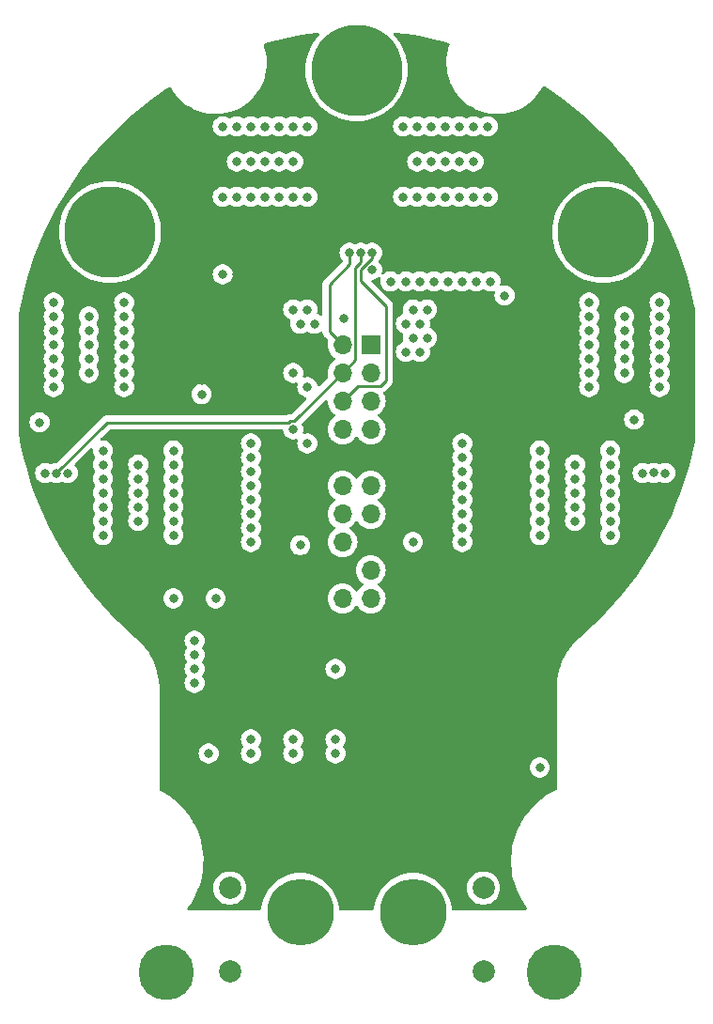
<source format=gbr>
%TF.GenerationSoftware,KiCad,Pcbnew,7.0.6*%
%TF.CreationDate,2023-12-21T21:59:25+03:00*%
%TF.ProjectId,_______ _____,21383b3e-3230-44f2-903f-3b3042302e6b,rev?*%
%TF.SameCoordinates,Original*%
%TF.FileFunction,Copper,L2,Inr*%
%TF.FilePolarity,Positive*%
%FSLAX46Y46*%
G04 Gerber Fmt 4.6, Leading zero omitted, Abs format (unit mm)*
G04 Created by KiCad (PCBNEW 7.0.6) date 2023-12-21 21:59:25*
%MOMM*%
%LPD*%
G01*
G04 APERTURE LIST*
%TA.AperFunction,ComponentPad*%
%ADD10C,5.000000*%
%TD*%
%TA.AperFunction,ComponentPad*%
%ADD11C,8.200000*%
%TD*%
%TA.AperFunction,ComponentPad*%
%ADD12C,6.000000*%
%TD*%
%TA.AperFunction,ComponentPad*%
%ADD13R,1.700000X1.700000*%
%TD*%
%TA.AperFunction,ComponentPad*%
%ADD14O,1.700000X1.700000*%
%TD*%
%TA.AperFunction,ComponentPad*%
%ADD15C,2.000000*%
%TD*%
%TA.AperFunction,ViaPad*%
%ADD16C,0.800000*%
%TD*%
%TA.AperFunction,Conductor*%
%ADD17C,0.250000*%
%TD*%
G04 APERTURE END LIST*
D10*
%TO.N,Earth_Protective*%
%TO.C,J8*%
X132222240Y-124898250D03*
%TD*%
%TO.N,Earth_Protective*%
%TO.C,J2*%
X167147240Y-124898250D03*
%TD*%
D11*
%TO.N,C*%
%TO.C,J4*%
X127142240Y-58223250D03*
%TD*%
%TO.N,A*%
%TO.C,J1*%
X171592240Y-58223250D03*
%TD*%
D12*
%TO.N,Shunt_1*%
%TO.C,J6*%
X144287240Y-119483250D03*
%TD*%
D13*
%TO.N,+3.3V*%
%TO.C,J7*%
X150637240Y-68383250D03*
D14*
%TO.N,~{OS}_MCU*%
X148097240Y-68383250D03*
%TO.N,G3*%
X150637240Y-70923250D03*
%TO.N,SCL_MCU*%
X148097240Y-70923250D03*
%TO.N,B*%
X150637240Y-73463250D03*
%TO.N,SDA_MCU*%
X148097240Y-73463250D03*
%TO.N,G2*%
X150637240Y-76003250D03*
%TO.N,G4*%
X148097240Y-76003250D03*
%TO.N,GND*%
X150637240Y-78543250D03*
X148097240Y-78543250D03*
%TO.N,G1*%
X150637240Y-81083250D03*
%TO.N,G6*%
X148097240Y-81083250D03*
%TO.N,A*%
X150637240Y-83623250D03*
%TO.N,C*%
X148097240Y-83623250D03*
%TO.N,GND*%
X150637240Y-86163250D03*
%TO.N,G5*%
X148097240Y-86163250D03*
%TO.N,Shunt_1*%
X150637240Y-88703250D03*
%TO.N,GND*%
X148097240Y-88703250D03*
%TO.N,Shunt_1*%
X150637240Y-91243250D03*
%TO.N,Shunt_2*%
X148097240Y-91243250D03*
%TD*%
D11*
%TO.N,B*%
%TO.C,J3*%
X149367240Y-43618250D03*
%TD*%
D15*
%TO.N,Earth_Protective*%
%TO.C,C44*%
X160797240Y-124838250D03*
%TO.N,Net-(J5-Pin_1)*%
X160797240Y-117338250D03*
%TD*%
D12*
%TO.N,Net-(J5-Pin_1)*%
%TO.C,J5*%
X154447240Y-119483250D03*
%TD*%
D15*
%TO.N,Shunt_1*%
%TO.C,C45*%
X137937240Y-117338250D03*
%TO.N,Earth_Protective*%
X137937240Y-124838250D03*
%TD*%
D16*
%TO.N,SDA_MCU*%
X175148240Y-79940250D03*
%TO.N,G1*%
X158892240Y-77273250D03*
%TO.N,A*%
X176672240Y-69653250D03*
X158892240Y-79813250D03*
X170322240Y-65843250D03*
X173497240Y-67113250D03*
X158892240Y-81083250D03*
X173497240Y-70923250D03*
X158892240Y-82353250D03*
X173497240Y-65843250D03*
X170322240Y-70923250D03*
X173497240Y-69653250D03*
X170322240Y-68383250D03*
X173497240Y-68383250D03*
X170322240Y-72193250D03*
X176672240Y-64573250D03*
X170322240Y-64573250D03*
X176672240Y-68383250D03*
X176672240Y-67113250D03*
X158892240Y-78543250D03*
X158892240Y-86163250D03*
X176672240Y-70923250D03*
X158892240Y-84893250D03*
X176672240Y-72193250D03*
X176672240Y-65843250D03*
X158892240Y-83623250D03*
X170322240Y-69653250D03*
X170322240Y-67113250D03*
%TO.N,G2*%
X162702240Y-63938250D03*
%TO.N,GND*%
X144922240Y-62033250D03*
X162702240Y-95688250D03*
X162702240Y-72828250D03*
X162702240Y-65208250D03*
X163972240Y-93148250D03*
X176926240Y-82988250D03*
X135397240Y-66478250D03*
X162702240Y-70288250D03*
X159527240Y-91878250D03*
X135397240Y-65208250D03*
X164607240Y-94418250D03*
X160797240Y-91878250D03*
X164607240Y-91878250D03*
X124348240Y-75368250D03*
X163337240Y-94418250D03*
X146192240Y-62033250D03*
X124094240Y-81464250D03*
X147970240Y-57287750D03*
X164607240Y-98228250D03*
X139842240Y-109023250D03*
X165242240Y-93148250D03*
X158257240Y-91878250D03*
X163337240Y-96958250D03*
X135397240Y-69018250D03*
X177942240Y-75114250D03*
X165877240Y-91878250D03*
X162702240Y-69018250D03*
X139842240Y-99205750D03*
X135397240Y-67748250D03*
X135397240Y-70288250D03*
X142382240Y-62033250D03*
X143703040Y-99193450D03*
X135397240Y-63938250D03*
X141112240Y-62033250D03*
X163972240Y-110293250D03*
X143652240Y-109023250D03*
X162067240Y-91878250D03*
X162702240Y-66478250D03*
X143652240Y-62033250D03*
X163337240Y-98228250D03*
X164607240Y-96958250D03*
X135397240Y-71558250D03*
X138572240Y-62033250D03*
X163337240Y-91878250D03*
X162702240Y-71558250D03*
X163972240Y-95688250D03*
X162702240Y-67748250D03*
X139842240Y-62033250D03*
%TO.N,G3*%
X152415240Y-62668250D03*
%TO.N,B*%
X138572240Y-51873250D03*
X143652240Y-55048250D03*
X142382240Y-51873250D03*
X141112240Y-48698250D03*
X139842240Y-48698250D03*
X137302240Y-55048250D03*
X137302240Y-48698250D03*
X139842240Y-51873250D03*
X143652240Y-48698250D03*
X157622240Y-62668250D03*
X139842240Y-55048250D03*
X153812240Y-62668250D03*
X155082240Y-62668250D03*
X143652240Y-51873250D03*
X142382240Y-48698250D03*
X161432240Y-62668250D03*
X138572240Y-55048250D03*
X141112240Y-55048250D03*
X142382240Y-55048250D03*
X158892240Y-62668250D03*
X138572240Y-48698250D03*
X141112240Y-51873250D03*
X144922240Y-55048250D03*
X160162240Y-62668250D03*
X144922240Y-48698250D03*
X156352240Y-62668250D03*
%TO.N,G4*%
X137302240Y-62033250D03*
%TO.N,G5*%
X139842240Y-86163250D03*
%TO.N,C*%
X139842240Y-82353250D03*
X128412240Y-69653250D03*
X139842240Y-84893250D03*
X128412240Y-68383250D03*
X128412240Y-67113250D03*
X125237240Y-69653250D03*
X125237240Y-67113250D03*
X122062240Y-68383250D03*
X122062240Y-67113250D03*
X139842240Y-79813250D03*
X122062240Y-70923250D03*
X128412240Y-64573250D03*
X122062240Y-64573250D03*
X122062240Y-65843250D03*
X128412240Y-65843250D03*
X128412240Y-70923250D03*
X125237240Y-68383250D03*
X139842240Y-77273250D03*
X125237240Y-70923250D03*
X122062240Y-72193250D03*
X128412240Y-72193250D03*
X125237240Y-65843250D03*
X139842240Y-78543250D03*
X139842240Y-81083250D03*
X139842240Y-83623250D03*
X122062240Y-69653250D03*
%TO.N,G6*%
X135397240Y-72828250D03*
%TO.N,Shunt_1*%
X134762240Y-97593250D03*
X143652240Y-105213250D03*
X136032240Y-105213250D03*
X165877240Y-106483250D03*
X143652240Y-103943250D03*
X134762240Y-95053250D03*
X147462240Y-97593250D03*
X139842240Y-105213250D03*
X134762240Y-96323250D03*
X147462240Y-103943250D03*
X144287240Y-86442750D03*
X134762240Y-98863250D03*
X154447240Y-86163250D03*
X147462240Y-105213250D03*
X136667240Y-91243250D03*
X139842240Y-103943250D03*
X132857240Y-91243250D03*
%TO.N,Shunt_2*%
X144922240Y-77273250D03*
X153812240Y-69018250D03*
X157368240Y-51873250D03*
X126507240Y-85528250D03*
X169052240Y-81718250D03*
X153558240Y-55048250D03*
X126507240Y-79178250D03*
X172227240Y-77908250D03*
X159908240Y-51873250D03*
X158638240Y-55048250D03*
X165877240Y-77908250D03*
X143652240Y-76003250D03*
X157368240Y-48698250D03*
X129682240Y-81718250D03*
X169052240Y-84258250D03*
X154447240Y-67748250D03*
X155082240Y-66478250D03*
X126507240Y-77908250D03*
X172227240Y-79178250D03*
X132857240Y-77908250D03*
X143652240Y-65208250D03*
X129682240Y-79178250D03*
X165877240Y-84258250D03*
X172227240Y-84258250D03*
X126507240Y-82988250D03*
X156098240Y-55048250D03*
X132857240Y-85528250D03*
X169052240Y-82988250D03*
X154828240Y-51873250D03*
X132857240Y-81718250D03*
X159908240Y-55048250D03*
X129682240Y-84258250D03*
X154828240Y-48698250D03*
X156098240Y-51873250D03*
X159908240Y-48698250D03*
X172227240Y-82988250D03*
X165877240Y-79178250D03*
X153558240Y-48698250D03*
X126507240Y-84258250D03*
X155082240Y-69018250D03*
X129682240Y-82988250D03*
X132857240Y-82988250D03*
X165877240Y-81718250D03*
X161178240Y-55048250D03*
X158638240Y-51873250D03*
X143652240Y-70923250D03*
X155717240Y-67748250D03*
X153812240Y-66478250D03*
X144287240Y-66478250D03*
X165877240Y-85528250D03*
X154828240Y-55048250D03*
X155717240Y-65208250D03*
X144922240Y-65208250D03*
X126507240Y-81718250D03*
X154447240Y-65208250D03*
X161178240Y-48698250D03*
X172227240Y-85528250D03*
X165877240Y-80448250D03*
X132857240Y-79178250D03*
X158638240Y-48698250D03*
X132857240Y-84258250D03*
X129682240Y-80448250D03*
X169052240Y-80448250D03*
X165877240Y-82988250D03*
X169052240Y-79178250D03*
X156098240Y-48698250D03*
X126507240Y-80448250D03*
X145557240Y-66478250D03*
X144922240Y-72193250D03*
X172227240Y-80448250D03*
X172227240Y-81718250D03*
X132857240Y-80448250D03*
X157368240Y-55048250D03*
%TO.N,+3.3V*%
X120792240Y-75368250D03*
X150764240Y-61605750D03*
X174384056Y-75115342D03*
X148224240Y-66050750D03*
%TO.N,SDA_MCU*%
X121300240Y-79940250D03*
X150764240Y-60081750D03*
%TO.N,SCL_MCU*%
X176159941Y-79935951D03*
X149748240Y-60081750D03*
X122316240Y-79940250D03*
%TO.N,~{OS}_MCU*%
X148732240Y-60081750D03*
X177180240Y-79940250D03*
X123332240Y-79940250D03*
%TD*%
D17*
%TO.N,SCL_MCU*%
X143742240Y-75278250D02*
X148097240Y-70923250D01*
X143261935Y-75368250D02*
X143351935Y-75278250D01*
X143351935Y-75278250D02*
X143742240Y-75278250D01*
X126878935Y-75368250D02*
X143261935Y-75368250D01*
X122316240Y-79930945D02*
X126878935Y-75368250D01*
X122316240Y-79940250D02*
X122316240Y-79930945D01*
X149748240Y-60081750D02*
X149748240Y-60960049D01*
X149748240Y-60960049D02*
X149272240Y-61436049D01*
X149272240Y-61436049D02*
X149272240Y-69748250D01*
X149272240Y-69748250D02*
X148097240Y-70923250D01*
%TO.N,SDA_MCU*%
X152034240Y-71558251D02*
X151494241Y-72098250D01*
X150764240Y-60081750D02*
X150764240Y-60580445D01*
X149748240Y-62604250D02*
X152034240Y-64890250D01*
X149462240Y-72098250D02*
X148097240Y-73463250D01*
X152034240Y-64890250D02*
X152034240Y-71558251D01*
X151494241Y-72098250D02*
X149462240Y-72098250D01*
X149748240Y-61596445D02*
X149748240Y-62604250D01*
X150764240Y-60580445D02*
X149748240Y-61596445D01*
%TO.N,~{OS}_MCU*%
X146922240Y-62944945D02*
X146922240Y-67208250D01*
X148732240Y-60081750D02*
X148732240Y-61134945D01*
X148732240Y-61134945D02*
X146922240Y-62944945D01*
X146922240Y-67208250D02*
X148097240Y-68383250D01*
%TD*%
%TA.AperFunction,Conductor*%
%TO.N,GND*%
G36*
X152829544Y-40260621D02*
G01*
X153862191Y-40390326D01*
X154954562Y-40567341D01*
X156039920Y-40783232D01*
X157116880Y-41037724D01*
X157677848Y-41191618D01*
X157737289Y-41228337D01*
X157767443Y-41291364D01*
X157759322Y-41359320D01*
X157743540Y-41396799D01*
X157613986Y-41808627D01*
X157523559Y-42230807D01*
X157473064Y-42659589D01*
X157473064Y-42659591D01*
X157462944Y-43091216D01*
X157462944Y-43091227D01*
X157493284Y-43521889D01*
X157563824Y-43947846D01*
X157673933Y-44365300D01*
X157673935Y-44365307D01*
X157748937Y-44569713D01*
X157822659Y-44770631D01*
X157956137Y-45050191D01*
X158008682Y-45160244D01*
X158008685Y-45160250D01*
X158230371Y-45530728D01*
X158230375Y-45530734D01*
X158485782Y-45878826D01*
X158632214Y-46043515D01*
X158772665Y-46201476D01*
X158978835Y-46393632D01*
X159088510Y-46495852D01*
X159430504Y-46759336D01*
X159430511Y-46759341D01*
X159430514Y-46759343D01*
X159795699Y-46989658D01*
X160180846Y-47184764D01*
X160570420Y-47338162D01*
X160582576Y-47342949D01*
X160717113Y-47381830D01*
X160997343Y-47462817D01*
X160997347Y-47462817D01*
X160997347Y-47462818D01*
X161421512Y-47543320D01*
X161421513Y-47543320D01*
X161421518Y-47543321D01*
X161851367Y-47583750D01*
X161851369Y-47583750D01*
X162175120Y-47583750D01*
X162202356Y-47582471D01*
X162498512Y-47568575D01*
X162780669Y-47528620D01*
X162925981Y-47508044D01*
X162925984Y-47508043D01*
X162925993Y-47508042D01*
X163345928Y-47407745D01*
X163754626Y-47268566D01*
X164148495Y-47091727D01*
X164524074Y-46878782D01*
X164878062Y-46631603D01*
X165207348Y-46352363D01*
X165509039Y-46043515D01*
X165780484Y-45707773D01*
X166019296Y-45348087D01*
X166144150Y-45115321D01*
X166193182Y-45065552D01*
X166261343Y-45050191D01*
X166322310Y-45070835D01*
X167130219Y-45610663D01*
X168027810Y-46257918D01*
X168901727Y-46936798D01*
X169750857Y-47646437D01*
X170574117Y-48385932D01*
X171370459Y-49154339D01*
X172138866Y-49950681D01*
X172878361Y-50773941D01*
X173588000Y-51623071D01*
X174266880Y-52496988D01*
X174914135Y-53394579D01*
X175528941Y-54314701D01*
X176110513Y-55256180D01*
X176658112Y-56217817D01*
X177171038Y-57198386D01*
X177648639Y-58196638D01*
X178090306Y-59211301D01*
X178495475Y-60241081D01*
X178863631Y-61284667D01*
X179194304Y-62340728D01*
X179487074Y-63407918D01*
X179741566Y-64484878D01*
X179834001Y-64949582D01*
X179844857Y-65004156D01*
X179847240Y-65028347D01*
X179847240Y-77125336D01*
X179844997Y-77148813D01*
X179783157Y-77469537D01*
X179543531Y-78515981D01*
X179267815Y-79553500D01*
X178956341Y-80580850D01*
X178609480Y-81596799D01*
X178227651Y-82600129D01*
X177811309Y-83589636D01*
X177360955Y-84564134D01*
X176877129Y-85522453D01*
X176360411Y-86463446D01*
X175811421Y-87385983D01*
X175230816Y-88288957D01*
X174619294Y-89171287D01*
X173977588Y-90031913D01*
X173306467Y-90869804D01*
X172606736Y-91683955D01*
X171879234Y-92473389D01*
X171124835Y-93237160D01*
X170344441Y-93974351D01*
X169539926Y-94683253D01*
X169441315Y-94767154D01*
X169374004Y-94824423D01*
X169374000Y-94824426D01*
X169374001Y-94824426D01*
X169065197Y-95128175D01*
X169065198Y-95128175D01*
X168779096Y-95453395D01*
X168779095Y-95453396D01*
X168779093Y-95453399D01*
X168517177Y-95798400D01*
X168517174Y-95798405D01*
X168517174Y-95798404D01*
X168280816Y-96161378D01*
X168087237Y-96511509D01*
X168071228Y-96540464D01*
X167889517Y-96933666D01*
X167736623Y-97338943D01*
X167708777Y-97432737D01*
X167613345Y-97754178D01*
X167613346Y-97754178D01*
X167613343Y-97754188D01*
X167533157Y-98118848D01*
X167520316Y-98177245D01*
X167458029Y-98605894D01*
X167426805Y-99037924D01*
X167426813Y-99254501D01*
X167426813Y-108415610D01*
X167407128Y-108482649D01*
X167357587Y-108526856D01*
X166984126Y-108710738D01*
X166984120Y-108710741D01*
X166535075Y-108974897D01*
X166535075Y-108974896D01*
X166106852Y-109271623D01*
X166106850Y-109271625D01*
X165992975Y-109363745D01*
X165701807Y-109599287D01*
X165322179Y-109956079D01*
X164970046Y-110340043D01*
X164970047Y-110340042D01*
X164647358Y-110749057D01*
X164355885Y-111180874D01*
X164148103Y-111544173D01*
X164097235Y-111633113D01*
X164097234Y-111633113D01*
X164097234Y-111633114D01*
X163872828Y-112103288D01*
X163683904Y-112588808D01*
X163683903Y-112588812D01*
X163683902Y-112588812D01*
X163531500Y-113087001D01*
X163531501Y-113087000D01*
X163416458Y-113595120D01*
X163339410Y-114110368D01*
X163339410Y-114110369D01*
X163300779Y-114629923D01*
X163300779Y-115150898D01*
X163339410Y-115670453D01*
X163382622Y-115959422D01*
X163416459Y-116185701D01*
X163475747Y-116447568D01*
X163531501Y-116693821D01*
X163531500Y-116693820D01*
X163683902Y-117192010D01*
X163848804Y-117615792D01*
X163872829Y-117677533D01*
X164097234Y-118147707D01*
X164355886Y-118599948D01*
X164355888Y-118599951D01*
X164355887Y-118599950D01*
X164647364Y-119031773D01*
X164708644Y-119109446D01*
X164734714Y-119174270D01*
X164721599Y-119242897D01*
X164673462Y-119293540D01*
X164611294Y-119310250D01*
X158061149Y-119310250D01*
X157994110Y-119290565D01*
X157948355Y-119237761D01*
X157937319Y-119192739D01*
X157936054Y-119168603D01*
X157933342Y-119116846D01*
X157875945Y-118754456D01*
X157780982Y-118400051D01*
X157649495Y-118057514D01*
X157482922Y-117730598D01*
X157482919Y-117730593D01*
X157283092Y-117422885D01*
X157214560Y-117338255D01*
X159291597Y-117338255D01*
X159312130Y-117586062D01*
X159312132Y-117586074D01*
X159373176Y-117827131D01*
X159473066Y-118054856D01*
X159609073Y-118263032D01*
X159609076Y-118263035D01*
X159777496Y-118445988D01*
X159973731Y-118598724D01*
X160192430Y-118717078D01*
X160427626Y-118797821D01*
X160672905Y-118838750D01*
X160921575Y-118838750D01*
X161166854Y-118797821D01*
X161402050Y-118717078D01*
X161620749Y-118598724D01*
X161816984Y-118445988D01*
X161985404Y-118263035D01*
X162121413Y-118054857D01*
X162221303Y-117827131D01*
X162282348Y-117586071D01*
X162286126Y-117540477D01*
X162302883Y-117338255D01*
X162302883Y-117338244D01*
X162282349Y-117090437D01*
X162282347Y-117090425D01*
X162221303Y-116849368D01*
X162121413Y-116621643D01*
X161985406Y-116413467D01*
X161963797Y-116389994D01*
X161816984Y-116230512D01*
X161620749Y-116077776D01*
X161620747Y-116077775D01*
X161620746Y-116077774D01*
X161402051Y-115959422D01*
X161402042Y-115959419D01*
X161166856Y-115878679D01*
X160921575Y-115837750D01*
X160672905Y-115837750D01*
X160427623Y-115878679D01*
X160192437Y-115959419D01*
X160192428Y-115959422D01*
X159973733Y-116077774D01*
X159777497Y-116230511D01*
X159609073Y-116413467D01*
X159473066Y-116621643D01*
X159373176Y-116849368D01*
X159312132Y-117090425D01*
X159312130Y-117090437D01*
X159291597Y-117338244D01*
X159291597Y-117338255D01*
X157214560Y-117338255D01*
X157052192Y-117137748D01*
X157052189Y-117137744D01*
X156792746Y-116878301D01*
X156564934Y-116693822D01*
X156507604Y-116647397D01*
X156199896Y-116447570D01*
X155872979Y-116280996D01*
X155530446Y-116149510D01*
X155529976Y-116149384D01*
X155176034Y-116054545D01*
X155176030Y-116054544D01*
X155176029Y-116054544D01*
X154813645Y-115997148D01*
X154447241Y-115977946D01*
X154447239Y-115977946D01*
X154080834Y-115997148D01*
X153718451Y-116054544D01*
X153718449Y-116054544D01*
X153364033Y-116149510D01*
X153021500Y-116280996D01*
X152694583Y-116447570D01*
X152386875Y-116647397D01*
X152101738Y-116878297D01*
X152101730Y-116878304D01*
X151842294Y-117137740D01*
X151842287Y-117137748D01*
X151611387Y-117422885D01*
X151411560Y-117730593D01*
X151244986Y-118057510D01*
X151113500Y-118400043D01*
X151018534Y-118754459D01*
X151018534Y-118754461D01*
X150961138Y-119116844D01*
X150957161Y-119192739D01*
X150933995Y-119258657D01*
X150878869Y-119301585D01*
X150833331Y-119310250D01*
X147901149Y-119310250D01*
X147834110Y-119290565D01*
X147788355Y-119237761D01*
X147777319Y-119192739D01*
X147776054Y-119168603D01*
X147773342Y-119116846D01*
X147715945Y-118754456D01*
X147620982Y-118400051D01*
X147489495Y-118057514D01*
X147322922Y-117730598D01*
X147322919Y-117730593D01*
X147123092Y-117422885D01*
X146892192Y-117137748D01*
X146892189Y-117137744D01*
X146632746Y-116878301D01*
X146404934Y-116693822D01*
X146347604Y-116647397D01*
X146039896Y-116447570D01*
X145712979Y-116280996D01*
X145370446Y-116149510D01*
X145369976Y-116149384D01*
X145016034Y-116054545D01*
X145016030Y-116054544D01*
X145016029Y-116054544D01*
X144653645Y-115997148D01*
X144287241Y-115977946D01*
X144287239Y-115977946D01*
X143920834Y-115997148D01*
X143558451Y-116054544D01*
X143558449Y-116054544D01*
X143204033Y-116149510D01*
X142861500Y-116280996D01*
X142534583Y-116447570D01*
X142226875Y-116647397D01*
X141941738Y-116878297D01*
X141941730Y-116878304D01*
X141682294Y-117137740D01*
X141682287Y-117137748D01*
X141451387Y-117422885D01*
X141251560Y-117730593D01*
X141084986Y-118057510D01*
X140953500Y-118400043D01*
X140858534Y-118754459D01*
X140858534Y-118754461D01*
X140801138Y-119116844D01*
X140797161Y-119192739D01*
X140773995Y-119258657D01*
X140718869Y-119301585D01*
X140673331Y-119310250D01*
X134242624Y-119310250D01*
X134175585Y-119290565D01*
X134129830Y-119237761D01*
X134119886Y-119168603D01*
X134146085Y-119108429D01*
X134173645Y-119074240D01*
X134466989Y-118650105D01*
X134728443Y-118205608D01*
X134728443Y-118205609D01*
X134956609Y-117743131D01*
X135120641Y-117338255D01*
X136431597Y-117338255D01*
X136452130Y-117586062D01*
X136452132Y-117586074D01*
X136513176Y-117827131D01*
X136613066Y-118054856D01*
X136749073Y-118263032D01*
X136749076Y-118263035D01*
X136917496Y-118445988D01*
X137113731Y-118598724D01*
X137332430Y-118717078D01*
X137567626Y-118797821D01*
X137812905Y-118838750D01*
X138061575Y-118838750D01*
X138306854Y-118797821D01*
X138542050Y-118717078D01*
X138760749Y-118598724D01*
X138956984Y-118445988D01*
X139125404Y-118263035D01*
X139261413Y-118054857D01*
X139361303Y-117827131D01*
X139422348Y-117586071D01*
X139426126Y-117540477D01*
X139442883Y-117338255D01*
X139442883Y-117338244D01*
X139422349Y-117090437D01*
X139422347Y-117090425D01*
X139361303Y-116849368D01*
X139261413Y-116621643D01*
X139125406Y-116413467D01*
X139103797Y-116389994D01*
X138956984Y-116230512D01*
X138760749Y-116077776D01*
X138760747Y-116077775D01*
X138760746Y-116077774D01*
X138542051Y-115959422D01*
X138542042Y-115959419D01*
X138306856Y-115878679D01*
X138061575Y-115837750D01*
X137812905Y-115837750D01*
X137567623Y-115878679D01*
X137332437Y-115959419D01*
X137332428Y-115959422D01*
X137113733Y-116077774D01*
X136917497Y-116230511D01*
X136749073Y-116413467D01*
X136613066Y-116621643D01*
X136513176Y-116849368D01*
X136452132Y-117090425D01*
X136452130Y-117090437D01*
X136431597Y-117338244D01*
X136431597Y-117338255D01*
X135120641Y-117338255D01*
X135120643Y-117338250D01*
X135150251Y-117265170D01*
X135308328Y-116774302D01*
X135308329Y-116774302D01*
X135429991Y-116273168D01*
X135514584Y-115764455D01*
X135561652Y-115250907D01*
X135561652Y-115250906D01*
X135570941Y-114735297D01*
X135542401Y-114220388D01*
X135476186Y-113708961D01*
X135372655Y-113203777D01*
X135339641Y-113087000D01*
X135232359Y-112707525D01*
X135056058Y-112222902D01*
X135003734Y-112106451D01*
X134844703Y-111752511D01*
X134844703Y-111752512D01*
X134628561Y-111352767D01*
X134599424Y-111298879D01*
X134599423Y-111298877D01*
X134321551Y-110864458D01*
X134293351Y-110826775D01*
X134068617Y-110526465D01*
X134012566Y-110451565D01*
X133674145Y-110062446D01*
X133308113Y-109699193D01*
X133308112Y-109699192D01*
X132916421Y-109363743D01*
X132501196Y-109057921D01*
X132501190Y-109057917D01*
X132501187Y-109057915D01*
X132327944Y-108948953D01*
X132064665Y-108783363D01*
X131927866Y-108710738D01*
X131656215Y-108566522D01*
X131606232Y-108517700D01*
X131590359Y-108456999D01*
X131590359Y-106483250D01*
X164971780Y-106483250D01*
X164991566Y-106671506D01*
X164991567Y-106671509D01*
X165050058Y-106851527D01*
X165050061Y-106851534D01*
X165144707Y-107015466D01*
X165271369Y-107156138D01*
X165424505Y-107267398D01*
X165424510Y-107267401D01*
X165597432Y-107344392D01*
X165597437Y-107344394D01*
X165782594Y-107383750D01*
X165782595Y-107383750D01*
X165971884Y-107383750D01*
X165971886Y-107383750D01*
X166157043Y-107344394D01*
X166329970Y-107267401D01*
X166483111Y-107156138D01*
X166609773Y-107015466D01*
X166704419Y-106851534D01*
X166762914Y-106671506D01*
X166782700Y-106483250D01*
X166762914Y-106294994D01*
X166704419Y-106114966D01*
X166609773Y-105951034D01*
X166483111Y-105810362D01*
X166483110Y-105810361D01*
X166329974Y-105699101D01*
X166329969Y-105699098D01*
X166157047Y-105622107D01*
X166157042Y-105622105D01*
X166011240Y-105591115D01*
X165971886Y-105582750D01*
X165782594Y-105582750D01*
X165750137Y-105589648D01*
X165597437Y-105622105D01*
X165597432Y-105622107D01*
X165424510Y-105699098D01*
X165424505Y-105699101D01*
X165271369Y-105810361D01*
X165144706Y-105951035D01*
X165050061Y-106114965D01*
X165050058Y-106114972D01*
X164991567Y-106294990D01*
X164991566Y-106294994D01*
X164971780Y-106483250D01*
X131590359Y-106483250D01*
X131590359Y-105213250D01*
X135126780Y-105213250D01*
X135146566Y-105401506D01*
X135146567Y-105401509D01*
X135205058Y-105581527D01*
X135205061Y-105581534D01*
X135299707Y-105745466D01*
X135358139Y-105810361D01*
X135426369Y-105886138D01*
X135579505Y-105997398D01*
X135579510Y-105997401D01*
X135752432Y-106074392D01*
X135752437Y-106074394D01*
X135937594Y-106113750D01*
X135937595Y-106113750D01*
X136126884Y-106113750D01*
X136126886Y-106113750D01*
X136312043Y-106074394D01*
X136484970Y-105997401D01*
X136638111Y-105886138D01*
X136764773Y-105745466D01*
X136859419Y-105581534D01*
X136917914Y-105401506D01*
X136937700Y-105213250D01*
X138936780Y-105213250D01*
X138956566Y-105401506D01*
X138956567Y-105401509D01*
X139015058Y-105581527D01*
X139015061Y-105581534D01*
X139109707Y-105745466D01*
X139168139Y-105810361D01*
X139236369Y-105886138D01*
X139389505Y-105997398D01*
X139389510Y-105997401D01*
X139562432Y-106074392D01*
X139562437Y-106074394D01*
X139747594Y-106113750D01*
X139747595Y-106113750D01*
X139936884Y-106113750D01*
X139936886Y-106113750D01*
X140122043Y-106074394D01*
X140294970Y-105997401D01*
X140448111Y-105886138D01*
X140574773Y-105745466D01*
X140669419Y-105581534D01*
X140727914Y-105401506D01*
X140747700Y-105213250D01*
X142746780Y-105213250D01*
X142766566Y-105401506D01*
X142766567Y-105401509D01*
X142825058Y-105581527D01*
X142825061Y-105581534D01*
X142919707Y-105745466D01*
X142978139Y-105810361D01*
X143046369Y-105886138D01*
X143199505Y-105997398D01*
X143199510Y-105997401D01*
X143372432Y-106074392D01*
X143372437Y-106074394D01*
X143557594Y-106113750D01*
X143557595Y-106113750D01*
X143746884Y-106113750D01*
X143746886Y-106113750D01*
X143932043Y-106074394D01*
X144104970Y-105997401D01*
X144258111Y-105886138D01*
X144384773Y-105745466D01*
X144479419Y-105581534D01*
X144537914Y-105401506D01*
X144557700Y-105213250D01*
X146556780Y-105213250D01*
X146576566Y-105401506D01*
X146576567Y-105401509D01*
X146635058Y-105581527D01*
X146635061Y-105581534D01*
X146729707Y-105745466D01*
X146788139Y-105810361D01*
X146856369Y-105886138D01*
X147009505Y-105997398D01*
X147009510Y-105997401D01*
X147182432Y-106074392D01*
X147182437Y-106074394D01*
X147367594Y-106113750D01*
X147367595Y-106113750D01*
X147556884Y-106113750D01*
X147556886Y-106113750D01*
X147742043Y-106074394D01*
X147914970Y-105997401D01*
X148068111Y-105886138D01*
X148194773Y-105745466D01*
X148289419Y-105581534D01*
X148347914Y-105401506D01*
X148367700Y-105213250D01*
X148347914Y-105024994D01*
X148289419Y-104844966D01*
X148194773Y-104681034D01*
X148176931Y-104661218D01*
X148146703Y-104598230D01*
X148155328Y-104528895D01*
X148176933Y-104495278D01*
X148194773Y-104475466D01*
X148289419Y-104311534D01*
X148347914Y-104131506D01*
X148367700Y-103943250D01*
X148347914Y-103754994D01*
X148289419Y-103574966D01*
X148194773Y-103411034D01*
X148068111Y-103270362D01*
X148068110Y-103270361D01*
X147914974Y-103159101D01*
X147914969Y-103159098D01*
X147742047Y-103082107D01*
X147742042Y-103082105D01*
X147596241Y-103051115D01*
X147556886Y-103042750D01*
X147367594Y-103042750D01*
X147335137Y-103049648D01*
X147182437Y-103082105D01*
X147182432Y-103082107D01*
X147009510Y-103159098D01*
X147009505Y-103159101D01*
X146856369Y-103270361D01*
X146729706Y-103411035D01*
X146635061Y-103574965D01*
X146635058Y-103574972D01*
X146576567Y-103754990D01*
X146576566Y-103754994D01*
X146556780Y-103943250D01*
X146576566Y-104131506D01*
X146576567Y-104131509D01*
X146635058Y-104311527D01*
X146635061Y-104311534D01*
X146729707Y-104475466D01*
X146746434Y-104494043D01*
X146747545Y-104495277D01*
X146777775Y-104558268D01*
X146769150Y-104627604D01*
X146747548Y-104661218D01*
X146729708Y-104681032D01*
X146729704Y-104681037D01*
X146635061Y-104844965D01*
X146635058Y-104844972D01*
X146576567Y-105024990D01*
X146576566Y-105024994D01*
X146556780Y-105213250D01*
X144557700Y-105213250D01*
X144537914Y-105024994D01*
X144479419Y-104844966D01*
X144384773Y-104681034D01*
X144366931Y-104661218D01*
X144336703Y-104598230D01*
X144345328Y-104528895D01*
X144366933Y-104495278D01*
X144384773Y-104475466D01*
X144479419Y-104311534D01*
X144537914Y-104131506D01*
X144557700Y-103943250D01*
X144537914Y-103754994D01*
X144479419Y-103574966D01*
X144384773Y-103411034D01*
X144258111Y-103270362D01*
X144258110Y-103270361D01*
X144104974Y-103159101D01*
X144104969Y-103159098D01*
X143932047Y-103082107D01*
X143932042Y-103082105D01*
X143786240Y-103051115D01*
X143746886Y-103042750D01*
X143557594Y-103042750D01*
X143525137Y-103049648D01*
X143372437Y-103082105D01*
X143372432Y-103082107D01*
X143199510Y-103159098D01*
X143199505Y-103159101D01*
X143046369Y-103270361D01*
X142919706Y-103411035D01*
X142825061Y-103574965D01*
X142825058Y-103574972D01*
X142766567Y-103754990D01*
X142766566Y-103754994D01*
X142746780Y-103943250D01*
X142766566Y-104131506D01*
X142766567Y-104131509D01*
X142825058Y-104311527D01*
X142825061Y-104311534D01*
X142919707Y-104475466D01*
X142936434Y-104494043D01*
X142937545Y-104495277D01*
X142967775Y-104558268D01*
X142959150Y-104627604D01*
X142937548Y-104661218D01*
X142919708Y-104681032D01*
X142919704Y-104681037D01*
X142825061Y-104844965D01*
X142825058Y-104844972D01*
X142766567Y-105024990D01*
X142766566Y-105024994D01*
X142746780Y-105213250D01*
X140747700Y-105213250D01*
X140727914Y-105024994D01*
X140669419Y-104844966D01*
X140574773Y-104681034D01*
X140556931Y-104661218D01*
X140526703Y-104598230D01*
X140535328Y-104528895D01*
X140556933Y-104495278D01*
X140574773Y-104475466D01*
X140669419Y-104311534D01*
X140727914Y-104131506D01*
X140747700Y-103943250D01*
X140727914Y-103754994D01*
X140669419Y-103574966D01*
X140574773Y-103411034D01*
X140448111Y-103270362D01*
X140448110Y-103270361D01*
X140294974Y-103159101D01*
X140294969Y-103159098D01*
X140122047Y-103082107D01*
X140122042Y-103082105D01*
X139976240Y-103051115D01*
X139936886Y-103042750D01*
X139747594Y-103042750D01*
X139715137Y-103049648D01*
X139562437Y-103082105D01*
X139562432Y-103082107D01*
X139389510Y-103159098D01*
X139389505Y-103159101D01*
X139236369Y-103270361D01*
X139109706Y-103411035D01*
X139015061Y-103574965D01*
X139015058Y-103574972D01*
X138956567Y-103754990D01*
X138956566Y-103754994D01*
X138936780Y-103943250D01*
X138956566Y-104131506D01*
X138956567Y-104131509D01*
X139015058Y-104311527D01*
X139015061Y-104311534D01*
X139109707Y-104475466D01*
X139126434Y-104494043D01*
X139127545Y-104495277D01*
X139157775Y-104558268D01*
X139149150Y-104627604D01*
X139127548Y-104661218D01*
X139109708Y-104681032D01*
X139109704Y-104681037D01*
X139015061Y-104844965D01*
X139015058Y-104844972D01*
X138956567Y-105024990D01*
X138956566Y-105024994D01*
X138936780Y-105213250D01*
X136937700Y-105213250D01*
X136917914Y-105024994D01*
X136859419Y-104844966D01*
X136764773Y-104681034D01*
X136638111Y-104540362D01*
X136576057Y-104495277D01*
X136484974Y-104429101D01*
X136484969Y-104429098D01*
X136312047Y-104352107D01*
X136312042Y-104352105D01*
X136166240Y-104321115D01*
X136126886Y-104312750D01*
X135937594Y-104312750D01*
X135905137Y-104319648D01*
X135752437Y-104352105D01*
X135752432Y-104352107D01*
X135579510Y-104429098D01*
X135579505Y-104429101D01*
X135426369Y-104540361D01*
X135299706Y-104681035D01*
X135205061Y-104844965D01*
X135205058Y-104844972D01*
X135146567Y-105024990D01*
X135146566Y-105024994D01*
X135126780Y-105213250D01*
X131590359Y-105213250D01*
X131590359Y-99391222D01*
X131590443Y-99140078D01*
X131583075Y-99037928D01*
X131570476Y-98863250D01*
X133856780Y-98863250D01*
X133876566Y-99051506D01*
X133876567Y-99051509D01*
X133935058Y-99231527D01*
X133935061Y-99231534D01*
X134029707Y-99395466D01*
X134129872Y-99506710D01*
X134156369Y-99536138D01*
X134309505Y-99647398D01*
X134309510Y-99647401D01*
X134482432Y-99724392D01*
X134482437Y-99724394D01*
X134667594Y-99763750D01*
X134667595Y-99763750D01*
X134856884Y-99763750D01*
X134856886Y-99763750D01*
X135042043Y-99724394D01*
X135214970Y-99647401D01*
X135368111Y-99536138D01*
X135494773Y-99395466D01*
X135589419Y-99231534D01*
X135647914Y-99051506D01*
X135667700Y-98863250D01*
X135647914Y-98674994D01*
X135589419Y-98494966D01*
X135494773Y-98331034D01*
X135476933Y-98311221D01*
X135446704Y-98248231D01*
X135455329Y-98178896D01*
X135476934Y-98145278D01*
X135494773Y-98125466D01*
X135589419Y-97961534D01*
X135647914Y-97781506D01*
X135667700Y-97593250D01*
X146556780Y-97593250D01*
X146576566Y-97781506D01*
X146576567Y-97781509D01*
X146635058Y-97961527D01*
X146635061Y-97961534D01*
X146729707Y-98125466D01*
X146856369Y-98266137D01*
X146856369Y-98266138D01*
X147009505Y-98377398D01*
X147009510Y-98377401D01*
X147182432Y-98454392D01*
X147182437Y-98454394D01*
X147367594Y-98493750D01*
X147367595Y-98493750D01*
X147556884Y-98493750D01*
X147556886Y-98493750D01*
X147742043Y-98454394D01*
X147914970Y-98377401D01*
X148068111Y-98266138D01*
X148194773Y-98125466D01*
X148289419Y-97961534D01*
X148347914Y-97781506D01*
X148367700Y-97593250D01*
X148347914Y-97404994D01*
X148289419Y-97224966D01*
X148194773Y-97061034D01*
X148068111Y-96920362D01*
X148068110Y-96920361D01*
X147914974Y-96809101D01*
X147914969Y-96809098D01*
X147742047Y-96732107D01*
X147742042Y-96732105D01*
X147596240Y-96701115D01*
X147556886Y-96692750D01*
X147367594Y-96692750D01*
X147335137Y-96699648D01*
X147182437Y-96732105D01*
X147182432Y-96732107D01*
X147009510Y-96809098D01*
X147009505Y-96809101D01*
X146856369Y-96920361D01*
X146729706Y-97061035D01*
X146635061Y-97224965D01*
X146635058Y-97224972D01*
X146576567Y-97404990D01*
X146576566Y-97404994D01*
X146556780Y-97593250D01*
X135667700Y-97593250D01*
X135647914Y-97404994D01*
X135589419Y-97224966D01*
X135494773Y-97061034D01*
X135476933Y-97041221D01*
X135446704Y-96978231D01*
X135455329Y-96908896D01*
X135476934Y-96875278D01*
X135494773Y-96855466D01*
X135589419Y-96691534D01*
X135647914Y-96511506D01*
X135667700Y-96323250D01*
X135647914Y-96134994D01*
X135589419Y-95954966D01*
X135494773Y-95791034D01*
X135476933Y-95771221D01*
X135446704Y-95708231D01*
X135455329Y-95638896D01*
X135476934Y-95605278D01*
X135494773Y-95585466D01*
X135589419Y-95421534D01*
X135647914Y-95241506D01*
X135667700Y-95053250D01*
X135647914Y-94864994D01*
X135589419Y-94684966D01*
X135494773Y-94521034D01*
X135368111Y-94380362D01*
X135368110Y-94380361D01*
X135214974Y-94269101D01*
X135214969Y-94269098D01*
X135042047Y-94192107D01*
X135042042Y-94192105D01*
X134896241Y-94161115D01*
X134856886Y-94152750D01*
X134667594Y-94152750D01*
X134635137Y-94159648D01*
X134482437Y-94192105D01*
X134482432Y-94192107D01*
X134309510Y-94269098D01*
X134309505Y-94269101D01*
X134156369Y-94380361D01*
X134029706Y-94521035D01*
X133935061Y-94684965D01*
X133935058Y-94684972D01*
X133876658Y-94864710D01*
X133876566Y-94864994D01*
X133856780Y-95053250D01*
X133876566Y-95241506D01*
X133876567Y-95241509D01*
X133935058Y-95421527D01*
X133935061Y-95421534D01*
X134029707Y-95585466D01*
X134040046Y-95596949D01*
X134047547Y-95605280D01*
X134077775Y-95668272D01*
X134069149Y-95737607D01*
X134047547Y-95771220D01*
X134029706Y-95791035D01*
X133935061Y-95954965D01*
X133935058Y-95954972D01*
X133876567Y-96134990D01*
X133876566Y-96134994D01*
X133856780Y-96323250D01*
X133876566Y-96511506D01*
X133876567Y-96511509D01*
X133935058Y-96691527D01*
X133935061Y-96691534D01*
X134029707Y-96855466D01*
X134040046Y-96866949D01*
X134047547Y-96875280D01*
X134077775Y-96938272D01*
X134069149Y-97007607D01*
X134047547Y-97041220D01*
X134029706Y-97061035D01*
X133935061Y-97224965D01*
X133935058Y-97224972D01*
X133876567Y-97404990D01*
X133876566Y-97404994D01*
X133856780Y-97593250D01*
X133876566Y-97781506D01*
X133876567Y-97781509D01*
X133935058Y-97961527D01*
X133935061Y-97961534D01*
X134029707Y-98125466D01*
X134040046Y-98136949D01*
X134047547Y-98145280D01*
X134077775Y-98208272D01*
X134069149Y-98277607D01*
X134047547Y-98311220D01*
X134029706Y-98331035D01*
X133935061Y-98494965D01*
X133935058Y-98494972D01*
X133876567Y-98674990D01*
X133876566Y-98674994D01*
X133856780Y-98863250D01*
X131570476Y-98863250D01*
X131559126Y-98705877D01*
X131559126Y-98705872D01*
X131559125Y-98705872D01*
X131546042Y-98615940D01*
X131496458Y-98275087D01*
X131490539Y-98248231D01*
X131402769Y-97849973D01*
X131402768Y-97849972D01*
X131402767Y-97849964D01*
X131278545Y-97432740D01*
X131243043Y-97338942D01*
X131124448Y-97025610D01*
X131124448Y-97025611D01*
X131124445Y-97025603D01*
X130941275Y-96630690D01*
X130729995Y-96250074D01*
X130654726Y-96134990D01*
X130491720Y-95885757D01*
X130277761Y-95605278D01*
X130227687Y-95539636D01*
X130227685Y-95539633D01*
X129939295Y-95213544D01*
X129851995Y-95128175D01*
X129628050Y-94909183D01*
X129578960Y-94867677D01*
X129576237Y-94865232D01*
X129575695Y-94864715D01*
X129575690Y-94864710D01*
X129565660Y-94856247D01*
X129460030Y-94767121D01*
X129178455Y-94521035D01*
X128647890Y-94057340D01*
X127860879Y-93319680D01*
X127100008Y-92555086D01*
X126366198Y-91764484D01*
X125915127Y-91243250D01*
X131951780Y-91243250D01*
X131971566Y-91431506D01*
X131971567Y-91431509D01*
X132030058Y-91611527D01*
X132030061Y-91611534D01*
X132124707Y-91775466D01*
X132217275Y-91878273D01*
X132251369Y-91916138D01*
X132404505Y-92027398D01*
X132404510Y-92027401D01*
X132577432Y-92104392D01*
X132577437Y-92104394D01*
X132762594Y-92143750D01*
X132762595Y-92143750D01*
X132951884Y-92143750D01*
X132951886Y-92143750D01*
X133137043Y-92104394D01*
X133309970Y-92027401D01*
X133463111Y-91916138D01*
X133589773Y-91775466D01*
X133684419Y-91611534D01*
X133742914Y-91431506D01*
X133762700Y-91243250D01*
X135761780Y-91243250D01*
X135781566Y-91431506D01*
X135781567Y-91431509D01*
X135840058Y-91611527D01*
X135840061Y-91611534D01*
X135934707Y-91775466D01*
X136027275Y-91878273D01*
X136061369Y-91916138D01*
X136214505Y-92027398D01*
X136214510Y-92027401D01*
X136387432Y-92104392D01*
X136387437Y-92104394D01*
X136572594Y-92143750D01*
X136572595Y-92143750D01*
X136761884Y-92143750D01*
X136761886Y-92143750D01*
X136947043Y-92104394D01*
X137119970Y-92027401D01*
X137273111Y-91916138D01*
X137399773Y-91775466D01*
X137494419Y-91611534D01*
X137552914Y-91431506D01*
X137572700Y-91243250D01*
X146741581Y-91243250D01*
X146762176Y-91478653D01*
X146762178Y-91478663D01*
X146823334Y-91706905D01*
X146823336Y-91706909D01*
X146823337Y-91706913D01*
X146827240Y-91715282D01*
X146923205Y-91921080D01*
X146923207Y-91921084D01*
X146997652Y-92027401D01*
X147058745Y-92114651D01*
X147225839Y-92281745D01*
X147322624Y-92349514D01*
X147419405Y-92417282D01*
X147419407Y-92417283D01*
X147419410Y-92417285D01*
X147633577Y-92517153D01*
X147861832Y-92578313D01*
X148050158Y-92594789D01*
X148097239Y-92598909D01*
X148097240Y-92598909D01*
X148097241Y-92598909D01*
X148136474Y-92595476D01*
X148332648Y-92578313D01*
X148560903Y-92517153D01*
X148775070Y-92417285D01*
X148968641Y-92281745D01*
X149135735Y-92114651D01*
X149265664Y-91929092D01*
X149320242Y-91885467D01*
X149389740Y-91878273D01*
X149452095Y-91909796D01*
X149468815Y-91929092D01*
X149598740Y-92114645D01*
X149598745Y-92114651D01*
X149765839Y-92281745D01*
X149862624Y-92349514D01*
X149959405Y-92417282D01*
X149959407Y-92417283D01*
X149959410Y-92417285D01*
X150173577Y-92517153D01*
X150401832Y-92578313D01*
X150590158Y-92594789D01*
X150637239Y-92598909D01*
X150637240Y-92598909D01*
X150637241Y-92598909D01*
X150676474Y-92595476D01*
X150872648Y-92578313D01*
X151100903Y-92517153D01*
X151315070Y-92417285D01*
X151508641Y-92281745D01*
X151675735Y-92114651D01*
X151811275Y-91921080D01*
X151911143Y-91706913D01*
X151972303Y-91478658D01*
X151992899Y-91243250D01*
X151972303Y-91007842D01*
X151911143Y-90779587D01*
X151811275Y-90565421D01*
X151736830Y-90459101D01*
X151675734Y-90371847D01*
X151508642Y-90204756D01*
X151508636Y-90204751D01*
X151323082Y-90074825D01*
X151279457Y-90020248D01*
X151272263Y-89950750D01*
X151303786Y-89888395D01*
X151323082Y-89871675D01*
X151345266Y-89856141D01*
X151508641Y-89741745D01*
X151675735Y-89574651D01*
X151811275Y-89381080D01*
X151911143Y-89166913D01*
X151972303Y-88938658D01*
X151992899Y-88703250D01*
X151972303Y-88467842D01*
X151925866Y-88294535D01*
X151911145Y-88239594D01*
X151911144Y-88239593D01*
X151911143Y-88239587D01*
X151811275Y-88025421D01*
X151675735Y-87831849D01*
X151675734Y-87831847D01*
X151508642Y-87664756D01*
X151508635Y-87664751D01*
X151315074Y-87529217D01*
X151315070Y-87529215D01*
X151292969Y-87518909D01*
X151100903Y-87429347D01*
X151100899Y-87429346D01*
X151100895Y-87429344D01*
X150872653Y-87368188D01*
X150872643Y-87368186D01*
X150637241Y-87347591D01*
X150637239Y-87347591D01*
X150401836Y-87368186D01*
X150401826Y-87368188D01*
X150173584Y-87429344D01*
X150173575Y-87429348D01*
X149959411Y-87529214D01*
X149959409Y-87529215D01*
X149765837Y-87664755D01*
X149598745Y-87831847D01*
X149463205Y-88025419D01*
X149463204Y-88025421D01*
X149363338Y-88239585D01*
X149363334Y-88239594D01*
X149302178Y-88467836D01*
X149302176Y-88467846D01*
X149281581Y-88703249D01*
X149281581Y-88703250D01*
X149302176Y-88938653D01*
X149302178Y-88938663D01*
X149363334Y-89166905D01*
X149363336Y-89166909D01*
X149363337Y-89166913D01*
X149463204Y-89381080D01*
X149463205Y-89381080D01*
X149463207Y-89381084D01*
X149598741Y-89574645D01*
X149598746Y-89574652D01*
X149765837Y-89741743D01*
X149765843Y-89741748D01*
X149951398Y-89871675D01*
X149995023Y-89926252D01*
X150002217Y-89995750D01*
X149970694Y-90058105D01*
X149951398Y-90074825D01*
X149765837Y-90204755D01*
X149598748Y-90371844D01*
X149468814Y-90557410D01*
X149414237Y-90601034D01*
X149344738Y-90608227D01*
X149282384Y-90576705D01*
X149265669Y-90557414D01*
X149135735Y-90371849D01*
X149135733Y-90371846D01*
X148968642Y-90204756D01*
X148968635Y-90204751D01*
X148775074Y-90069217D01*
X148775070Y-90069215D01*
X148775068Y-90069214D01*
X148560903Y-89969347D01*
X148560899Y-89969346D01*
X148560895Y-89969344D01*
X148332653Y-89908188D01*
X148332643Y-89908186D01*
X148097241Y-89887591D01*
X148097239Y-89887591D01*
X147861836Y-89908186D01*
X147861826Y-89908188D01*
X147633584Y-89969344D01*
X147633575Y-89969348D01*
X147419411Y-90069214D01*
X147419409Y-90069215D01*
X147225837Y-90204755D01*
X147058745Y-90371847D01*
X146923205Y-90565419D01*
X146923204Y-90565421D01*
X146823338Y-90779585D01*
X146823334Y-90779594D01*
X146762178Y-91007836D01*
X146762176Y-91007846D01*
X146741581Y-91243249D01*
X146741581Y-91243250D01*
X137572700Y-91243250D01*
X137552914Y-91054994D01*
X137494419Y-90874966D01*
X137399773Y-90711034D01*
X137273111Y-90570362D01*
X137273110Y-90570361D01*
X137119974Y-90459101D01*
X137119969Y-90459098D01*
X136947047Y-90382107D01*
X136947042Y-90382105D01*
X136801241Y-90351115D01*
X136761886Y-90342750D01*
X136572594Y-90342750D01*
X136540137Y-90349648D01*
X136387437Y-90382105D01*
X136387432Y-90382107D01*
X136214510Y-90459098D01*
X136214505Y-90459101D01*
X136061369Y-90570361D01*
X135934706Y-90711035D01*
X135840061Y-90874965D01*
X135840058Y-90874972D01*
X135796885Y-91007846D01*
X135781566Y-91054994D01*
X135761780Y-91243250D01*
X133762700Y-91243250D01*
X133742914Y-91054994D01*
X133684419Y-90874966D01*
X133589773Y-90711034D01*
X133463111Y-90570362D01*
X133463110Y-90570361D01*
X133309974Y-90459101D01*
X133309969Y-90459098D01*
X133137047Y-90382107D01*
X133137042Y-90382105D01*
X132991240Y-90351115D01*
X132951886Y-90342750D01*
X132762594Y-90342750D01*
X132730137Y-90349648D01*
X132577437Y-90382105D01*
X132577432Y-90382107D01*
X132404510Y-90459098D01*
X132404505Y-90459101D01*
X132251369Y-90570361D01*
X132124706Y-90711035D01*
X132030061Y-90874965D01*
X132030058Y-90874972D01*
X131986885Y-91007846D01*
X131971566Y-91054994D01*
X131951780Y-91243250D01*
X125915127Y-91243250D01*
X125660339Y-90948830D01*
X124983285Y-90109112D01*
X124335855Y-89246347D01*
X123718833Y-88361579D01*
X123132968Y-87455881D01*
X122578967Y-86530347D01*
X122057502Y-85586100D01*
X121569204Y-84624282D01*
X121114664Y-83646058D01*
X120694433Y-82652612D01*
X120309020Y-81645148D01*
X119958890Y-80624884D01*
X119750267Y-79940250D01*
X120394780Y-79940250D01*
X120414566Y-80128506D01*
X120414567Y-80128509D01*
X120473058Y-80308527D01*
X120473061Y-80308534D01*
X120567707Y-80472466D01*
X120638451Y-80551035D01*
X120694369Y-80613138D01*
X120847505Y-80724398D01*
X120847510Y-80724401D01*
X121020432Y-80801392D01*
X121020437Y-80801394D01*
X121205594Y-80840750D01*
X121205595Y-80840750D01*
X121394884Y-80840750D01*
X121394886Y-80840750D01*
X121580043Y-80801394D01*
X121752970Y-80724401D01*
X121752974Y-80724398D01*
X121757803Y-80722248D01*
X121827053Y-80712962D01*
X121858677Y-80722248D01*
X121863505Y-80724398D01*
X121863510Y-80724401D01*
X122036437Y-80801394D01*
X122221594Y-80840750D01*
X122221595Y-80840750D01*
X122410884Y-80840750D01*
X122410886Y-80840750D01*
X122596043Y-80801394D01*
X122768970Y-80724401D01*
X122768974Y-80724398D01*
X122773803Y-80722248D01*
X122843053Y-80712962D01*
X122874677Y-80722248D01*
X122879505Y-80724398D01*
X122879510Y-80724401D01*
X123052437Y-80801394D01*
X123237594Y-80840750D01*
X123237595Y-80840750D01*
X123426884Y-80840750D01*
X123426886Y-80840750D01*
X123612043Y-80801394D01*
X123784970Y-80724401D01*
X123938111Y-80613138D01*
X124064773Y-80472466D01*
X124159419Y-80308534D01*
X124217914Y-80128506D01*
X124237700Y-79940250D01*
X124217914Y-79751994D01*
X124159419Y-79571966D01*
X124064773Y-79408034D01*
X124018507Y-79356650D01*
X123981930Y-79316027D01*
X123951700Y-79253035D01*
X123960326Y-79183700D01*
X123986396Y-79145377D01*
X125398603Y-77733171D01*
X125459924Y-77699688D01*
X125529616Y-77704672D01*
X125585549Y-77746544D01*
X125609966Y-77812008D01*
X125609603Y-77833814D01*
X125601780Y-77908250D01*
X125621566Y-78096506D01*
X125621567Y-78096509D01*
X125680058Y-78276527D01*
X125680061Y-78276534D01*
X125774707Y-78440466D01*
X125785046Y-78451949D01*
X125792547Y-78460280D01*
X125822775Y-78523272D01*
X125814149Y-78592607D01*
X125792547Y-78626220D01*
X125774706Y-78646035D01*
X125680061Y-78809965D01*
X125680058Y-78809972D01*
X125647059Y-78911534D01*
X125621566Y-78989994D01*
X125601780Y-79178250D01*
X125621566Y-79366506D01*
X125621567Y-79366509D01*
X125680058Y-79546527D01*
X125680061Y-79546534D01*
X125774707Y-79710466D01*
X125785046Y-79721949D01*
X125792547Y-79730280D01*
X125822775Y-79793272D01*
X125814149Y-79862607D01*
X125792547Y-79896220D01*
X125774706Y-79916035D01*
X125680061Y-80079965D01*
X125680058Y-80079972D01*
X125637210Y-80211846D01*
X125621566Y-80259994D01*
X125601780Y-80448250D01*
X125621566Y-80636506D01*
X125621567Y-80636509D01*
X125680058Y-80816527D01*
X125680061Y-80816534D01*
X125774707Y-80980466D01*
X125785046Y-80991949D01*
X125792547Y-81000280D01*
X125822775Y-81063272D01*
X125814149Y-81132607D01*
X125792547Y-81166220D01*
X125774706Y-81186035D01*
X125680061Y-81349965D01*
X125680058Y-81349972D01*
X125647059Y-81451534D01*
X125621566Y-81529994D01*
X125601780Y-81718250D01*
X125621566Y-81906506D01*
X125621567Y-81906509D01*
X125680058Y-82086527D01*
X125680061Y-82086534D01*
X125774707Y-82250466D01*
X125792541Y-82270273D01*
X125792545Y-82270277D01*
X125822775Y-82333268D01*
X125814150Y-82402604D01*
X125792548Y-82436218D01*
X125774706Y-82456034D01*
X125680061Y-82619965D01*
X125680058Y-82619972D01*
X125637210Y-82751846D01*
X125621566Y-82799994D01*
X125601780Y-82988250D01*
X125621566Y-83176506D01*
X125621567Y-83176509D01*
X125680058Y-83356527D01*
X125680061Y-83356534D01*
X125774707Y-83520466D01*
X125785046Y-83531949D01*
X125792547Y-83540280D01*
X125822775Y-83603272D01*
X125814149Y-83672607D01*
X125792547Y-83706220D01*
X125774706Y-83726035D01*
X125680061Y-83889965D01*
X125680058Y-83889972D01*
X125647059Y-83991534D01*
X125621566Y-84069994D01*
X125601780Y-84258250D01*
X125621566Y-84446506D01*
X125621567Y-84446509D01*
X125680058Y-84626527D01*
X125680061Y-84626534D01*
X125774707Y-84790466D01*
X125775796Y-84791675D01*
X125792547Y-84810280D01*
X125822775Y-84873272D01*
X125814149Y-84942607D01*
X125792547Y-84976220D01*
X125774706Y-84996035D01*
X125680061Y-85159965D01*
X125680058Y-85159972D01*
X125633876Y-85302107D01*
X125621566Y-85339994D01*
X125601780Y-85528250D01*
X125621566Y-85716506D01*
X125621567Y-85716509D01*
X125680058Y-85896527D01*
X125680061Y-85896534D01*
X125774707Y-86060466D01*
X125901368Y-86201138D01*
X125901369Y-86201138D01*
X126054505Y-86312398D01*
X126054510Y-86312401D01*
X126227432Y-86389392D01*
X126227437Y-86389394D01*
X126412594Y-86428750D01*
X126412595Y-86428750D01*
X126601884Y-86428750D01*
X126601886Y-86428750D01*
X126787043Y-86389394D01*
X126959970Y-86312401D01*
X127113111Y-86201138D01*
X127239773Y-86060466D01*
X127334419Y-85896534D01*
X127392914Y-85716506D01*
X127412700Y-85528250D01*
X131951780Y-85528250D01*
X131971566Y-85716506D01*
X131971567Y-85716509D01*
X132030058Y-85896527D01*
X132030061Y-85896534D01*
X132124707Y-86060466D01*
X132251368Y-86201138D01*
X132251369Y-86201138D01*
X132404505Y-86312398D01*
X132404510Y-86312401D01*
X132577432Y-86389392D01*
X132577437Y-86389394D01*
X132762594Y-86428750D01*
X132762595Y-86428750D01*
X132951884Y-86428750D01*
X132951886Y-86428750D01*
X133137043Y-86389394D01*
X133309970Y-86312401D01*
X133463111Y-86201138D01*
X133497226Y-86163250D01*
X138936780Y-86163250D01*
X138956566Y-86351506D01*
X138956567Y-86351509D01*
X139015058Y-86531527D01*
X139015061Y-86531534D01*
X139109707Y-86695466D01*
X139213759Y-86811027D01*
X139236369Y-86836138D01*
X139389505Y-86947398D01*
X139389510Y-86947401D01*
X139562432Y-87024392D01*
X139562437Y-87024394D01*
X139747594Y-87063750D01*
X139747595Y-87063750D01*
X139936884Y-87063750D01*
X139936886Y-87063750D01*
X140122043Y-87024394D01*
X140294970Y-86947401D01*
X140448111Y-86836138D01*
X140574773Y-86695466D01*
X140669419Y-86531534D01*
X140698267Y-86442750D01*
X143381780Y-86442750D01*
X143401566Y-86631006D01*
X143401567Y-86631009D01*
X143460058Y-86811027D01*
X143460061Y-86811034D01*
X143554707Y-86974966D01*
X143608448Y-87034651D01*
X143681369Y-87115638D01*
X143834505Y-87226898D01*
X143834510Y-87226901D01*
X144007432Y-87303892D01*
X144007437Y-87303894D01*
X144192594Y-87343250D01*
X144192595Y-87343250D01*
X144381884Y-87343250D01*
X144381886Y-87343250D01*
X144567043Y-87303894D01*
X144739970Y-87226901D01*
X144893111Y-87115638D01*
X145019773Y-86974966D01*
X145114419Y-86811034D01*
X145172914Y-86631006D01*
X145192700Y-86442750D01*
X145172914Y-86254494D01*
X145143267Y-86163250D01*
X146741581Y-86163250D01*
X146762176Y-86398653D01*
X146762178Y-86398663D01*
X146823334Y-86626905D01*
X146823336Y-86626909D01*
X146823337Y-86626913D01*
X146855303Y-86695464D01*
X146923205Y-86841080D01*
X146923207Y-86841084D01*
X146997652Y-86947401D01*
X147058745Y-87034651D01*
X147225839Y-87201745D01*
X147322624Y-87269514D01*
X147419405Y-87337282D01*
X147419407Y-87337283D01*
X147419410Y-87337285D01*
X147633577Y-87437153D01*
X147861832Y-87498313D01*
X148050158Y-87514789D01*
X148097239Y-87518909D01*
X148097240Y-87518909D01*
X148097241Y-87518909D01*
X148136474Y-87515476D01*
X148332648Y-87498313D01*
X148560903Y-87437153D01*
X148775070Y-87337285D01*
X148968641Y-87201745D01*
X149135735Y-87034651D01*
X149271275Y-86841080D01*
X149371143Y-86626913D01*
X149432303Y-86398658D01*
X149452899Y-86163250D01*
X153541780Y-86163250D01*
X153561566Y-86351506D01*
X153561567Y-86351509D01*
X153620058Y-86531527D01*
X153620061Y-86531534D01*
X153714707Y-86695466D01*
X153818759Y-86811027D01*
X153841369Y-86836138D01*
X153994505Y-86947398D01*
X153994510Y-86947401D01*
X154167432Y-87024392D01*
X154167437Y-87024394D01*
X154352594Y-87063750D01*
X154352595Y-87063750D01*
X154541884Y-87063750D01*
X154541886Y-87063750D01*
X154727043Y-87024394D01*
X154899970Y-86947401D01*
X155053111Y-86836138D01*
X155179773Y-86695466D01*
X155274419Y-86531534D01*
X155332914Y-86351506D01*
X155352700Y-86163250D01*
X157986780Y-86163250D01*
X158006566Y-86351506D01*
X158006567Y-86351509D01*
X158065058Y-86531527D01*
X158065061Y-86531534D01*
X158159707Y-86695466D01*
X158263759Y-86811027D01*
X158286369Y-86836138D01*
X158439505Y-86947398D01*
X158439510Y-86947401D01*
X158612432Y-87024392D01*
X158612437Y-87024394D01*
X158797594Y-87063750D01*
X158797595Y-87063750D01*
X158986884Y-87063750D01*
X158986886Y-87063750D01*
X159172043Y-87024394D01*
X159344970Y-86947401D01*
X159498111Y-86836138D01*
X159624773Y-86695466D01*
X159719419Y-86531534D01*
X159777914Y-86351506D01*
X159797700Y-86163250D01*
X159777914Y-85974994D01*
X159719419Y-85794966D01*
X159624773Y-85631034D01*
X159606931Y-85611218D01*
X159576703Y-85548230D01*
X159579188Y-85528250D01*
X164971780Y-85528250D01*
X164991566Y-85716506D01*
X164991567Y-85716509D01*
X165050058Y-85896527D01*
X165050061Y-85896534D01*
X165144707Y-86060466D01*
X165271368Y-86201137D01*
X165271369Y-86201138D01*
X165424505Y-86312398D01*
X165424510Y-86312401D01*
X165597432Y-86389392D01*
X165597437Y-86389394D01*
X165782594Y-86428750D01*
X165782595Y-86428750D01*
X165971884Y-86428750D01*
X165971886Y-86428750D01*
X166157043Y-86389394D01*
X166329970Y-86312401D01*
X166483111Y-86201138D01*
X166609773Y-86060466D01*
X166704419Y-85896534D01*
X166762914Y-85716506D01*
X166782700Y-85528250D01*
X171321780Y-85528250D01*
X171341566Y-85716506D01*
X171341567Y-85716509D01*
X171400058Y-85896527D01*
X171400061Y-85896534D01*
X171494707Y-86060466D01*
X171621368Y-86201137D01*
X171621369Y-86201138D01*
X171774505Y-86312398D01*
X171774510Y-86312401D01*
X171947432Y-86389392D01*
X171947437Y-86389394D01*
X172132594Y-86428750D01*
X172132595Y-86428750D01*
X172321884Y-86428750D01*
X172321886Y-86428750D01*
X172507043Y-86389394D01*
X172679970Y-86312401D01*
X172833111Y-86201138D01*
X172959773Y-86060466D01*
X173054419Y-85896534D01*
X173112914Y-85716506D01*
X173132700Y-85528250D01*
X173112914Y-85339994D01*
X173054419Y-85159966D01*
X172959773Y-84996034D01*
X172941931Y-84976218D01*
X172911703Y-84913230D01*
X172920328Y-84843895D01*
X172941933Y-84810278D01*
X172959773Y-84790466D01*
X173054419Y-84626534D01*
X173112914Y-84446506D01*
X173132700Y-84258250D01*
X173112914Y-84069994D01*
X173054419Y-83889966D01*
X172959773Y-83726034D01*
X172941931Y-83706218D01*
X172911703Y-83643230D01*
X172920328Y-83573895D01*
X172941933Y-83540278D01*
X172959773Y-83520466D01*
X173054419Y-83356534D01*
X173112914Y-83176506D01*
X173132700Y-82988250D01*
X173112914Y-82799994D01*
X173054419Y-82619966D01*
X172959773Y-82456034D01*
X172941931Y-82436218D01*
X172911703Y-82373230D01*
X172920328Y-82303895D01*
X172941933Y-82270278D01*
X172959773Y-82250466D01*
X173054419Y-82086534D01*
X173112914Y-81906506D01*
X173132700Y-81718250D01*
X173112914Y-81529994D01*
X173054419Y-81349966D01*
X172959773Y-81186034D01*
X172941931Y-81166218D01*
X172911703Y-81103230D01*
X172920328Y-81033895D01*
X172941933Y-81000278D01*
X172959773Y-80980466D01*
X173054419Y-80816534D01*
X173112914Y-80636506D01*
X173132700Y-80448250D01*
X173112914Y-80259994D01*
X173054419Y-80079966D01*
X172973754Y-79940250D01*
X174242780Y-79940250D01*
X174262566Y-80128506D01*
X174262567Y-80128509D01*
X174321058Y-80308527D01*
X174321061Y-80308534D01*
X174415707Y-80472466D01*
X174486451Y-80551035D01*
X174542369Y-80613138D01*
X174695505Y-80724398D01*
X174695510Y-80724401D01*
X174868432Y-80801392D01*
X174868437Y-80801394D01*
X175053594Y-80840750D01*
X175053595Y-80840750D01*
X175242884Y-80840750D01*
X175242886Y-80840750D01*
X175428043Y-80801394D01*
X175505072Y-80767098D01*
X175606907Y-80721758D01*
X175607964Y-80724134D01*
X175664583Y-80710384D01*
X175709150Y-80720966D01*
X175880133Y-80797093D01*
X175880138Y-80797095D01*
X176065295Y-80836451D01*
X176065296Y-80836451D01*
X176254585Y-80836451D01*
X176254587Y-80836451D01*
X176439744Y-80797095D01*
X176612671Y-80720102D01*
X176612673Y-80720100D01*
X176615585Y-80718804D01*
X176684834Y-80709519D01*
X176721315Y-80722338D01*
X176721574Y-80721758D01*
X176900432Y-80801392D01*
X176900437Y-80801394D01*
X177085594Y-80840750D01*
X177085595Y-80840750D01*
X177274884Y-80840750D01*
X177274886Y-80840750D01*
X177460043Y-80801394D01*
X177632970Y-80724401D01*
X177786111Y-80613138D01*
X177912773Y-80472466D01*
X178007419Y-80308534D01*
X178065914Y-80128506D01*
X178085700Y-79940250D01*
X178065914Y-79751994D01*
X178007419Y-79571966D01*
X177912773Y-79408034D01*
X177786111Y-79267362D01*
X177777660Y-79261222D01*
X177632974Y-79156101D01*
X177632969Y-79156098D01*
X177460047Y-79079107D01*
X177460042Y-79079105D01*
X177314240Y-79048115D01*
X177274886Y-79039750D01*
X177085594Y-79039750D01*
X177053137Y-79046648D01*
X176900437Y-79079105D01*
X176900432Y-79079107D01*
X176724595Y-79157396D01*
X176655345Y-79166681D01*
X176618865Y-79153863D01*
X176618607Y-79154443D01*
X176439748Y-79074808D01*
X176439743Y-79074806D01*
X176261479Y-79036916D01*
X176254587Y-79035451D01*
X176065295Y-79035451D01*
X176058403Y-79036916D01*
X175880138Y-79074806D01*
X175880133Y-79074808D01*
X175701275Y-79154443D01*
X175700222Y-79152079D01*
X175643518Y-79165813D01*
X175599030Y-79155235D01*
X175428047Y-79079107D01*
X175428042Y-79079105D01*
X175282240Y-79048115D01*
X175242886Y-79039750D01*
X175053594Y-79039750D01*
X175021137Y-79046648D01*
X174868437Y-79079105D01*
X174868432Y-79079107D01*
X174695510Y-79156098D01*
X174695505Y-79156101D01*
X174542369Y-79267361D01*
X174415706Y-79408035D01*
X174321061Y-79571965D01*
X174321058Y-79571972D01*
X174262567Y-79751990D01*
X174262566Y-79751994D01*
X174242780Y-79940250D01*
X172973754Y-79940250D01*
X172959773Y-79916034D01*
X172941931Y-79896218D01*
X172911703Y-79833230D01*
X172920328Y-79763895D01*
X172941933Y-79730278D01*
X172959773Y-79710466D01*
X173054419Y-79546534D01*
X173112914Y-79366506D01*
X173132700Y-79178250D01*
X173112914Y-78989994D01*
X173054419Y-78809966D01*
X172959773Y-78646034D01*
X172941931Y-78626218D01*
X172911703Y-78563230D01*
X172920328Y-78493895D01*
X172941933Y-78460278D01*
X172959773Y-78440466D01*
X173054419Y-78276534D01*
X173112914Y-78096506D01*
X173132700Y-77908250D01*
X173112914Y-77719994D01*
X173054419Y-77539966D01*
X172959773Y-77376034D01*
X172833111Y-77235362D01*
X172753175Y-77177285D01*
X172679974Y-77124101D01*
X172679969Y-77124098D01*
X172507047Y-77047107D01*
X172507042Y-77047105D01*
X172361241Y-77016115D01*
X172321886Y-77007750D01*
X172132594Y-77007750D01*
X172100137Y-77014648D01*
X171947437Y-77047105D01*
X171947432Y-77047107D01*
X171774510Y-77124098D01*
X171774505Y-77124101D01*
X171621369Y-77235361D01*
X171494706Y-77376035D01*
X171400061Y-77539965D01*
X171400058Y-77539972D01*
X171346544Y-77704672D01*
X171341566Y-77719994D01*
X171321780Y-77908250D01*
X171341566Y-78096506D01*
X171341567Y-78096509D01*
X171400058Y-78276527D01*
X171400061Y-78276534D01*
X171494707Y-78440466D01*
X171511434Y-78459043D01*
X171512545Y-78460277D01*
X171542775Y-78523268D01*
X171534150Y-78592604D01*
X171512548Y-78626218D01*
X171494708Y-78646032D01*
X171494704Y-78646037D01*
X171400061Y-78809965D01*
X171400058Y-78809972D01*
X171367059Y-78911534D01*
X171341566Y-78989994D01*
X171321780Y-79178250D01*
X171341566Y-79366506D01*
X171341567Y-79366509D01*
X171400058Y-79546527D01*
X171400061Y-79546534D01*
X171494707Y-79710466D01*
X171510127Y-79727591D01*
X171512545Y-79730277D01*
X171542775Y-79793268D01*
X171534150Y-79862604D01*
X171512548Y-79896218D01*
X171494708Y-79916032D01*
X171494704Y-79916037D01*
X171400061Y-80079965D01*
X171400058Y-80079972D01*
X171357210Y-80211846D01*
X171341566Y-80259994D01*
X171321780Y-80448250D01*
X171341566Y-80636506D01*
X171341567Y-80636509D01*
X171400058Y-80816527D01*
X171400061Y-80816534D01*
X171494707Y-80980466D01*
X171511434Y-80999043D01*
X171512545Y-81000277D01*
X171542775Y-81063268D01*
X171534150Y-81132604D01*
X171512548Y-81166218D01*
X171494708Y-81186032D01*
X171494704Y-81186037D01*
X171400061Y-81349965D01*
X171400058Y-81349972D01*
X171367059Y-81451534D01*
X171341566Y-81529994D01*
X171321780Y-81718250D01*
X171341566Y-81906506D01*
X171341567Y-81906509D01*
X171400058Y-82086527D01*
X171400061Y-82086534D01*
X171494707Y-82250466D01*
X171511434Y-82269043D01*
X171512545Y-82270277D01*
X171542775Y-82333268D01*
X171534150Y-82402604D01*
X171512548Y-82436218D01*
X171494708Y-82456032D01*
X171494704Y-82456037D01*
X171400061Y-82619965D01*
X171400058Y-82619972D01*
X171357210Y-82751846D01*
X171341566Y-82799994D01*
X171321780Y-82988250D01*
X171341566Y-83176506D01*
X171341567Y-83176509D01*
X171400058Y-83356527D01*
X171400061Y-83356534D01*
X171494707Y-83520466D01*
X171511434Y-83539043D01*
X171512545Y-83540277D01*
X171542775Y-83603268D01*
X171534150Y-83672604D01*
X171512548Y-83706218D01*
X171494708Y-83726032D01*
X171494704Y-83726037D01*
X171400061Y-83889965D01*
X171400058Y-83889972D01*
X171367059Y-83991534D01*
X171341566Y-84069994D01*
X171321780Y-84258250D01*
X171341566Y-84446506D01*
X171341567Y-84446509D01*
X171400058Y-84626527D01*
X171400061Y-84626534D01*
X171494707Y-84790466D01*
X171511434Y-84809043D01*
X171512545Y-84810277D01*
X171542775Y-84873268D01*
X171534150Y-84942604D01*
X171512548Y-84976218D01*
X171494708Y-84996032D01*
X171494704Y-84996037D01*
X171400061Y-85159965D01*
X171400058Y-85159972D01*
X171353876Y-85302107D01*
X171341566Y-85339994D01*
X171321780Y-85528250D01*
X166782700Y-85528250D01*
X166762914Y-85339994D01*
X166704419Y-85159966D01*
X166609773Y-84996034D01*
X166591931Y-84976218D01*
X166561703Y-84913230D01*
X166570328Y-84843895D01*
X166591933Y-84810278D01*
X166609773Y-84790466D01*
X166704419Y-84626534D01*
X166762914Y-84446506D01*
X166782700Y-84258250D01*
X168146780Y-84258250D01*
X168166566Y-84446506D01*
X168166567Y-84446509D01*
X168225058Y-84626527D01*
X168225061Y-84626534D01*
X168319707Y-84790466D01*
X168432514Y-84915750D01*
X168446369Y-84931138D01*
X168599505Y-85042398D01*
X168599510Y-85042401D01*
X168772432Y-85119392D01*
X168772437Y-85119394D01*
X168957594Y-85158750D01*
X168957595Y-85158750D01*
X169146884Y-85158750D01*
X169146886Y-85158750D01*
X169332043Y-85119394D01*
X169504970Y-85042401D01*
X169658111Y-84931138D01*
X169784773Y-84790466D01*
X169879419Y-84626534D01*
X169937914Y-84446506D01*
X169957700Y-84258250D01*
X169937914Y-84069994D01*
X169879419Y-83889966D01*
X169784773Y-83726034D01*
X169766931Y-83706218D01*
X169736703Y-83643230D01*
X169745328Y-83573895D01*
X169766933Y-83540278D01*
X169784773Y-83520466D01*
X169879419Y-83356534D01*
X169937914Y-83176506D01*
X169957700Y-82988250D01*
X169937914Y-82799994D01*
X169879419Y-82619966D01*
X169784773Y-82456034D01*
X169766931Y-82436218D01*
X169736703Y-82373230D01*
X169745328Y-82303895D01*
X169766933Y-82270278D01*
X169784773Y-82250466D01*
X169879419Y-82086534D01*
X169937914Y-81906506D01*
X169957700Y-81718250D01*
X169937914Y-81529994D01*
X169879419Y-81349966D01*
X169784773Y-81186034D01*
X169766931Y-81166218D01*
X169736703Y-81103230D01*
X169745328Y-81033895D01*
X169766933Y-81000278D01*
X169784773Y-80980466D01*
X169879419Y-80816534D01*
X169937914Y-80636506D01*
X169957700Y-80448250D01*
X169937914Y-80259994D01*
X169879419Y-80079966D01*
X169784773Y-79916034D01*
X169766931Y-79896218D01*
X169736703Y-79833230D01*
X169745328Y-79763895D01*
X169766933Y-79730278D01*
X169784773Y-79710466D01*
X169879419Y-79546534D01*
X169937914Y-79366506D01*
X169957700Y-79178250D01*
X169937914Y-78989994D01*
X169879419Y-78809966D01*
X169784773Y-78646034D01*
X169658111Y-78505362D01*
X169658110Y-78505361D01*
X169504974Y-78394101D01*
X169504969Y-78394098D01*
X169332047Y-78317107D01*
X169332042Y-78317105D01*
X169186241Y-78286115D01*
X169146886Y-78277750D01*
X168957594Y-78277750D01*
X168925137Y-78284648D01*
X168772437Y-78317105D01*
X168772432Y-78317107D01*
X168599510Y-78394098D01*
X168599505Y-78394101D01*
X168446369Y-78505361D01*
X168319706Y-78646035D01*
X168225061Y-78809965D01*
X168225058Y-78809972D01*
X168192059Y-78911534D01*
X168166566Y-78989994D01*
X168146780Y-79178250D01*
X168166566Y-79366506D01*
X168166567Y-79366509D01*
X168225058Y-79546527D01*
X168225061Y-79546534D01*
X168319707Y-79710466D01*
X168335127Y-79727591D01*
X168337545Y-79730277D01*
X168367775Y-79793268D01*
X168359150Y-79862604D01*
X168337548Y-79896218D01*
X168319708Y-79916032D01*
X168319704Y-79916037D01*
X168225061Y-80079965D01*
X168225058Y-80079972D01*
X168182210Y-80211846D01*
X168166566Y-80259994D01*
X168146780Y-80448250D01*
X168166566Y-80636506D01*
X168166567Y-80636509D01*
X168225058Y-80816527D01*
X168225061Y-80816534D01*
X168319707Y-80980466D01*
X168336434Y-80999043D01*
X168337545Y-81000277D01*
X168367775Y-81063268D01*
X168359150Y-81132604D01*
X168337548Y-81166218D01*
X168319708Y-81186032D01*
X168319704Y-81186037D01*
X168225061Y-81349965D01*
X168225058Y-81349972D01*
X168192059Y-81451534D01*
X168166566Y-81529994D01*
X168146780Y-81718250D01*
X168166566Y-81906506D01*
X168166567Y-81906509D01*
X168225058Y-82086527D01*
X168225061Y-82086534D01*
X168319707Y-82250466D01*
X168336434Y-82269043D01*
X168337545Y-82270277D01*
X168367775Y-82333268D01*
X168359150Y-82402604D01*
X168337548Y-82436218D01*
X168319708Y-82456032D01*
X168319704Y-82456037D01*
X168225061Y-82619965D01*
X168225058Y-82619972D01*
X168182210Y-82751846D01*
X168166566Y-82799994D01*
X168146780Y-82988250D01*
X168166566Y-83176506D01*
X168166567Y-83176509D01*
X168225058Y-83356527D01*
X168225061Y-83356534D01*
X168319707Y-83520466D01*
X168336434Y-83539043D01*
X168337545Y-83540277D01*
X168367775Y-83603268D01*
X168359150Y-83672604D01*
X168337548Y-83706218D01*
X168319708Y-83726032D01*
X168319704Y-83726037D01*
X168225061Y-83889965D01*
X168225058Y-83889972D01*
X168192059Y-83991534D01*
X168166566Y-84069994D01*
X168146780Y-84258250D01*
X166782700Y-84258250D01*
X166762914Y-84069994D01*
X166704419Y-83889966D01*
X166609773Y-83726034D01*
X166591931Y-83706218D01*
X166561703Y-83643230D01*
X166570328Y-83573895D01*
X166591933Y-83540278D01*
X166609773Y-83520466D01*
X166704419Y-83356534D01*
X166762914Y-83176506D01*
X166782700Y-82988250D01*
X166762914Y-82799994D01*
X166704419Y-82619966D01*
X166609773Y-82456034D01*
X166591931Y-82436218D01*
X166561703Y-82373230D01*
X166570328Y-82303895D01*
X166591933Y-82270278D01*
X166609773Y-82250466D01*
X166704419Y-82086534D01*
X166762914Y-81906506D01*
X166782700Y-81718250D01*
X166762914Y-81529994D01*
X166704419Y-81349966D01*
X166609773Y-81186034D01*
X166591931Y-81166218D01*
X166561703Y-81103230D01*
X166570328Y-81033895D01*
X166591933Y-81000278D01*
X166609773Y-80980466D01*
X166704419Y-80816534D01*
X166762914Y-80636506D01*
X166782700Y-80448250D01*
X166762914Y-80259994D01*
X166704419Y-80079966D01*
X166609773Y-79916034D01*
X166591931Y-79896218D01*
X166561703Y-79833230D01*
X166570328Y-79763895D01*
X166591933Y-79730278D01*
X166609773Y-79710466D01*
X166704419Y-79546534D01*
X166762914Y-79366506D01*
X166782700Y-79178250D01*
X166762914Y-78989994D01*
X166704419Y-78809966D01*
X166609773Y-78646034D01*
X166591931Y-78626218D01*
X166561703Y-78563230D01*
X166570328Y-78493895D01*
X166591933Y-78460278D01*
X166609773Y-78440466D01*
X166704419Y-78276534D01*
X166762914Y-78096506D01*
X166782700Y-77908250D01*
X166762914Y-77719994D01*
X166704419Y-77539966D01*
X166609773Y-77376034D01*
X166483111Y-77235362D01*
X166403175Y-77177285D01*
X166329974Y-77124101D01*
X166329969Y-77124098D01*
X166157047Y-77047107D01*
X166157042Y-77047105D01*
X166011240Y-77016115D01*
X165971886Y-77007750D01*
X165782594Y-77007750D01*
X165750137Y-77014648D01*
X165597437Y-77047105D01*
X165597432Y-77047107D01*
X165424510Y-77124098D01*
X165424505Y-77124101D01*
X165271369Y-77235361D01*
X165144706Y-77376035D01*
X165050061Y-77539965D01*
X165050058Y-77539972D01*
X164996544Y-77704672D01*
X164991566Y-77719994D01*
X164971780Y-77908250D01*
X164991566Y-78096506D01*
X164991567Y-78096509D01*
X165050058Y-78276527D01*
X165050061Y-78276534D01*
X165144707Y-78440466D01*
X165161434Y-78459043D01*
X165162545Y-78460277D01*
X165192775Y-78523268D01*
X165184150Y-78592604D01*
X165162548Y-78626218D01*
X165144708Y-78646032D01*
X165144704Y-78646037D01*
X165050061Y-78809965D01*
X165050058Y-78809972D01*
X165017059Y-78911534D01*
X164991566Y-78989994D01*
X164971780Y-79178250D01*
X164991566Y-79366506D01*
X164991567Y-79366509D01*
X165050058Y-79546527D01*
X165050061Y-79546534D01*
X165144707Y-79710466D01*
X165160127Y-79727591D01*
X165162545Y-79730277D01*
X165192775Y-79793268D01*
X165184150Y-79862604D01*
X165162548Y-79896218D01*
X165144708Y-79916032D01*
X165144704Y-79916037D01*
X165050061Y-80079965D01*
X165050058Y-80079972D01*
X165007210Y-80211846D01*
X164991566Y-80259994D01*
X164971780Y-80448250D01*
X164991566Y-80636506D01*
X164991567Y-80636509D01*
X165050058Y-80816527D01*
X165050061Y-80816534D01*
X165144707Y-80980466D01*
X165161434Y-80999043D01*
X165162545Y-81000277D01*
X165192775Y-81063268D01*
X165184150Y-81132604D01*
X165162548Y-81166218D01*
X165144708Y-81186032D01*
X165144704Y-81186037D01*
X165050061Y-81349965D01*
X165050058Y-81349972D01*
X165017059Y-81451534D01*
X164991566Y-81529994D01*
X164971780Y-81718250D01*
X164991566Y-81906506D01*
X164991567Y-81906509D01*
X165050058Y-82086527D01*
X165050061Y-82086534D01*
X165144707Y-82250466D01*
X165161434Y-82269043D01*
X165162545Y-82270277D01*
X165192775Y-82333268D01*
X165184150Y-82402604D01*
X165162548Y-82436218D01*
X165144708Y-82456032D01*
X165144704Y-82456037D01*
X165050061Y-82619965D01*
X165050058Y-82619972D01*
X165007210Y-82751846D01*
X164991566Y-82799994D01*
X164971780Y-82988250D01*
X164991566Y-83176506D01*
X164991567Y-83176509D01*
X165050058Y-83356527D01*
X165050061Y-83356534D01*
X165144707Y-83520466D01*
X165161434Y-83539043D01*
X165162545Y-83540277D01*
X165192775Y-83603268D01*
X165184150Y-83672604D01*
X165162548Y-83706218D01*
X165144708Y-83726032D01*
X165144704Y-83726037D01*
X165050061Y-83889965D01*
X165050058Y-83889972D01*
X165017059Y-83991534D01*
X164991566Y-84069994D01*
X164971780Y-84258250D01*
X164991566Y-84446506D01*
X164991567Y-84446509D01*
X165050058Y-84626527D01*
X165050061Y-84626534D01*
X165144707Y-84790466D01*
X165161434Y-84809043D01*
X165162545Y-84810277D01*
X165192775Y-84873268D01*
X165184150Y-84942604D01*
X165162548Y-84976218D01*
X165144708Y-84996032D01*
X165144704Y-84996037D01*
X165050061Y-85159965D01*
X165050058Y-85159972D01*
X165003876Y-85302107D01*
X164991566Y-85339994D01*
X164971780Y-85528250D01*
X159579188Y-85528250D01*
X159585328Y-85478895D01*
X159606933Y-85445278D01*
X159624773Y-85425466D01*
X159719419Y-85261534D01*
X159777914Y-85081506D01*
X159797700Y-84893250D01*
X159777914Y-84704994D01*
X159719419Y-84524966D01*
X159624773Y-84361034D01*
X159606931Y-84341218D01*
X159576703Y-84278230D01*
X159585328Y-84208895D01*
X159606933Y-84175278D01*
X159624773Y-84155466D01*
X159719419Y-83991534D01*
X159777914Y-83811506D01*
X159797700Y-83623250D01*
X159777914Y-83434994D01*
X159719419Y-83254966D01*
X159624773Y-83091034D01*
X159606931Y-83071219D01*
X159576703Y-83008230D01*
X159585328Y-82938895D01*
X159606933Y-82905278D01*
X159624773Y-82885466D01*
X159719419Y-82721534D01*
X159777914Y-82541506D01*
X159797700Y-82353250D01*
X159777914Y-82164994D01*
X159719419Y-81984966D01*
X159624773Y-81821034D01*
X159606931Y-81801218D01*
X159576703Y-81738230D01*
X159585328Y-81668895D01*
X159606933Y-81635278D01*
X159624773Y-81615466D01*
X159719419Y-81451534D01*
X159777914Y-81271506D01*
X159797700Y-81083250D01*
X159777914Y-80894994D01*
X159719419Y-80714966D01*
X159624773Y-80551034D01*
X159606933Y-80531221D01*
X159576704Y-80468231D01*
X159585329Y-80398896D01*
X159606934Y-80365278D01*
X159624773Y-80345466D01*
X159719419Y-80181534D01*
X159777914Y-80001506D01*
X159797700Y-79813250D01*
X159777914Y-79624994D01*
X159719419Y-79444966D01*
X159624773Y-79281034D01*
X159606933Y-79261221D01*
X159576704Y-79198231D01*
X159585329Y-79128896D01*
X159606934Y-79095278D01*
X159624773Y-79075466D01*
X159719419Y-78911534D01*
X159777914Y-78731506D01*
X159797700Y-78543250D01*
X159777914Y-78354994D01*
X159719419Y-78174966D01*
X159624773Y-78011034D01*
X159606933Y-77991221D01*
X159576704Y-77928231D01*
X159585329Y-77858896D01*
X159606934Y-77825278D01*
X159606935Y-77825277D01*
X159624773Y-77805466D01*
X159719419Y-77641534D01*
X159777914Y-77461506D01*
X159797700Y-77273250D01*
X159777914Y-77084994D01*
X159719419Y-76904966D01*
X159624773Y-76741034D01*
X159498111Y-76600362D01*
X159498110Y-76600361D01*
X159344974Y-76489101D01*
X159344969Y-76489098D01*
X159172047Y-76412107D01*
X159172042Y-76412105D01*
X159026241Y-76381115D01*
X158986886Y-76372750D01*
X158797594Y-76372750D01*
X158765137Y-76379648D01*
X158612437Y-76412105D01*
X158612432Y-76412107D01*
X158439510Y-76489098D01*
X158439505Y-76489101D01*
X158286369Y-76600361D01*
X158159706Y-76741035D01*
X158065061Y-76904965D01*
X158065058Y-76904972D01*
X158006567Y-77084990D01*
X158006566Y-77084994D01*
X157986780Y-77273250D01*
X158006566Y-77461506D01*
X158006567Y-77461509D01*
X158065058Y-77641527D01*
X158065061Y-77641534D01*
X158159707Y-77805466D01*
X158177545Y-77825277D01*
X158207775Y-77888268D01*
X158199150Y-77957604D01*
X158177548Y-77991218D01*
X158159706Y-78011034D01*
X158065061Y-78174965D01*
X158065058Y-78174972D01*
X158018876Y-78317107D01*
X158006566Y-78354994D01*
X157986780Y-78543250D01*
X158006566Y-78731506D01*
X158006567Y-78731509D01*
X158065058Y-78911527D01*
X158065061Y-78911534D01*
X158159707Y-79075466D01*
X158170046Y-79086949D01*
X158177547Y-79095280D01*
X158207775Y-79158272D01*
X158199149Y-79227607D01*
X158177547Y-79261220D01*
X158159706Y-79281035D01*
X158065061Y-79444965D01*
X158065058Y-79444972D01*
X158016943Y-79593056D01*
X158006566Y-79624994D01*
X157995500Y-79730280D01*
X157987191Y-79809344D01*
X157986780Y-79813250D01*
X158006566Y-80001506D01*
X158006567Y-80001509D01*
X158065058Y-80181527D01*
X158065061Y-80181534D01*
X158159707Y-80345466D01*
X158170046Y-80356949D01*
X158177547Y-80365280D01*
X158207775Y-80428272D01*
X158199149Y-80497607D01*
X158177547Y-80531220D01*
X158159706Y-80551035D01*
X158065061Y-80714965D01*
X158065058Y-80714972D01*
X158021885Y-80847846D01*
X158006566Y-80894994D01*
X157986780Y-81083250D01*
X158006566Y-81271506D01*
X158006567Y-81271509D01*
X158065058Y-81451527D01*
X158065061Y-81451534D01*
X158159707Y-81615466D01*
X158170046Y-81626949D01*
X158177547Y-81635280D01*
X158207775Y-81698272D01*
X158199149Y-81767607D01*
X158177547Y-81801220D01*
X158159706Y-81821035D01*
X158065061Y-81984965D01*
X158065058Y-81984972D01*
X158006567Y-82164990D01*
X158006566Y-82164994D01*
X157986780Y-82353250D01*
X158006566Y-82541506D01*
X158006567Y-82541509D01*
X158065058Y-82721527D01*
X158065061Y-82721534D01*
X158159707Y-82885466D01*
X158170046Y-82896949D01*
X158177547Y-82905280D01*
X158207775Y-82968272D01*
X158199149Y-83037607D01*
X158177547Y-83071220D01*
X158159706Y-83091035D01*
X158065061Y-83254965D01*
X158065058Y-83254972D01*
X158021885Y-83387846D01*
X158006566Y-83434994D01*
X157986780Y-83623250D01*
X158006566Y-83811506D01*
X158006567Y-83811509D01*
X158065058Y-83991527D01*
X158065061Y-83991534D01*
X158159707Y-84155466D01*
X158176434Y-84174043D01*
X158177545Y-84175277D01*
X158207775Y-84238268D01*
X158199150Y-84307604D01*
X158177548Y-84341218D01*
X158159708Y-84361032D01*
X158159704Y-84361037D01*
X158065061Y-84524965D01*
X158065058Y-84524972D01*
X158006567Y-84704990D01*
X158006566Y-84704994D01*
X157986780Y-84893250D01*
X158006566Y-85081506D01*
X158006567Y-85081509D01*
X158065058Y-85261527D01*
X158065061Y-85261534D01*
X158159707Y-85425466D01*
X158176434Y-85444043D01*
X158177545Y-85445277D01*
X158207775Y-85508268D01*
X158199150Y-85577604D01*
X158177548Y-85611218D01*
X158159708Y-85631032D01*
X158159704Y-85631037D01*
X158065061Y-85794965D01*
X158065058Y-85794972D01*
X158021885Y-85927846D01*
X158006566Y-85974994D01*
X157986780Y-86163250D01*
X155352700Y-86163250D01*
X155332914Y-85974994D01*
X155274419Y-85794966D01*
X155179773Y-85631034D01*
X155053111Y-85490362D01*
X155053110Y-85490361D01*
X154899974Y-85379101D01*
X154899969Y-85379098D01*
X154727047Y-85302107D01*
X154727042Y-85302105D01*
X154581240Y-85271115D01*
X154541886Y-85262750D01*
X154352594Y-85262750D01*
X154320137Y-85269648D01*
X154167437Y-85302105D01*
X154167432Y-85302107D01*
X153994510Y-85379098D01*
X153994505Y-85379101D01*
X153841369Y-85490361D01*
X153714706Y-85631035D01*
X153620061Y-85794965D01*
X153620058Y-85794972D01*
X153576885Y-85927846D01*
X153561566Y-85974994D01*
X153541780Y-86163250D01*
X149452899Y-86163250D01*
X149432303Y-85927842D01*
X149371143Y-85699587D01*
X149271275Y-85485421D01*
X149266707Y-85478896D01*
X149135734Y-85291847D01*
X148968642Y-85124756D01*
X148968636Y-85124751D01*
X148783082Y-84994825D01*
X148739457Y-84940248D01*
X148732263Y-84870750D01*
X148763786Y-84808395D01*
X148783082Y-84791675D01*
X148906875Y-84704994D01*
X148968641Y-84661745D01*
X149135735Y-84494651D01*
X149265664Y-84309092D01*
X149320242Y-84265467D01*
X149389740Y-84258273D01*
X149452095Y-84289796D01*
X149468815Y-84309092D01*
X149598740Y-84494645D01*
X149598745Y-84494651D01*
X149765839Y-84661745D01*
X149827599Y-84704990D01*
X149959405Y-84797282D01*
X149959407Y-84797283D01*
X149959410Y-84797285D01*
X150173577Y-84897153D01*
X150401832Y-84958313D01*
X150590158Y-84974789D01*
X150637239Y-84978909D01*
X150637240Y-84978909D01*
X150637241Y-84978909D01*
X150676474Y-84975476D01*
X150872648Y-84958313D01*
X151100903Y-84897153D01*
X151315070Y-84797285D01*
X151508641Y-84661745D01*
X151675735Y-84494651D01*
X151811275Y-84301080D01*
X151911143Y-84086913D01*
X151972303Y-83858658D01*
X151992899Y-83623250D01*
X151972303Y-83387842D01*
X151911143Y-83159587D01*
X151811275Y-82945421D01*
X151806707Y-82938896D01*
X151675734Y-82751847D01*
X151508642Y-82584756D01*
X151508636Y-82584751D01*
X151323082Y-82454825D01*
X151279457Y-82400248D01*
X151272263Y-82330750D01*
X151303786Y-82268395D01*
X151323082Y-82251675D01*
X151446875Y-82164994D01*
X151508641Y-82121745D01*
X151675735Y-81954651D01*
X151811275Y-81761080D01*
X151911143Y-81546913D01*
X151972303Y-81318658D01*
X151992899Y-81083250D01*
X151972303Y-80847842D01*
X151911143Y-80619587D01*
X151811275Y-80405421D01*
X151806707Y-80398896D01*
X151675734Y-80211847D01*
X151508642Y-80044756D01*
X151508635Y-80044751D01*
X151315074Y-79909217D01*
X151315070Y-79909215D01*
X151315069Y-79909214D01*
X151100903Y-79809347D01*
X151100899Y-79809346D01*
X151100895Y-79809344D01*
X150872653Y-79748188D01*
X150872643Y-79748186D01*
X150637241Y-79727591D01*
X150637239Y-79727591D01*
X150401836Y-79748186D01*
X150401826Y-79748188D01*
X150173584Y-79809344D01*
X150173575Y-79809348D01*
X149959411Y-79909214D01*
X149959409Y-79909215D01*
X149765837Y-80044755D01*
X149598748Y-80211844D01*
X149468814Y-80397410D01*
X149414237Y-80441034D01*
X149344738Y-80448227D01*
X149282384Y-80416705D01*
X149265669Y-80397414D01*
X149135735Y-80211849D01*
X149135733Y-80211846D01*
X148968642Y-80044756D01*
X148968635Y-80044751D01*
X148775074Y-79909217D01*
X148775070Y-79909215D01*
X148775070Y-79909214D01*
X148560903Y-79809347D01*
X148560899Y-79809346D01*
X148560895Y-79809344D01*
X148332653Y-79748188D01*
X148332643Y-79748186D01*
X148097241Y-79727591D01*
X148097239Y-79727591D01*
X147861836Y-79748186D01*
X147861826Y-79748188D01*
X147633584Y-79809344D01*
X147633575Y-79809348D01*
X147419411Y-79909214D01*
X147419409Y-79909215D01*
X147225837Y-80044755D01*
X147058745Y-80211847D01*
X146923205Y-80405419D01*
X146923204Y-80405421D01*
X146823338Y-80619585D01*
X146823334Y-80619594D01*
X146762178Y-80847836D01*
X146762176Y-80847846D01*
X146741581Y-81083249D01*
X146741581Y-81083250D01*
X146762176Y-81318653D01*
X146762178Y-81318663D01*
X146823334Y-81546905D01*
X146823336Y-81546909D01*
X146823337Y-81546913D01*
X146880219Y-81668896D01*
X146923205Y-81761080D01*
X146923207Y-81761084D01*
X146965188Y-81821038D01*
X147058741Y-81954646D01*
X147058746Y-81954652D01*
X147225837Y-82121743D01*
X147225843Y-82121748D01*
X147411398Y-82251675D01*
X147455023Y-82306252D01*
X147462217Y-82375750D01*
X147430694Y-82438105D01*
X147411398Y-82454825D01*
X147225837Y-82584755D01*
X147058745Y-82751847D01*
X146923205Y-82945419D01*
X146923204Y-82945421D01*
X146823338Y-83159585D01*
X146823334Y-83159594D01*
X146762178Y-83387836D01*
X146762176Y-83387846D01*
X146741581Y-83623249D01*
X146741581Y-83623250D01*
X146762176Y-83858653D01*
X146762178Y-83858663D01*
X146823334Y-84086905D01*
X146823336Y-84086909D01*
X146823337Y-84086913D01*
X146880219Y-84208896D01*
X146923205Y-84301080D01*
X146923207Y-84301084D01*
X146965187Y-84361037D01*
X147058741Y-84494646D01*
X147058746Y-84494652D01*
X147225837Y-84661743D01*
X147225843Y-84661748D01*
X147411398Y-84791675D01*
X147455023Y-84846252D01*
X147462217Y-84915750D01*
X147430694Y-84978105D01*
X147411398Y-84994825D01*
X147225837Y-85124755D01*
X147058745Y-85291847D01*
X146923205Y-85485419D01*
X146923204Y-85485421D01*
X146823338Y-85699585D01*
X146823334Y-85699594D01*
X146762178Y-85927836D01*
X146762176Y-85927846D01*
X146741581Y-86163249D01*
X146741581Y-86163250D01*
X145143267Y-86163250D01*
X145114419Y-86074466D01*
X145019773Y-85910534D01*
X144893111Y-85769862D01*
X144819677Y-85716509D01*
X144739974Y-85658601D01*
X144739969Y-85658598D01*
X144567047Y-85581607D01*
X144567042Y-85581605D01*
X144421240Y-85550615D01*
X144381886Y-85542250D01*
X144192594Y-85542250D01*
X144160137Y-85549148D01*
X144007437Y-85581605D01*
X144007432Y-85581607D01*
X143834510Y-85658598D01*
X143834505Y-85658601D01*
X143681369Y-85769861D01*
X143554706Y-85910535D01*
X143460061Y-86074465D01*
X143460058Y-86074472D01*
X143404169Y-86246483D01*
X143401566Y-86254494D01*
X143381780Y-86442750D01*
X140698267Y-86442750D01*
X140727914Y-86351506D01*
X140747700Y-86163250D01*
X140727914Y-85974994D01*
X140669419Y-85794966D01*
X140574773Y-85631034D01*
X140556933Y-85611221D01*
X140526704Y-85548231D01*
X140535329Y-85478896D01*
X140556934Y-85445278D01*
X140556939Y-85445273D01*
X140574773Y-85425466D01*
X140669419Y-85261534D01*
X140727914Y-85081506D01*
X140747700Y-84893250D01*
X140727914Y-84704994D01*
X140669419Y-84524966D01*
X140574773Y-84361034D01*
X140556933Y-84341221D01*
X140526704Y-84278231D01*
X140535329Y-84208896D01*
X140556934Y-84175278D01*
X140556939Y-84175273D01*
X140574773Y-84155466D01*
X140669419Y-83991534D01*
X140727914Y-83811506D01*
X140747700Y-83623250D01*
X140727914Y-83434994D01*
X140669419Y-83254966D01*
X140574773Y-83091034D01*
X140556933Y-83071221D01*
X140526704Y-83008231D01*
X140535329Y-82938896D01*
X140556934Y-82905278D01*
X140556939Y-82905273D01*
X140574773Y-82885466D01*
X140669419Y-82721534D01*
X140727914Y-82541506D01*
X140747700Y-82353250D01*
X140727914Y-82164994D01*
X140669419Y-81984966D01*
X140574773Y-81821034D01*
X140556933Y-81801221D01*
X140526704Y-81738231D01*
X140535329Y-81668896D01*
X140556934Y-81635278D01*
X140556939Y-81635273D01*
X140574773Y-81615466D01*
X140669419Y-81451534D01*
X140727914Y-81271506D01*
X140747700Y-81083250D01*
X140727914Y-80894994D01*
X140669419Y-80714966D01*
X140574773Y-80551034D01*
X140556933Y-80531221D01*
X140526704Y-80468231D01*
X140535329Y-80398896D01*
X140556934Y-80365278D01*
X140574773Y-80345466D01*
X140669419Y-80181534D01*
X140727914Y-80001506D01*
X140747700Y-79813250D01*
X140727914Y-79624994D01*
X140669419Y-79444966D01*
X140574773Y-79281034D01*
X140556933Y-79261221D01*
X140526704Y-79198231D01*
X140535329Y-79128896D01*
X140556934Y-79095278D01*
X140574773Y-79075466D01*
X140669419Y-78911534D01*
X140727914Y-78731506D01*
X140747700Y-78543250D01*
X140727914Y-78354994D01*
X140669419Y-78174966D01*
X140574773Y-78011034D01*
X140556933Y-77991221D01*
X140526704Y-77928231D01*
X140535329Y-77858896D01*
X140556934Y-77825278D01*
X140556935Y-77825277D01*
X140574773Y-77805466D01*
X140669419Y-77641534D01*
X140727914Y-77461506D01*
X140747700Y-77273250D01*
X140727914Y-77084994D01*
X140669419Y-76904966D01*
X140574773Y-76741034D01*
X140448111Y-76600362D01*
X140448110Y-76600361D01*
X140294974Y-76489101D01*
X140294969Y-76489098D01*
X140122047Y-76412107D01*
X140122042Y-76412105D01*
X139976240Y-76381115D01*
X139936886Y-76372750D01*
X139747594Y-76372750D01*
X139715137Y-76379648D01*
X139562437Y-76412105D01*
X139562432Y-76412107D01*
X139389510Y-76489098D01*
X139389505Y-76489101D01*
X139236369Y-76600361D01*
X139109706Y-76741035D01*
X139015061Y-76904965D01*
X139015058Y-76904972D01*
X138956567Y-77084990D01*
X138956566Y-77084994D01*
X138936780Y-77273250D01*
X138956566Y-77461506D01*
X138956567Y-77461509D01*
X139015058Y-77641527D01*
X139015061Y-77641534D01*
X139109707Y-77805466D01*
X139120046Y-77816949D01*
X139127547Y-77825280D01*
X139157775Y-77888272D01*
X139149149Y-77957607D01*
X139127547Y-77991220D01*
X139109706Y-78011035D01*
X139015061Y-78174965D01*
X139015058Y-78174972D01*
X138968876Y-78317107D01*
X138956566Y-78354994D01*
X138936780Y-78543250D01*
X138956566Y-78731506D01*
X138956567Y-78731509D01*
X139015058Y-78911527D01*
X139015061Y-78911534D01*
X139109707Y-79075466D01*
X139120046Y-79086949D01*
X139127547Y-79095280D01*
X139157775Y-79158272D01*
X139149149Y-79227607D01*
X139127547Y-79261220D01*
X139109706Y-79281035D01*
X139015061Y-79444965D01*
X139015058Y-79444972D01*
X138966943Y-79593056D01*
X138956566Y-79624994D01*
X138945500Y-79730280D01*
X138937191Y-79809344D01*
X138936780Y-79813250D01*
X138956566Y-80001506D01*
X138956567Y-80001509D01*
X139015058Y-80181527D01*
X139015061Y-80181534D01*
X139109707Y-80345466D01*
X139120046Y-80356949D01*
X139127547Y-80365280D01*
X139157775Y-80428272D01*
X139149149Y-80497607D01*
X139127547Y-80531220D01*
X139109706Y-80551035D01*
X139015061Y-80714965D01*
X139015058Y-80714972D01*
X138971885Y-80847846D01*
X138956566Y-80894994D01*
X138936780Y-81083250D01*
X138956566Y-81271506D01*
X138956567Y-81271509D01*
X139015058Y-81451527D01*
X139015061Y-81451534D01*
X139109707Y-81615466D01*
X139127541Y-81635273D01*
X139127545Y-81635277D01*
X139157775Y-81698268D01*
X139149150Y-81767604D01*
X139127548Y-81801218D01*
X139109706Y-81821034D01*
X139015061Y-81984965D01*
X139015058Y-81984972D01*
X138956567Y-82164990D01*
X138956566Y-82164994D01*
X138936780Y-82353250D01*
X138956566Y-82541506D01*
X138956567Y-82541509D01*
X139015058Y-82721527D01*
X139015061Y-82721534D01*
X139109707Y-82885466D01*
X139120046Y-82896949D01*
X139127547Y-82905280D01*
X139157775Y-82968272D01*
X139149149Y-83037607D01*
X139127547Y-83071220D01*
X139109706Y-83091035D01*
X139015061Y-83254965D01*
X139015058Y-83254972D01*
X138971885Y-83387846D01*
X138956566Y-83434994D01*
X138936780Y-83623250D01*
X138956566Y-83811506D01*
X138956567Y-83811509D01*
X139015058Y-83991527D01*
X139015061Y-83991534D01*
X139109707Y-84155466D01*
X139120046Y-84166949D01*
X139127547Y-84175280D01*
X139157775Y-84238272D01*
X139149149Y-84307607D01*
X139127547Y-84341220D01*
X139109706Y-84361035D01*
X139015061Y-84524965D01*
X139015058Y-84524972D01*
X138956567Y-84704990D01*
X138956566Y-84704994D01*
X138936780Y-84893250D01*
X138956566Y-85081506D01*
X138956567Y-85081509D01*
X139015058Y-85261527D01*
X139015061Y-85261534D01*
X139109707Y-85425466D01*
X139120046Y-85436949D01*
X139127547Y-85445280D01*
X139157775Y-85508272D01*
X139149149Y-85577607D01*
X139127547Y-85611220D01*
X139109706Y-85631035D01*
X139015061Y-85794965D01*
X139015058Y-85794972D01*
X138971885Y-85927846D01*
X138956566Y-85974994D01*
X138936780Y-86163250D01*
X133497226Y-86163250D01*
X133589773Y-86060466D01*
X133684419Y-85896534D01*
X133742914Y-85716506D01*
X133762700Y-85528250D01*
X133742914Y-85339994D01*
X133684419Y-85159966D01*
X133589773Y-84996034D01*
X133571933Y-84976221D01*
X133541704Y-84913231D01*
X133550329Y-84843896D01*
X133571934Y-84810278D01*
X133571939Y-84810273D01*
X133589773Y-84790466D01*
X133684419Y-84626534D01*
X133742914Y-84446506D01*
X133762700Y-84258250D01*
X133742914Y-84069994D01*
X133684419Y-83889966D01*
X133589773Y-83726034D01*
X133571933Y-83706221D01*
X133541704Y-83643231D01*
X133550329Y-83573896D01*
X133571934Y-83540278D01*
X133571939Y-83540273D01*
X133589773Y-83520466D01*
X133684419Y-83356534D01*
X133742914Y-83176506D01*
X133762700Y-82988250D01*
X133742914Y-82799994D01*
X133684419Y-82619966D01*
X133589773Y-82456034D01*
X133571933Y-82436221D01*
X133541704Y-82373231D01*
X133550329Y-82303896D01*
X133571934Y-82270278D01*
X133571939Y-82270273D01*
X133589773Y-82250466D01*
X133684419Y-82086534D01*
X133742914Y-81906506D01*
X133762700Y-81718250D01*
X133742914Y-81529994D01*
X133684419Y-81349966D01*
X133589773Y-81186034D01*
X133571933Y-81166221D01*
X133541704Y-81103231D01*
X133550329Y-81033896D01*
X133571934Y-81000278D01*
X133571939Y-81000273D01*
X133589773Y-80980466D01*
X133684419Y-80816534D01*
X133742914Y-80636506D01*
X133762700Y-80448250D01*
X133742914Y-80259994D01*
X133684419Y-80079966D01*
X133589773Y-79916034D01*
X133571933Y-79896221D01*
X133541704Y-79833231D01*
X133550329Y-79763896D01*
X133571934Y-79730278D01*
X133574353Y-79727591D01*
X133589773Y-79710466D01*
X133684419Y-79546534D01*
X133742914Y-79366506D01*
X133762700Y-79178250D01*
X133742914Y-78989994D01*
X133684419Y-78809966D01*
X133589773Y-78646034D01*
X133571933Y-78626221D01*
X133541704Y-78563231D01*
X133550329Y-78493896D01*
X133571934Y-78460278D01*
X133571939Y-78460273D01*
X133589773Y-78440466D01*
X133684419Y-78276534D01*
X133742914Y-78096506D01*
X133762700Y-77908250D01*
X133742914Y-77719994D01*
X133684419Y-77539966D01*
X133589773Y-77376034D01*
X133463111Y-77235362D01*
X133383175Y-77177285D01*
X133309974Y-77124101D01*
X133309969Y-77124098D01*
X133137047Y-77047107D01*
X133137042Y-77047105D01*
X132991240Y-77016115D01*
X132951886Y-77007750D01*
X132762594Y-77007750D01*
X132730137Y-77014648D01*
X132577437Y-77047105D01*
X132577432Y-77047107D01*
X132404510Y-77124098D01*
X132404505Y-77124101D01*
X132251369Y-77235361D01*
X132124706Y-77376035D01*
X132030061Y-77539965D01*
X132030058Y-77539972D01*
X131976544Y-77704672D01*
X131971566Y-77719994D01*
X131951780Y-77908250D01*
X131971566Y-78096506D01*
X131971567Y-78096509D01*
X132030058Y-78276527D01*
X132030061Y-78276534D01*
X132124707Y-78440466D01*
X132135046Y-78451949D01*
X132142547Y-78460280D01*
X132172775Y-78523272D01*
X132164149Y-78592607D01*
X132142547Y-78626220D01*
X132124706Y-78646035D01*
X132030061Y-78809965D01*
X132030058Y-78809972D01*
X131997059Y-78911534D01*
X131971566Y-78989994D01*
X131951780Y-79178250D01*
X131971566Y-79366506D01*
X131971567Y-79366509D01*
X132030058Y-79546527D01*
X132030061Y-79546534D01*
X132124707Y-79710466D01*
X132135046Y-79721949D01*
X132142547Y-79730280D01*
X132172775Y-79793272D01*
X132164149Y-79862607D01*
X132142547Y-79896220D01*
X132124706Y-79916035D01*
X132030061Y-80079965D01*
X132030058Y-80079972D01*
X131987210Y-80211846D01*
X131971566Y-80259994D01*
X131951780Y-80448250D01*
X131971566Y-80636506D01*
X131971567Y-80636509D01*
X132030058Y-80816527D01*
X132030061Y-80816534D01*
X132124707Y-80980466D01*
X132135046Y-80991949D01*
X132142547Y-81000280D01*
X132172775Y-81063272D01*
X132164149Y-81132607D01*
X132142547Y-81166220D01*
X132124706Y-81186035D01*
X132030061Y-81349965D01*
X132030058Y-81349972D01*
X131997059Y-81451534D01*
X131971566Y-81529994D01*
X131951780Y-81718250D01*
X131971566Y-81906506D01*
X131971567Y-81906509D01*
X132030058Y-82086527D01*
X132030061Y-82086534D01*
X132124707Y-82250466D01*
X132142541Y-82270273D01*
X132142545Y-82270277D01*
X132172775Y-82333268D01*
X132164150Y-82402604D01*
X132142548Y-82436218D01*
X132124706Y-82456034D01*
X132030061Y-82619965D01*
X132030058Y-82619972D01*
X131987210Y-82751846D01*
X131971566Y-82799994D01*
X131951780Y-82988250D01*
X131971566Y-83176506D01*
X131971567Y-83176509D01*
X132030058Y-83356527D01*
X132030061Y-83356534D01*
X132124707Y-83520466D01*
X132135046Y-83531949D01*
X132142547Y-83540280D01*
X132172775Y-83603272D01*
X132164149Y-83672607D01*
X132142547Y-83706220D01*
X132124706Y-83726035D01*
X132030061Y-83889965D01*
X132030058Y-83889972D01*
X131997059Y-83991534D01*
X131971566Y-84069994D01*
X131951780Y-84258250D01*
X131971566Y-84446506D01*
X131971567Y-84446509D01*
X132030058Y-84626527D01*
X132030061Y-84626534D01*
X132124707Y-84790466D01*
X132125796Y-84791675D01*
X132142547Y-84810280D01*
X132172775Y-84873272D01*
X132164149Y-84942607D01*
X132142547Y-84976220D01*
X132124706Y-84996035D01*
X132030061Y-85159965D01*
X132030058Y-85159972D01*
X131983876Y-85302107D01*
X131971566Y-85339994D01*
X131951780Y-85528250D01*
X127412700Y-85528250D01*
X127392914Y-85339994D01*
X127334419Y-85159966D01*
X127239773Y-84996034D01*
X127221933Y-84976221D01*
X127191704Y-84913231D01*
X127200329Y-84843896D01*
X127221934Y-84810278D01*
X127221939Y-84810273D01*
X127239773Y-84790466D01*
X127334419Y-84626534D01*
X127392914Y-84446506D01*
X127412700Y-84258250D01*
X128776780Y-84258250D01*
X128796566Y-84446506D01*
X128796567Y-84446509D01*
X128855058Y-84626527D01*
X128855061Y-84626534D01*
X128949707Y-84790466D01*
X129062514Y-84915750D01*
X129076369Y-84931138D01*
X129229505Y-85042398D01*
X129229510Y-85042401D01*
X129402432Y-85119392D01*
X129402437Y-85119394D01*
X129587594Y-85158750D01*
X129587595Y-85158750D01*
X129776884Y-85158750D01*
X129776886Y-85158750D01*
X129962043Y-85119394D01*
X130134970Y-85042401D01*
X130288111Y-84931138D01*
X130414773Y-84790466D01*
X130509419Y-84626534D01*
X130567914Y-84446506D01*
X130587700Y-84258250D01*
X130567914Y-84069994D01*
X130509419Y-83889966D01*
X130414773Y-83726034D01*
X130396933Y-83706221D01*
X130366704Y-83643231D01*
X130375329Y-83573896D01*
X130396934Y-83540278D01*
X130396939Y-83540273D01*
X130414773Y-83520466D01*
X130509419Y-83356534D01*
X130567914Y-83176506D01*
X130587700Y-82988250D01*
X130567914Y-82799994D01*
X130509419Y-82619966D01*
X130414773Y-82456034D01*
X130396933Y-82436221D01*
X130366704Y-82373231D01*
X130375329Y-82303896D01*
X130396934Y-82270278D01*
X130396939Y-82270273D01*
X130414773Y-82250466D01*
X130509419Y-82086534D01*
X130567914Y-81906506D01*
X130587700Y-81718250D01*
X130567914Y-81529994D01*
X130509419Y-81349966D01*
X130414773Y-81186034D01*
X130396933Y-81166221D01*
X130366704Y-81103231D01*
X130375329Y-81033896D01*
X130396934Y-81000278D01*
X130396939Y-81000273D01*
X130414773Y-80980466D01*
X130509419Y-80816534D01*
X130567914Y-80636506D01*
X130587700Y-80448250D01*
X130567914Y-80259994D01*
X130509419Y-80079966D01*
X130414773Y-79916034D01*
X130396933Y-79896221D01*
X130366704Y-79833231D01*
X130375329Y-79763896D01*
X130396934Y-79730278D01*
X130399353Y-79727591D01*
X130414773Y-79710466D01*
X130509419Y-79546534D01*
X130567914Y-79366506D01*
X130587700Y-79178250D01*
X130567914Y-78989994D01*
X130509419Y-78809966D01*
X130414773Y-78646034D01*
X130288111Y-78505362D01*
X130288110Y-78505361D01*
X130134974Y-78394101D01*
X130134969Y-78394098D01*
X129962047Y-78317107D01*
X129962042Y-78317105D01*
X129816241Y-78286115D01*
X129776886Y-78277750D01*
X129587594Y-78277750D01*
X129555137Y-78284648D01*
X129402437Y-78317105D01*
X129402432Y-78317107D01*
X129229510Y-78394098D01*
X129229505Y-78394101D01*
X129076369Y-78505361D01*
X128949706Y-78646035D01*
X128855061Y-78809965D01*
X128855058Y-78809972D01*
X128822059Y-78911534D01*
X128796566Y-78989994D01*
X128776780Y-79178250D01*
X128796566Y-79366506D01*
X128796567Y-79366509D01*
X128855058Y-79546527D01*
X128855061Y-79546534D01*
X128949707Y-79710466D01*
X128960046Y-79721949D01*
X128967547Y-79730280D01*
X128997775Y-79793272D01*
X128989149Y-79862607D01*
X128967547Y-79896220D01*
X128949706Y-79916035D01*
X128855061Y-80079965D01*
X128855058Y-80079972D01*
X128812210Y-80211846D01*
X128796566Y-80259994D01*
X128776780Y-80448250D01*
X128796566Y-80636506D01*
X128796567Y-80636509D01*
X128855058Y-80816527D01*
X128855061Y-80816534D01*
X128949707Y-80980466D01*
X128967541Y-81000273D01*
X128967545Y-81000277D01*
X128997775Y-81063268D01*
X128989150Y-81132604D01*
X128967548Y-81166218D01*
X128949706Y-81186034D01*
X128855061Y-81349965D01*
X128855058Y-81349972D01*
X128822059Y-81451534D01*
X128796566Y-81529994D01*
X128776780Y-81718250D01*
X128796566Y-81906506D01*
X128796567Y-81906509D01*
X128855058Y-82086527D01*
X128855061Y-82086534D01*
X128949707Y-82250466D01*
X128950796Y-82251675D01*
X128967547Y-82270280D01*
X128997775Y-82333272D01*
X128989149Y-82402607D01*
X128967547Y-82436220D01*
X128949706Y-82456035D01*
X128855061Y-82619965D01*
X128855058Y-82619972D01*
X128812210Y-82751846D01*
X128796566Y-82799994D01*
X128776780Y-82988250D01*
X128796566Y-83176506D01*
X128796567Y-83176509D01*
X128855058Y-83356527D01*
X128855061Y-83356534D01*
X128949707Y-83520466D01*
X128960046Y-83531949D01*
X128967547Y-83540280D01*
X128997775Y-83603272D01*
X128989149Y-83672607D01*
X128967547Y-83706220D01*
X128949706Y-83726035D01*
X128855061Y-83889965D01*
X128855058Y-83889972D01*
X128822059Y-83991534D01*
X128796566Y-84069994D01*
X128776780Y-84258250D01*
X127412700Y-84258250D01*
X127392914Y-84069994D01*
X127334419Y-83889966D01*
X127239773Y-83726034D01*
X127221933Y-83706221D01*
X127191704Y-83643231D01*
X127200329Y-83573896D01*
X127221934Y-83540278D01*
X127221939Y-83540273D01*
X127239773Y-83520466D01*
X127334419Y-83356534D01*
X127392914Y-83176506D01*
X127412700Y-82988250D01*
X127392914Y-82799994D01*
X127334419Y-82619966D01*
X127239773Y-82456034D01*
X127221933Y-82436221D01*
X127191704Y-82373231D01*
X127200329Y-82303896D01*
X127221934Y-82270278D01*
X127221939Y-82270273D01*
X127239773Y-82250466D01*
X127334419Y-82086534D01*
X127392914Y-81906506D01*
X127412700Y-81718250D01*
X127392914Y-81529994D01*
X127334419Y-81349966D01*
X127239773Y-81186034D01*
X127221933Y-81166221D01*
X127191704Y-81103231D01*
X127200329Y-81033896D01*
X127221934Y-81000278D01*
X127221939Y-81000273D01*
X127239773Y-80980466D01*
X127334419Y-80816534D01*
X127392914Y-80636506D01*
X127412700Y-80448250D01*
X127392914Y-80259994D01*
X127334419Y-80079966D01*
X127239773Y-79916034D01*
X127221933Y-79896221D01*
X127191704Y-79833231D01*
X127200329Y-79763896D01*
X127221934Y-79730278D01*
X127224353Y-79727591D01*
X127239773Y-79710466D01*
X127334419Y-79546534D01*
X127392914Y-79366506D01*
X127412700Y-79178250D01*
X127392914Y-78989994D01*
X127334419Y-78809966D01*
X127239773Y-78646034D01*
X127221933Y-78626221D01*
X127191704Y-78563231D01*
X127200329Y-78493896D01*
X127221934Y-78460278D01*
X127221939Y-78460273D01*
X127239773Y-78440466D01*
X127334419Y-78276534D01*
X127392914Y-78096506D01*
X127412700Y-77908250D01*
X127392914Y-77719994D01*
X127334419Y-77539966D01*
X127239773Y-77376034D01*
X127113111Y-77235362D01*
X127033175Y-77177285D01*
X126959974Y-77124101D01*
X126959969Y-77124098D01*
X126787047Y-77047107D01*
X126787042Y-77047105D01*
X126641241Y-77016115D01*
X126601886Y-77007750D01*
X126423388Y-77007750D01*
X126356349Y-76988065D01*
X126310594Y-76935261D01*
X126300650Y-76866103D01*
X126329675Y-76802547D01*
X126335707Y-76796069D01*
X127101707Y-76030069D01*
X127163030Y-75996584D01*
X127189388Y-75993750D01*
X142634131Y-75993750D01*
X142701170Y-76013435D01*
X142746925Y-76066239D01*
X142757451Y-76104786D01*
X142766566Y-76191506D01*
X142766567Y-76191509D01*
X142825058Y-76371527D01*
X142825061Y-76371534D01*
X142919707Y-76535466D01*
X142978139Y-76600361D01*
X143046369Y-76676138D01*
X143199505Y-76787398D01*
X143199510Y-76787401D01*
X143372432Y-76864392D01*
X143372437Y-76864394D01*
X143557594Y-76903750D01*
X143557595Y-76903750D01*
X143746884Y-76903750D01*
X143746886Y-76903750D01*
X143911234Y-76868817D01*
X143980901Y-76874133D01*
X144036635Y-76916270D01*
X144060740Y-76981850D01*
X144054946Y-77028424D01*
X144036567Y-77084989D01*
X144036567Y-77084990D01*
X144036566Y-77084994D01*
X144016780Y-77273250D01*
X144036566Y-77461506D01*
X144036567Y-77461509D01*
X144095058Y-77641527D01*
X144095061Y-77641534D01*
X144189707Y-77805466D01*
X144316369Y-77946137D01*
X144316369Y-77946138D01*
X144469505Y-78057398D01*
X144469510Y-78057401D01*
X144642432Y-78134392D01*
X144642437Y-78134394D01*
X144827594Y-78173750D01*
X144827595Y-78173750D01*
X145016884Y-78173750D01*
X145016886Y-78173750D01*
X145202043Y-78134394D01*
X145374970Y-78057401D01*
X145528111Y-77946138D01*
X145654773Y-77805466D01*
X145749419Y-77641534D01*
X145807914Y-77461506D01*
X145827700Y-77273250D01*
X145807914Y-77084994D01*
X145749419Y-76904966D01*
X145654773Y-76741034D01*
X145528111Y-76600362D01*
X145528110Y-76600361D01*
X145374974Y-76489101D01*
X145374969Y-76489098D01*
X145202047Y-76412107D01*
X145202042Y-76412105D01*
X145056241Y-76381115D01*
X145016886Y-76372750D01*
X144827594Y-76372750D01*
X144713388Y-76397024D01*
X144663244Y-76407683D01*
X144593577Y-76402366D01*
X144537844Y-76360228D01*
X144513739Y-76294648D01*
X144519534Y-76248072D01*
X144537914Y-76191506D01*
X144557700Y-76003250D01*
X144537914Y-75814994D01*
X144479419Y-75634966D01*
X144479418Y-75634964D01*
X144450382Y-75584671D01*
X144433909Y-75516771D01*
X144456762Y-75450744D01*
X144470082Y-75434996D01*
X146529901Y-73375177D01*
X146591223Y-73341694D01*
X146660915Y-73346678D01*
X146716848Y-73388550D01*
X146741265Y-73454014D01*
X146741581Y-73462860D01*
X146741581Y-73463250D01*
X146762176Y-73698653D01*
X146762178Y-73698663D01*
X146823334Y-73926905D01*
X146823336Y-73926909D01*
X146823337Y-73926913D01*
X146827240Y-73935282D01*
X146923205Y-74141080D01*
X146923207Y-74141084D01*
X147002410Y-74254197D01*
X147058741Y-74334646D01*
X147058746Y-74334652D01*
X147225837Y-74501743D01*
X147225843Y-74501748D01*
X147411398Y-74631675D01*
X147455023Y-74686252D01*
X147462217Y-74755750D01*
X147430694Y-74818105D01*
X147411398Y-74834825D01*
X147225837Y-74964755D01*
X147058745Y-75131847D01*
X146923205Y-75325419D01*
X146923204Y-75325421D01*
X146823338Y-75539585D01*
X146823334Y-75539594D01*
X146762178Y-75767836D01*
X146762176Y-75767846D01*
X146741581Y-76003249D01*
X146741581Y-76003250D01*
X146762176Y-76238653D01*
X146762178Y-76238663D01*
X146823334Y-76466905D01*
X146823336Y-76466909D01*
X146823337Y-76466913D01*
X146903244Y-76638273D01*
X146923205Y-76681080D01*
X146923207Y-76681084D01*
X146997652Y-76787401D01*
X147058745Y-76874651D01*
X147225839Y-77041745D01*
X147233497Y-77047107D01*
X147419405Y-77177282D01*
X147419407Y-77177283D01*
X147419410Y-77177285D01*
X147633577Y-77277153D01*
X147861832Y-77338313D01*
X148050158Y-77354789D01*
X148097239Y-77358909D01*
X148097240Y-77358909D01*
X148097241Y-77358909D01*
X148136474Y-77355476D01*
X148332648Y-77338313D01*
X148560903Y-77277153D01*
X148775070Y-77177285D01*
X148968641Y-77041745D01*
X149135735Y-76874651D01*
X149250131Y-76711276D01*
X149265665Y-76689092D01*
X149320242Y-76645467D01*
X149389740Y-76638273D01*
X149452095Y-76669796D01*
X149468815Y-76689092D01*
X149598740Y-76874645D01*
X149598745Y-76874651D01*
X149765839Y-77041745D01*
X149773497Y-77047107D01*
X149959405Y-77177282D01*
X149959407Y-77177283D01*
X149959410Y-77177285D01*
X150173577Y-77277153D01*
X150401832Y-77338313D01*
X150590158Y-77354789D01*
X150637239Y-77358909D01*
X150637240Y-77358909D01*
X150637241Y-77358909D01*
X150676474Y-77355476D01*
X150872648Y-77338313D01*
X151100903Y-77277153D01*
X151315070Y-77177285D01*
X151508641Y-77041745D01*
X151675735Y-76874651D01*
X151811275Y-76681080D01*
X151911143Y-76466913D01*
X151972303Y-76238658D01*
X151992899Y-76003250D01*
X151972303Y-75767842D01*
X151911143Y-75539587D01*
X151811275Y-75325421D01*
X151795995Y-75303598D01*
X151675734Y-75131847D01*
X151659229Y-75115342D01*
X173478596Y-75115342D01*
X173498382Y-75303598D01*
X173498383Y-75303601D01*
X173556874Y-75483619D01*
X173556877Y-75483626D01*
X173651523Y-75647558D01*
X173731638Y-75736534D01*
X173778185Y-75788230D01*
X173931321Y-75899490D01*
X173931326Y-75899493D01*
X174104248Y-75976484D01*
X174104253Y-75976486D01*
X174289410Y-76015842D01*
X174289411Y-76015842D01*
X174478700Y-76015842D01*
X174478702Y-76015842D01*
X174663859Y-75976486D01*
X174836786Y-75899493D01*
X174989927Y-75788230D01*
X175116589Y-75647558D01*
X175211235Y-75483626D01*
X175269730Y-75303598D01*
X175289516Y-75115342D01*
X175269730Y-74927086D01*
X175211235Y-74747058D01*
X175116589Y-74583126D01*
X174989927Y-74442454D01*
X174989926Y-74442453D01*
X174836790Y-74331193D01*
X174836785Y-74331190D01*
X174663863Y-74254199D01*
X174663858Y-74254197D01*
X174518056Y-74223207D01*
X174478702Y-74214842D01*
X174289410Y-74214842D01*
X174256953Y-74221740D01*
X174104253Y-74254197D01*
X174104248Y-74254199D01*
X173931326Y-74331190D01*
X173931321Y-74331193D01*
X173778185Y-74442453D01*
X173651522Y-74583127D01*
X173556877Y-74747057D01*
X173556874Y-74747064D01*
X173524613Y-74846355D01*
X173498382Y-74927086D01*
X173478596Y-75115342D01*
X151659229Y-75115342D01*
X151508642Y-74964756D01*
X151508636Y-74964751D01*
X151323082Y-74834825D01*
X151279457Y-74780248D01*
X151272263Y-74710750D01*
X151303786Y-74648395D01*
X151323082Y-74631675D01*
X151345605Y-74615904D01*
X151508641Y-74501745D01*
X151675735Y-74334651D01*
X151811275Y-74141080D01*
X151911143Y-73926913D01*
X151972303Y-73698658D01*
X151992899Y-73463250D01*
X151972303Y-73227842D01*
X151911143Y-72999587D01*
X151811275Y-72785421D01*
X151808946Y-72781387D01*
X151792472Y-72713487D01*
X151815323Y-72647460D01*
X151853209Y-72612654D01*
X151880661Y-72596420D01*
X151894830Y-72582249D01*
X151909620Y-72569618D01*
X151925828Y-72557844D01*
X151955540Y-72521926D01*
X151959453Y-72517626D01*
X152283830Y-72193250D01*
X169416780Y-72193250D01*
X169436566Y-72381506D01*
X169436567Y-72381509D01*
X169495058Y-72561527D01*
X169495061Y-72561534D01*
X169589707Y-72725466D01*
X169716369Y-72866137D01*
X169716369Y-72866138D01*
X169869505Y-72977398D01*
X169869510Y-72977401D01*
X170042432Y-73054392D01*
X170042437Y-73054394D01*
X170227594Y-73093750D01*
X170227595Y-73093750D01*
X170416884Y-73093750D01*
X170416886Y-73093750D01*
X170602043Y-73054394D01*
X170774970Y-72977401D01*
X170928111Y-72866138D01*
X171054773Y-72725466D01*
X171149419Y-72561534D01*
X171207914Y-72381506D01*
X171227700Y-72193250D01*
X175766780Y-72193250D01*
X175786566Y-72381506D01*
X175786567Y-72381509D01*
X175845058Y-72561527D01*
X175845061Y-72561534D01*
X175939707Y-72725466D01*
X176066368Y-72866137D01*
X176066369Y-72866138D01*
X176219505Y-72977398D01*
X176219510Y-72977401D01*
X176392432Y-73054392D01*
X176392437Y-73054394D01*
X176577594Y-73093750D01*
X176577595Y-73093750D01*
X176766884Y-73093750D01*
X176766886Y-73093750D01*
X176952043Y-73054394D01*
X177124970Y-72977401D01*
X177278111Y-72866138D01*
X177404773Y-72725466D01*
X177499419Y-72561534D01*
X177557914Y-72381506D01*
X177577700Y-72193250D01*
X177557914Y-72004994D01*
X177499419Y-71824966D01*
X177404773Y-71661034D01*
X177386931Y-71641218D01*
X177356703Y-71578230D01*
X177365328Y-71508895D01*
X177386933Y-71475278D01*
X177404773Y-71455466D01*
X177499419Y-71291534D01*
X177557914Y-71111506D01*
X177577700Y-70923250D01*
X177557914Y-70734994D01*
X177499419Y-70554966D01*
X177404773Y-70391034D01*
X177386931Y-70371218D01*
X177356703Y-70308230D01*
X177365328Y-70238895D01*
X177386933Y-70205278D01*
X177404773Y-70185466D01*
X177499419Y-70021534D01*
X177557914Y-69841506D01*
X177577700Y-69653250D01*
X177557914Y-69464994D01*
X177499419Y-69284966D01*
X177404773Y-69121034D01*
X177386931Y-69101218D01*
X177356703Y-69038230D01*
X177365328Y-68968895D01*
X177386933Y-68935278D01*
X177404773Y-68915466D01*
X177499419Y-68751534D01*
X177557914Y-68571506D01*
X177577700Y-68383250D01*
X177557914Y-68194994D01*
X177499419Y-68014966D01*
X177404773Y-67851034D01*
X177386931Y-67831218D01*
X177356703Y-67768230D01*
X177365328Y-67698895D01*
X177386933Y-67665278D01*
X177404773Y-67645466D01*
X177499419Y-67481534D01*
X177557914Y-67301506D01*
X177577700Y-67113250D01*
X177557914Y-66924994D01*
X177499419Y-66744966D01*
X177404773Y-66581034D01*
X177386931Y-66561218D01*
X177356703Y-66498230D01*
X177365328Y-66428895D01*
X177386933Y-66395278D01*
X177404773Y-66375466D01*
X177499419Y-66211534D01*
X177557914Y-66031506D01*
X177577700Y-65843250D01*
X177557914Y-65654994D01*
X177499419Y-65474966D01*
X177404773Y-65311034D01*
X177386931Y-65291218D01*
X177356703Y-65228230D01*
X177365328Y-65158895D01*
X177386933Y-65125278D01*
X177404773Y-65105466D01*
X177499419Y-64941534D01*
X177557914Y-64761506D01*
X177577700Y-64573250D01*
X177557914Y-64384994D01*
X177499419Y-64204966D01*
X177404773Y-64041034D01*
X177278111Y-63900362D01*
X177278110Y-63900361D01*
X177124974Y-63789101D01*
X177124969Y-63789098D01*
X176952047Y-63712107D01*
X176952042Y-63712105D01*
X176806240Y-63681115D01*
X176766886Y-63672750D01*
X176577594Y-63672750D01*
X176545137Y-63679648D01*
X176392437Y-63712105D01*
X176392432Y-63712107D01*
X176219510Y-63789098D01*
X176219505Y-63789101D01*
X176066369Y-63900361D01*
X175939706Y-64041035D01*
X175845061Y-64204965D01*
X175845058Y-64204972D01*
X175798876Y-64347107D01*
X175786566Y-64384994D01*
X175766780Y-64573250D01*
X175786566Y-64761506D01*
X175786567Y-64761509D01*
X175845058Y-64941527D01*
X175845061Y-64941534D01*
X175939707Y-65105466D01*
X175946510Y-65113021D01*
X175957545Y-65125277D01*
X175987775Y-65188268D01*
X175979150Y-65257604D01*
X175957548Y-65291218D01*
X175939708Y-65311032D01*
X175939704Y-65311037D01*
X175845061Y-65474965D01*
X175845058Y-65474972D01*
X175786567Y-65654990D01*
X175786566Y-65654994D01*
X175766780Y-65843250D01*
X175786566Y-66031506D01*
X175786567Y-66031509D01*
X175845058Y-66211527D01*
X175845061Y-66211534D01*
X175939707Y-66375466D01*
X175956434Y-66394043D01*
X175957545Y-66395277D01*
X175987775Y-66458268D01*
X175979150Y-66527604D01*
X175957548Y-66561218D01*
X175939708Y-66581032D01*
X175939704Y-66581037D01*
X175845061Y-66744965D01*
X175845058Y-66744972D01*
X175791844Y-66908750D01*
X175786566Y-66924994D01*
X175766780Y-67113250D01*
X175786566Y-67301506D01*
X175786567Y-67301509D01*
X175845058Y-67481527D01*
X175845061Y-67481534D01*
X175939707Y-67645466D01*
X175956434Y-67664043D01*
X175957545Y-67665277D01*
X175987775Y-67728268D01*
X175979150Y-67797604D01*
X175957548Y-67831218D01*
X175939708Y-67851032D01*
X175939704Y-67851037D01*
X175845061Y-68014965D01*
X175845058Y-68014972D01*
X175786567Y-68194990D01*
X175786566Y-68194994D01*
X175766780Y-68383250D01*
X175786566Y-68571506D01*
X175786567Y-68571509D01*
X175845058Y-68751527D01*
X175845061Y-68751534D01*
X175939707Y-68915466D01*
X175956434Y-68934043D01*
X175957545Y-68935277D01*
X175987775Y-68998268D01*
X175979150Y-69067604D01*
X175957548Y-69101218D01*
X175939708Y-69121032D01*
X175939704Y-69121037D01*
X175845061Y-69284965D01*
X175845058Y-69284972D01*
X175786567Y-69464990D01*
X175786566Y-69464994D01*
X175766780Y-69653250D01*
X175786566Y-69841506D01*
X175786567Y-69841509D01*
X175845058Y-70021527D01*
X175845061Y-70021534D01*
X175939707Y-70185466D01*
X175956434Y-70204043D01*
X175957545Y-70205277D01*
X175987775Y-70268268D01*
X175979150Y-70337604D01*
X175957548Y-70371218D01*
X175939708Y-70391032D01*
X175939704Y-70391037D01*
X175845061Y-70554965D01*
X175845058Y-70554972D01*
X175801885Y-70687846D01*
X175786566Y-70734994D01*
X175766780Y-70923250D01*
X175786566Y-71111506D01*
X175786567Y-71111509D01*
X175845058Y-71291527D01*
X175845061Y-71291534D01*
X175939707Y-71455466D01*
X175956434Y-71474043D01*
X175957545Y-71475277D01*
X175987775Y-71538268D01*
X175979150Y-71607604D01*
X175957548Y-71641218D01*
X175939708Y-71661032D01*
X175939704Y-71661037D01*
X175845061Y-71824965D01*
X175845058Y-71824972D01*
X175786567Y-72004990D01*
X175786566Y-72004994D01*
X175766780Y-72193250D01*
X171227700Y-72193250D01*
X171207914Y-72004994D01*
X171149419Y-71824966D01*
X171054773Y-71661034D01*
X171036931Y-71641218D01*
X171006703Y-71578230D01*
X171015328Y-71508895D01*
X171036933Y-71475278D01*
X171054773Y-71455466D01*
X171149419Y-71291534D01*
X171207914Y-71111506D01*
X171227700Y-70923250D01*
X172591780Y-70923250D01*
X172611566Y-71111506D01*
X172611567Y-71111509D01*
X172670058Y-71291527D01*
X172670061Y-71291534D01*
X172764707Y-71455466D01*
X172891369Y-71596138D01*
X173044505Y-71707398D01*
X173044510Y-71707401D01*
X173217432Y-71784392D01*
X173217437Y-71784394D01*
X173402594Y-71823750D01*
X173402595Y-71823750D01*
X173591884Y-71823750D01*
X173591886Y-71823750D01*
X173777043Y-71784394D01*
X173949970Y-71707401D01*
X174103111Y-71596138D01*
X174229773Y-71455466D01*
X174324419Y-71291534D01*
X174382914Y-71111506D01*
X174402700Y-70923250D01*
X174382914Y-70734994D01*
X174324419Y-70554966D01*
X174229773Y-70391034D01*
X174211931Y-70371218D01*
X174181703Y-70308230D01*
X174190328Y-70238895D01*
X174211933Y-70205278D01*
X174229773Y-70185466D01*
X174324419Y-70021534D01*
X174382914Y-69841506D01*
X174402700Y-69653250D01*
X174382914Y-69464994D01*
X174324419Y-69284966D01*
X174229773Y-69121034D01*
X174211931Y-69101218D01*
X174181703Y-69038230D01*
X174190328Y-68968895D01*
X174211933Y-68935278D01*
X174229773Y-68915466D01*
X174324419Y-68751534D01*
X174382914Y-68571506D01*
X174402700Y-68383250D01*
X174382914Y-68194994D01*
X174324419Y-68014966D01*
X174229773Y-67851034D01*
X174211931Y-67831218D01*
X174181703Y-67768230D01*
X174190328Y-67698895D01*
X174211933Y-67665278D01*
X174229773Y-67645466D01*
X174324419Y-67481534D01*
X174382914Y-67301506D01*
X174402700Y-67113250D01*
X174382914Y-66924994D01*
X174324419Y-66744966D01*
X174229773Y-66581034D01*
X174211931Y-66561218D01*
X174181703Y-66498230D01*
X174190328Y-66428895D01*
X174211933Y-66395278D01*
X174229773Y-66375466D01*
X174324419Y-66211534D01*
X174382914Y-66031506D01*
X174402700Y-65843250D01*
X174382914Y-65654994D01*
X174324419Y-65474966D01*
X174229773Y-65311034D01*
X174103111Y-65170362D01*
X174103110Y-65170361D01*
X173949974Y-65059101D01*
X173949969Y-65059098D01*
X173777047Y-64982107D01*
X173777042Y-64982105D01*
X173624028Y-64949582D01*
X173591886Y-64942750D01*
X173402594Y-64942750D01*
X173370452Y-64949582D01*
X173217437Y-64982105D01*
X173217432Y-64982107D01*
X173044510Y-65059098D01*
X173044505Y-65059101D01*
X172891369Y-65170361D01*
X172764706Y-65311035D01*
X172670061Y-65474965D01*
X172670058Y-65474972D01*
X172611567Y-65654990D01*
X172611566Y-65654994D01*
X172591780Y-65843250D01*
X172611566Y-66031506D01*
X172611567Y-66031509D01*
X172670058Y-66211527D01*
X172670061Y-66211534D01*
X172764707Y-66375466D01*
X172782541Y-66395273D01*
X172782545Y-66395277D01*
X172812775Y-66458268D01*
X172804150Y-66527604D01*
X172782548Y-66561218D01*
X172764706Y-66581034D01*
X172670061Y-66744965D01*
X172670058Y-66744972D01*
X172616844Y-66908750D01*
X172611566Y-66924994D01*
X172591780Y-67113250D01*
X172611566Y-67301506D01*
X172611567Y-67301509D01*
X172670058Y-67481527D01*
X172670061Y-67481534D01*
X172764707Y-67645466D01*
X172781434Y-67664043D01*
X172782545Y-67665277D01*
X172812775Y-67728268D01*
X172804150Y-67797604D01*
X172782548Y-67831218D01*
X172764708Y-67851032D01*
X172764704Y-67851037D01*
X172670061Y-68014965D01*
X172670058Y-68014972D01*
X172611567Y-68194990D01*
X172611566Y-68194994D01*
X172591780Y-68383250D01*
X172611566Y-68571506D01*
X172611567Y-68571509D01*
X172670058Y-68751527D01*
X172670061Y-68751534D01*
X172764707Y-68915466D01*
X172781434Y-68934043D01*
X172782545Y-68935277D01*
X172812775Y-68998268D01*
X172804150Y-69067604D01*
X172782548Y-69101218D01*
X172764708Y-69121032D01*
X172764704Y-69121037D01*
X172670061Y-69284965D01*
X172670058Y-69284972D01*
X172611567Y-69464990D01*
X172611566Y-69464994D01*
X172591780Y-69653250D01*
X172611566Y-69841506D01*
X172611567Y-69841509D01*
X172670058Y-70021527D01*
X172670061Y-70021534D01*
X172764707Y-70185466D01*
X172781434Y-70204043D01*
X172782545Y-70205277D01*
X172812775Y-70268268D01*
X172804150Y-70337604D01*
X172782548Y-70371218D01*
X172764708Y-70391032D01*
X172764704Y-70391037D01*
X172670061Y-70554965D01*
X172670058Y-70554972D01*
X172626885Y-70687846D01*
X172611566Y-70734994D01*
X172591780Y-70923250D01*
X171227700Y-70923250D01*
X171207914Y-70734994D01*
X171149419Y-70554966D01*
X171054773Y-70391034D01*
X171036931Y-70371218D01*
X171006703Y-70308230D01*
X171015328Y-70238895D01*
X171036933Y-70205278D01*
X171054773Y-70185466D01*
X171149419Y-70021534D01*
X171207914Y-69841506D01*
X171227700Y-69653250D01*
X171207914Y-69464994D01*
X171149419Y-69284966D01*
X171054773Y-69121034D01*
X171036931Y-69101218D01*
X171006703Y-69038230D01*
X171015328Y-68968895D01*
X171036933Y-68935278D01*
X171054773Y-68915466D01*
X171149419Y-68751534D01*
X171207914Y-68571506D01*
X171227700Y-68383250D01*
X171207914Y-68194994D01*
X171149419Y-68014966D01*
X171054773Y-67851034D01*
X171036933Y-67831221D01*
X171006704Y-67768231D01*
X171015329Y-67698896D01*
X171036934Y-67665278D01*
X171036939Y-67665273D01*
X171054773Y-67645466D01*
X171149419Y-67481534D01*
X171207914Y-67301506D01*
X171227700Y-67113250D01*
X171207914Y-66924994D01*
X171149419Y-66744966D01*
X171054773Y-66581034D01*
X171036933Y-66561221D01*
X171006704Y-66498231D01*
X171015329Y-66428896D01*
X171036934Y-66395278D01*
X171036939Y-66395273D01*
X171054773Y-66375466D01*
X171149419Y-66211534D01*
X171207914Y-66031506D01*
X171227700Y-65843250D01*
X171207914Y-65654994D01*
X171149419Y-65474966D01*
X171054773Y-65311034D01*
X171036933Y-65291221D01*
X171006704Y-65228231D01*
X171015329Y-65158896D01*
X171036934Y-65125278D01*
X171036939Y-65125273D01*
X171054773Y-65105466D01*
X171149419Y-64941534D01*
X171207914Y-64761506D01*
X171227700Y-64573250D01*
X171207914Y-64384994D01*
X171149419Y-64204966D01*
X171054773Y-64041034D01*
X170928111Y-63900362D01*
X170928110Y-63900361D01*
X170774974Y-63789101D01*
X170774969Y-63789098D01*
X170602047Y-63712107D01*
X170602042Y-63712105D01*
X170456241Y-63681115D01*
X170416886Y-63672750D01*
X170227594Y-63672750D01*
X170195137Y-63679648D01*
X170042437Y-63712105D01*
X170042432Y-63712107D01*
X169869510Y-63789098D01*
X169869505Y-63789101D01*
X169716369Y-63900361D01*
X169589706Y-64041035D01*
X169495061Y-64204965D01*
X169495058Y-64204972D01*
X169448876Y-64347107D01*
X169436566Y-64384994D01*
X169416780Y-64573250D01*
X169436566Y-64761506D01*
X169436567Y-64761509D01*
X169495058Y-64941527D01*
X169495061Y-64941534D01*
X169589707Y-65105466D01*
X169596510Y-65113021D01*
X169607545Y-65125277D01*
X169637775Y-65188268D01*
X169629150Y-65257604D01*
X169607548Y-65291218D01*
X169589706Y-65311034D01*
X169495061Y-65474965D01*
X169495058Y-65474972D01*
X169436567Y-65654990D01*
X169436566Y-65654994D01*
X169416780Y-65843250D01*
X169436566Y-66031506D01*
X169436567Y-66031509D01*
X169495058Y-66211527D01*
X169495061Y-66211534D01*
X169589707Y-66375466D01*
X169600046Y-66386949D01*
X169607547Y-66395280D01*
X169637775Y-66458272D01*
X169629149Y-66527607D01*
X169607547Y-66561220D01*
X169589706Y-66581035D01*
X169495061Y-66744965D01*
X169495058Y-66744972D01*
X169441844Y-66908750D01*
X169436566Y-66924994D01*
X169416780Y-67113250D01*
X169436566Y-67301506D01*
X169436567Y-67301509D01*
X169495058Y-67481527D01*
X169495061Y-67481534D01*
X169589707Y-67645466D01*
X169600046Y-67656949D01*
X169607547Y-67665280D01*
X169637775Y-67728272D01*
X169629149Y-67797607D01*
X169607547Y-67831220D01*
X169589706Y-67851035D01*
X169495061Y-68014965D01*
X169495058Y-68014972D01*
X169436567Y-68194990D01*
X169436566Y-68194994D01*
X169416780Y-68383250D01*
X169436566Y-68571506D01*
X169436567Y-68571509D01*
X169495058Y-68751527D01*
X169495061Y-68751534D01*
X169589707Y-68915466D01*
X169600046Y-68926949D01*
X169607547Y-68935280D01*
X169637775Y-68998272D01*
X169629149Y-69067607D01*
X169607547Y-69101220D01*
X169589706Y-69121035D01*
X169495061Y-69284965D01*
X169495058Y-69284972D01*
X169436567Y-69464990D01*
X169436566Y-69464994D01*
X169416780Y-69653250D01*
X169436566Y-69841506D01*
X169436567Y-69841509D01*
X169495058Y-70021527D01*
X169495061Y-70021534D01*
X169589707Y-70185466D01*
X169600046Y-70196949D01*
X169607547Y-70205280D01*
X169637775Y-70268272D01*
X169629149Y-70337607D01*
X169607547Y-70371220D01*
X169589706Y-70391035D01*
X169495061Y-70554965D01*
X169495058Y-70554972D01*
X169451885Y-70687846D01*
X169436566Y-70734994D01*
X169416780Y-70923250D01*
X169436566Y-71111506D01*
X169436567Y-71111509D01*
X169495058Y-71291527D01*
X169495061Y-71291534D01*
X169589707Y-71455466D01*
X169606434Y-71474043D01*
X169607545Y-71475277D01*
X169637775Y-71538268D01*
X169629150Y-71607604D01*
X169607548Y-71641218D01*
X169589708Y-71661032D01*
X169589704Y-71661037D01*
X169495061Y-71824965D01*
X169495058Y-71824972D01*
X169436567Y-72004990D01*
X169436566Y-72004994D01*
X169416780Y-72193250D01*
X152283830Y-72193250D01*
X152418027Y-72059053D01*
X152430282Y-72049237D01*
X152430099Y-72049015D01*
X152436106Y-72044043D01*
X152436117Y-72044037D01*
X152472781Y-72004994D01*
X152483467Y-71993615D01*
X152493911Y-71983169D01*
X152504360Y-71972722D01*
X152508619Y-71967229D01*
X152512392Y-71962812D01*
X152544302Y-71928833D01*
X152553955Y-71911271D01*
X152564629Y-71895021D01*
X152576913Y-71879187D01*
X152595420Y-71836418D01*
X152597989Y-71831175D01*
X152620436Y-71790344D01*
X152620437Y-71790343D01*
X152625417Y-71770942D01*
X152631718Y-71752539D01*
X152639678Y-71734147D01*
X152646970Y-71688100D01*
X152648151Y-71682403D01*
X152659740Y-71637270D01*
X152659740Y-71617234D01*
X152661267Y-71597833D01*
X152664400Y-71578055D01*
X152660015Y-71531666D01*
X152659740Y-71525828D01*
X152659740Y-69033881D01*
X152662146Y-69025686D01*
X152661763Y-69024925D01*
X152661073Y-69017312D01*
X152906347Y-69017312D01*
X152907060Y-69020915D01*
X152926566Y-69206506D01*
X152926567Y-69206509D01*
X152985058Y-69386527D01*
X152985061Y-69386534D01*
X153079707Y-69550466D01*
X153177240Y-69658787D01*
X153206369Y-69691138D01*
X153359505Y-69802398D01*
X153359510Y-69802401D01*
X153532432Y-69879392D01*
X153532437Y-69879394D01*
X153717594Y-69918750D01*
X153717595Y-69918750D01*
X153906884Y-69918750D01*
X153906886Y-69918750D01*
X154092043Y-69879394D01*
X154264970Y-69802401D01*
X154374357Y-69722926D01*
X154440160Y-69699448D01*
X154508214Y-69715273D01*
X154520111Y-69722918D01*
X154614868Y-69791763D01*
X154629510Y-69802401D01*
X154802432Y-69879392D01*
X154802437Y-69879394D01*
X154987594Y-69918750D01*
X154987595Y-69918750D01*
X155176884Y-69918750D01*
X155176886Y-69918750D01*
X155362043Y-69879394D01*
X155534970Y-69802401D01*
X155688111Y-69691138D01*
X155814773Y-69550466D01*
X155909419Y-69386534D01*
X155967914Y-69206506D01*
X155987700Y-69018250D01*
X155967914Y-68829994D01*
X155943477Y-68754788D01*
X155941483Y-68684948D01*
X155977563Y-68625115D01*
X156010973Y-68603192D01*
X156082133Y-68571509D01*
X156169970Y-68532401D01*
X156323111Y-68421138D01*
X156449773Y-68280466D01*
X156544419Y-68116534D01*
X156602914Y-67936506D01*
X156622700Y-67748250D01*
X156602914Y-67559994D01*
X156544419Y-67379966D01*
X156449773Y-67216034D01*
X156323111Y-67075362D01*
X156285708Y-67048187D01*
X156169974Y-66964101D01*
X156169972Y-66964100D01*
X156010972Y-66893307D01*
X155957736Y-66848056D01*
X155937415Y-66781207D01*
X155943477Y-66741714D01*
X155967914Y-66666506D01*
X155987700Y-66478250D01*
X155967914Y-66289994D01*
X155943477Y-66214788D01*
X155941483Y-66144948D01*
X155977563Y-66085115D01*
X156010973Y-66063192D01*
X156082133Y-66031509D01*
X156169970Y-65992401D01*
X156323111Y-65881138D01*
X156449773Y-65740466D01*
X156544419Y-65576534D01*
X156602914Y-65396506D01*
X156622700Y-65208250D01*
X156602914Y-65019994D01*
X156544419Y-64839966D01*
X156449773Y-64676034D01*
X156323111Y-64535362D01*
X156311672Y-64527051D01*
X156169974Y-64424101D01*
X156169969Y-64424098D01*
X155997047Y-64347107D01*
X155997042Y-64347105D01*
X155851240Y-64316115D01*
X155811886Y-64307750D01*
X155622594Y-64307750D01*
X155590137Y-64314648D01*
X155437437Y-64347105D01*
X155437432Y-64347107D01*
X155264510Y-64424098D01*
X155264505Y-64424101D01*
X155155125Y-64503571D01*
X155089319Y-64527051D01*
X155021265Y-64511225D01*
X155009355Y-64503571D01*
X154899974Y-64424101D01*
X154899969Y-64424098D01*
X154727047Y-64347107D01*
X154727042Y-64347105D01*
X154581240Y-64316115D01*
X154541886Y-64307750D01*
X154352594Y-64307750D01*
X154320137Y-64314648D01*
X154167437Y-64347105D01*
X154167432Y-64347107D01*
X153994510Y-64424098D01*
X153994505Y-64424101D01*
X153841369Y-64535361D01*
X153714706Y-64676035D01*
X153620061Y-64839965D01*
X153620058Y-64839972D01*
X153573876Y-64982107D01*
X153561566Y-65019994D01*
X153550500Y-65125280D01*
X153543740Y-65189606D01*
X153541780Y-65208250D01*
X153561566Y-65396506D01*
X153561567Y-65396509D01*
X153586001Y-65471710D01*
X153587996Y-65541551D01*
X153551915Y-65601384D01*
X153518507Y-65623307D01*
X153359507Y-65694100D01*
X153359505Y-65694101D01*
X153206369Y-65805361D01*
X153079706Y-65946035D01*
X152985061Y-66109965D01*
X152985058Y-66109972D01*
X152926567Y-66289990D01*
X152926566Y-66289994D01*
X152908880Y-66458268D01*
X152907061Y-66475579D01*
X152906347Y-66477312D01*
X152907060Y-66480915D01*
X152926566Y-66666506D01*
X152926567Y-66666509D01*
X152985058Y-66846527D01*
X152985061Y-66846534D01*
X153079707Y-67010466D01*
X153204369Y-67148917D01*
X153206369Y-67151138D01*
X153359505Y-67262398D01*
X153359510Y-67262401D01*
X153518506Y-67333192D01*
X153571743Y-67378442D01*
X153592064Y-67445292D01*
X153586001Y-67484788D01*
X153561567Y-67559989D01*
X153561567Y-67559990D01*
X153561566Y-67559994D01*
X153541780Y-67748250D01*
X153561566Y-67936506D01*
X153561567Y-67936509D01*
X153586001Y-68011710D01*
X153587996Y-68081551D01*
X153551915Y-68141384D01*
X153518507Y-68163307D01*
X153359507Y-68234100D01*
X153359505Y-68234101D01*
X153206369Y-68345361D01*
X153079706Y-68486035D01*
X152985061Y-68649965D01*
X152985058Y-68649972D01*
X152952059Y-68751534D01*
X152926566Y-68829994D01*
X152908880Y-68998268D01*
X152907061Y-69015579D01*
X152906347Y-69017312D01*
X152661073Y-69017312D01*
X152659740Y-69002618D01*
X152659740Y-66493881D01*
X152662146Y-66485686D01*
X152661763Y-66484925D01*
X152659740Y-66462618D01*
X152659740Y-64972987D01*
X152661464Y-64957373D01*
X152661178Y-64957346D01*
X152661912Y-64949583D01*
X152659740Y-64880453D01*
X152659740Y-64850901D01*
X152659740Y-64850900D01*
X152658869Y-64844009D01*
X152658412Y-64838195D01*
X152656949Y-64791622D01*
X152651362Y-64772394D01*
X152647414Y-64753334D01*
X152644904Y-64733458D01*
X152627747Y-64690125D01*
X152625859Y-64684609D01*
X152612859Y-64639862D01*
X152602658Y-64622613D01*
X152594100Y-64605144D01*
X152586726Y-64586518D01*
X152586723Y-64586514D01*
X152586723Y-64586513D01*
X152559338Y-64548821D01*
X152556130Y-64543937D01*
X152532412Y-64503832D01*
X152532403Y-64503821D01*
X152518245Y-64489663D01*
X152505610Y-64474870D01*
X152493833Y-64458662D01*
X152457933Y-64428963D01*
X152453621Y-64425040D01*
X150746512Y-62717931D01*
X150713027Y-62656608D01*
X150718011Y-62586916D01*
X150759883Y-62530983D01*
X150825347Y-62506566D01*
X150834193Y-62506250D01*
X150858884Y-62506250D01*
X150858886Y-62506250D01*
X151044043Y-62466894D01*
X151216970Y-62389901D01*
X151355737Y-62289080D01*
X151421540Y-62265602D01*
X151489594Y-62281427D01*
X151538289Y-62331533D01*
X151552165Y-62400011D01*
X151546551Y-62427717D01*
X151529567Y-62479989D01*
X151529567Y-62479990D01*
X151529566Y-62479994D01*
X151509780Y-62668250D01*
X151529566Y-62856506D01*
X151529567Y-62856509D01*
X151588058Y-63036527D01*
X151588061Y-63036534D01*
X151682707Y-63200466D01*
X151780240Y-63308787D01*
X151809369Y-63341138D01*
X151962505Y-63452398D01*
X151962510Y-63452401D01*
X152135432Y-63529392D01*
X152135437Y-63529394D01*
X152320594Y-63568750D01*
X152320595Y-63568750D01*
X152509884Y-63568750D01*
X152509886Y-63568750D01*
X152695043Y-63529394D01*
X152867970Y-63452401D01*
X153021111Y-63341138D01*
X153021589Y-63340606D01*
X153021942Y-63340388D01*
X153025946Y-63336785D01*
X153026604Y-63337516D01*
X153081076Y-63303959D01*
X153150933Y-63305288D01*
X153200951Y-63337432D01*
X153201534Y-63336785D01*
X153205500Y-63340356D01*
X153205891Y-63340607D01*
X153206369Y-63341138D01*
X153206370Y-63341139D01*
X153359505Y-63452398D01*
X153359510Y-63452401D01*
X153532432Y-63529392D01*
X153532437Y-63529394D01*
X153717594Y-63568750D01*
X153717595Y-63568750D01*
X153906884Y-63568750D01*
X153906886Y-63568750D01*
X154092043Y-63529394D01*
X154264970Y-63452401D01*
X154374357Y-63372926D01*
X154440160Y-63349448D01*
X154508214Y-63365273D01*
X154520111Y-63372918D01*
X154629506Y-63452398D01*
X154629510Y-63452401D01*
X154802432Y-63529392D01*
X154802437Y-63529394D01*
X154987594Y-63568750D01*
X154987595Y-63568750D01*
X155176884Y-63568750D01*
X155176886Y-63568750D01*
X155362043Y-63529394D01*
X155534970Y-63452401D01*
X155644357Y-63372926D01*
X155710160Y-63349448D01*
X155778214Y-63365273D01*
X155790111Y-63372918D01*
X155899506Y-63452398D01*
X155899510Y-63452401D01*
X156072432Y-63529392D01*
X156072437Y-63529394D01*
X156257594Y-63568750D01*
X156257595Y-63568750D01*
X156446884Y-63568750D01*
X156446886Y-63568750D01*
X156632043Y-63529394D01*
X156804970Y-63452401D01*
X156914357Y-63372926D01*
X156980160Y-63349448D01*
X157048214Y-63365273D01*
X157060111Y-63372918D01*
X157169506Y-63452398D01*
X157169510Y-63452401D01*
X157342432Y-63529392D01*
X157342437Y-63529394D01*
X157527594Y-63568750D01*
X157527595Y-63568750D01*
X157716884Y-63568750D01*
X157716886Y-63568750D01*
X157902043Y-63529394D01*
X158074970Y-63452401D01*
X158184358Y-63372926D01*
X158250159Y-63349448D01*
X158318213Y-63365273D01*
X158330124Y-63372928D01*
X158439505Y-63452398D01*
X158439510Y-63452401D01*
X158612432Y-63529392D01*
X158612437Y-63529394D01*
X158797594Y-63568750D01*
X158797595Y-63568750D01*
X158986884Y-63568750D01*
X158986886Y-63568750D01*
X159172043Y-63529394D01*
X159344970Y-63452401D01*
X159454357Y-63372926D01*
X159520160Y-63349448D01*
X159588214Y-63365273D01*
X159600111Y-63372918D01*
X159709506Y-63452398D01*
X159709510Y-63452401D01*
X159882432Y-63529392D01*
X159882437Y-63529394D01*
X160067594Y-63568750D01*
X160067595Y-63568750D01*
X160256884Y-63568750D01*
X160256886Y-63568750D01*
X160442043Y-63529394D01*
X160614970Y-63452401D01*
X160724357Y-63372926D01*
X160790160Y-63349448D01*
X160858214Y-63365273D01*
X160870111Y-63372918D01*
X160979506Y-63452398D01*
X160979510Y-63452401D01*
X161152432Y-63529392D01*
X161152437Y-63529394D01*
X161337594Y-63568750D01*
X161337595Y-63568750D01*
X161526884Y-63568750D01*
X161526886Y-63568750D01*
X161691234Y-63533817D01*
X161760901Y-63539133D01*
X161816635Y-63581270D01*
X161840740Y-63646850D01*
X161834946Y-63693424D01*
X161816567Y-63749989D01*
X161816567Y-63749990D01*
X161816566Y-63749994D01*
X161796780Y-63938250D01*
X161816566Y-64126506D01*
X161816567Y-64126509D01*
X161875058Y-64306527D01*
X161875061Y-64306534D01*
X161969707Y-64470466D01*
X162074201Y-64586518D01*
X162096369Y-64611138D01*
X162249505Y-64722398D01*
X162249510Y-64722401D01*
X162422432Y-64799392D01*
X162422437Y-64799394D01*
X162607594Y-64838750D01*
X162607595Y-64838750D01*
X162796884Y-64838750D01*
X162796886Y-64838750D01*
X162982043Y-64799394D01*
X163154970Y-64722401D01*
X163308111Y-64611138D01*
X163434773Y-64470466D01*
X163529419Y-64306534D01*
X163587914Y-64126506D01*
X163607700Y-63938250D01*
X163587914Y-63749994D01*
X163529419Y-63569966D01*
X163434773Y-63406034D01*
X163308111Y-63265362D01*
X163294394Y-63255396D01*
X163154974Y-63154101D01*
X163154969Y-63154098D01*
X162982047Y-63077107D01*
X162982042Y-63077105D01*
X162836240Y-63046115D01*
X162796886Y-63037750D01*
X162607594Y-63037750D01*
X162493388Y-63062024D01*
X162443244Y-63072683D01*
X162373577Y-63067366D01*
X162317844Y-63025228D01*
X162293739Y-62959648D01*
X162299534Y-62913072D01*
X162305603Y-62894394D01*
X162317914Y-62856506D01*
X162337700Y-62668250D01*
X162317914Y-62479994D01*
X162259419Y-62299966D01*
X162164773Y-62136034D01*
X162038111Y-61995362D01*
X162023735Y-61984917D01*
X161884974Y-61884101D01*
X161884969Y-61884098D01*
X161712047Y-61807107D01*
X161712042Y-61807105D01*
X161566240Y-61776115D01*
X161526886Y-61767750D01*
X161337594Y-61767750D01*
X161305137Y-61774648D01*
X161152437Y-61807105D01*
X161152432Y-61807107D01*
X160979510Y-61884098D01*
X160979505Y-61884101D01*
X160870125Y-61963571D01*
X160804319Y-61987051D01*
X160736265Y-61971225D01*
X160724355Y-61963571D01*
X160614974Y-61884101D01*
X160614969Y-61884098D01*
X160442047Y-61807107D01*
X160442042Y-61807105D01*
X160296241Y-61776115D01*
X160256886Y-61767750D01*
X160067594Y-61767750D01*
X160035137Y-61774648D01*
X159882437Y-61807105D01*
X159882432Y-61807107D01*
X159709510Y-61884098D01*
X159709505Y-61884101D01*
X159600125Y-61963571D01*
X159534319Y-61987051D01*
X159466265Y-61971225D01*
X159454355Y-61963571D01*
X159344974Y-61884101D01*
X159344969Y-61884098D01*
X159172047Y-61807107D01*
X159172042Y-61807105D01*
X159026240Y-61776115D01*
X158986886Y-61767750D01*
X158797594Y-61767750D01*
X158765137Y-61774648D01*
X158612437Y-61807105D01*
X158612432Y-61807107D01*
X158439510Y-61884098D01*
X158439505Y-61884101D01*
X158330125Y-61963571D01*
X158264319Y-61987051D01*
X158196265Y-61971225D01*
X158184355Y-61963571D01*
X158074974Y-61884101D01*
X158074969Y-61884098D01*
X157902047Y-61807107D01*
X157902042Y-61807105D01*
X157756241Y-61776115D01*
X157716886Y-61767750D01*
X157527594Y-61767750D01*
X157495137Y-61774648D01*
X157342437Y-61807105D01*
X157342432Y-61807107D01*
X157169510Y-61884098D01*
X157169505Y-61884101D01*
X157060125Y-61963571D01*
X156994319Y-61987051D01*
X156926265Y-61971225D01*
X156914355Y-61963571D01*
X156804974Y-61884101D01*
X156804969Y-61884098D01*
X156632047Y-61807107D01*
X156632042Y-61807105D01*
X156486240Y-61776115D01*
X156446886Y-61767750D01*
X156257594Y-61767750D01*
X156225137Y-61774648D01*
X156072437Y-61807105D01*
X156072432Y-61807107D01*
X155899511Y-61884098D01*
X155790124Y-61963572D01*
X155724317Y-61987051D01*
X155656263Y-61971225D01*
X155644363Y-61963578D01*
X155534970Y-61884099D01*
X155534969Y-61884098D01*
X155362047Y-61807107D01*
X155362042Y-61807105D01*
X155216241Y-61776115D01*
X155176886Y-61767750D01*
X154987594Y-61767750D01*
X154955137Y-61774648D01*
X154802437Y-61807105D01*
X154802432Y-61807107D01*
X154629510Y-61884098D01*
X154629505Y-61884101D01*
X154520125Y-61963571D01*
X154454319Y-61987051D01*
X154386265Y-61971225D01*
X154374355Y-61963571D01*
X154264974Y-61884101D01*
X154264969Y-61884098D01*
X154092047Y-61807107D01*
X154092042Y-61807105D01*
X153946240Y-61776115D01*
X153906886Y-61767750D01*
X153717594Y-61767750D01*
X153685137Y-61774648D01*
X153532437Y-61807105D01*
X153532432Y-61807107D01*
X153359510Y-61884098D01*
X153359505Y-61884101D01*
X153206375Y-61995356D01*
X153206365Y-61995365D01*
X153205882Y-61995902D01*
X153205525Y-61996121D01*
X153201545Y-61999706D01*
X153200888Y-61998977D01*
X153146392Y-62032545D01*
X153076535Y-62031208D01*
X153026514Y-61999061D01*
X153025935Y-61999706D01*
X153021991Y-61996154D01*
X153021598Y-61995902D01*
X153021114Y-61995365D01*
X153021104Y-61995356D01*
X152867974Y-61884101D01*
X152867969Y-61884098D01*
X152695047Y-61807107D01*
X152695042Y-61807105D01*
X152549241Y-61776115D01*
X152509886Y-61767750D01*
X152320594Y-61767750D01*
X152288137Y-61774648D01*
X152135437Y-61807105D01*
X152135432Y-61807107D01*
X151962510Y-61884098D01*
X151962505Y-61884101D01*
X151823744Y-61984917D01*
X151757938Y-62008397D01*
X151689884Y-61992571D01*
X151641189Y-61942465D01*
X151627314Y-61873987D01*
X151632925Y-61846290D01*
X151649914Y-61794006D01*
X151669700Y-61605750D01*
X151649914Y-61417494D01*
X151591419Y-61237466D01*
X151496773Y-61073534D01*
X151427383Y-60996469D01*
X151374801Y-60938070D01*
X151344571Y-60875078D01*
X151350454Y-60820598D01*
X151348496Y-60820096D01*
X151350435Y-60812538D01*
X151350437Y-60812537D01*
X151355417Y-60793136D01*
X151361717Y-60774736D01*
X151362630Y-60772626D01*
X151384281Y-60738900D01*
X151496773Y-60613966D01*
X151591419Y-60450034D01*
X151649914Y-60270006D01*
X151669700Y-60081750D01*
X151649914Y-59893494D01*
X151591419Y-59713466D01*
X151496773Y-59549534D01*
X151370111Y-59408862D01*
X151370110Y-59408861D01*
X151216974Y-59297601D01*
X151216969Y-59297598D01*
X151044047Y-59220607D01*
X151044042Y-59220605D01*
X150898240Y-59189615D01*
X150858886Y-59181250D01*
X150669594Y-59181250D01*
X150637137Y-59188148D01*
X150484437Y-59220605D01*
X150484432Y-59220607D01*
X150306676Y-59299751D01*
X150237426Y-59309036D01*
X150205804Y-59299751D01*
X150028047Y-59220607D01*
X150028042Y-59220605D01*
X149882240Y-59189615D01*
X149842886Y-59181250D01*
X149653594Y-59181250D01*
X149621137Y-59188148D01*
X149468437Y-59220605D01*
X149468432Y-59220607D01*
X149290676Y-59299751D01*
X149221426Y-59309036D01*
X149189804Y-59299751D01*
X149012047Y-59220607D01*
X149012042Y-59220605D01*
X148866240Y-59189615D01*
X148826886Y-59181250D01*
X148637594Y-59181250D01*
X148605137Y-59188148D01*
X148452437Y-59220605D01*
X148452432Y-59220607D01*
X148279510Y-59297598D01*
X148279505Y-59297601D01*
X148126369Y-59408861D01*
X147999706Y-59549535D01*
X147905061Y-59713465D01*
X147905058Y-59713472D01*
X147848705Y-59886911D01*
X147846566Y-59893494D01*
X147826780Y-60081750D01*
X147846566Y-60270006D01*
X147846567Y-60270009D01*
X147905058Y-60450027D01*
X147905061Y-60450034D01*
X147999707Y-60613966D01*
X148030064Y-60647680D01*
X148074890Y-60697465D01*
X148105120Y-60760456D01*
X148106740Y-60780437D01*
X148106740Y-60824491D01*
X148087055Y-60891530D01*
X148070421Y-60912172D01*
X146538448Y-62444144D01*
X146526191Y-62453965D01*
X146526374Y-62454186D01*
X146520363Y-62459158D01*
X146473012Y-62509581D01*
X146452129Y-62530464D01*
X146452117Y-62530477D01*
X146447861Y-62535962D01*
X146444077Y-62540392D01*
X146412177Y-62574363D01*
X146412176Y-62574365D01*
X146402524Y-62591921D01*
X146391850Y-62608171D01*
X146379569Y-62624006D01*
X146379564Y-62624013D01*
X146361055Y-62666783D01*
X146358485Y-62672029D01*
X146336043Y-62712851D01*
X146331062Y-62732252D01*
X146324761Y-62750655D01*
X146316802Y-62769047D01*
X146316801Y-62769050D01*
X146309511Y-62815072D01*
X146308327Y-62820791D01*
X146296741Y-62865917D01*
X146296740Y-62865927D01*
X146296740Y-62885961D01*
X146295213Y-62905360D01*
X146292080Y-62925139D01*
X146292080Y-62925140D01*
X146296465Y-62971528D01*
X146296740Y-62977366D01*
X146296740Y-65659085D01*
X146277055Y-65726124D01*
X146224251Y-65771879D01*
X146155093Y-65781823D01*
X146099855Y-65759403D01*
X146009974Y-65694101D01*
X146009972Y-65694100D01*
X145850972Y-65623307D01*
X145797736Y-65578056D01*
X145777415Y-65511207D01*
X145783477Y-65471714D01*
X145807914Y-65396506D01*
X145827700Y-65208250D01*
X145807914Y-65019994D01*
X145749419Y-64839966D01*
X145654773Y-64676034D01*
X145528111Y-64535362D01*
X145516672Y-64527051D01*
X145374974Y-64424101D01*
X145374969Y-64424098D01*
X145202047Y-64347107D01*
X145202042Y-64347105D01*
X145056241Y-64316115D01*
X145016886Y-64307750D01*
X144827594Y-64307750D01*
X144795137Y-64314648D01*
X144642437Y-64347105D01*
X144642432Y-64347107D01*
X144469510Y-64424098D01*
X144469505Y-64424101D01*
X144360125Y-64503571D01*
X144294319Y-64527051D01*
X144226265Y-64511225D01*
X144214355Y-64503571D01*
X144104974Y-64424101D01*
X144104969Y-64424098D01*
X143932047Y-64347107D01*
X143932042Y-64347105D01*
X143786240Y-64316115D01*
X143746886Y-64307750D01*
X143557594Y-64307750D01*
X143525137Y-64314648D01*
X143372437Y-64347105D01*
X143372432Y-64347107D01*
X143199510Y-64424098D01*
X143199505Y-64424101D01*
X143046369Y-64535361D01*
X142919706Y-64676035D01*
X142825061Y-64839965D01*
X142825058Y-64839972D01*
X142778876Y-64982107D01*
X142766566Y-65019994D01*
X142755500Y-65125280D01*
X142748740Y-65189606D01*
X142746780Y-65208250D01*
X142766566Y-65396506D01*
X142766567Y-65396509D01*
X142825058Y-65576527D01*
X142825061Y-65576534D01*
X142919707Y-65740466D01*
X143046368Y-65881137D01*
X143046369Y-65881138D01*
X143199505Y-65992398D01*
X143199510Y-65992401D01*
X143358506Y-66063192D01*
X143411743Y-66108442D01*
X143432064Y-66175292D01*
X143426001Y-66214788D01*
X143401567Y-66289989D01*
X143401567Y-66289990D01*
X143401566Y-66289994D01*
X143390500Y-66395280D01*
X143381879Y-66477312D01*
X143381780Y-66478250D01*
X143401566Y-66666506D01*
X143401567Y-66666509D01*
X143460058Y-66846527D01*
X143460061Y-66846534D01*
X143554707Y-67010466D01*
X143679369Y-67148917D01*
X143681369Y-67151138D01*
X143834505Y-67262398D01*
X143834510Y-67262401D01*
X144007432Y-67339392D01*
X144007437Y-67339394D01*
X144192594Y-67378750D01*
X144192595Y-67378750D01*
X144381884Y-67378750D01*
X144381886Y-67378750D01*
X144567043Y-67339394D01*
X144739970Y-67262401D01*
X144849357Y-67182926D01*
X144915160Y-67159448D01*
X144983214Y-67175273D01*
X144995111Y-67182918D01*
X145084138Y-67247600D01*
X145104510Y-67262401D01*
X145277432Y-67339392D01*
X145277437Y-67339394D01*
X145462594Y-67378750D01*
X145462595Y-67378750D01*
X145651884Y-67378750D01*
X145651886Y-67378750D01*
X145837043Y-67339394D01*
X146009970Y-67262401D01*
X146102232Y-67195368D01*
X146168037Y-67171888D01*
X146236091Y-67187713D01*
X146284786Y-67237818D01*
X146299056Y-67291787D01*
X146299530Y-67306874D01*
X146299531Y-67306877D01*
X146305120Y-67326117D01*
X146309064Y-67345161D01*
X146311576Y-67365042D01*
X146317485Y-67379966D01*
X146328730Y-67408369D01*
X146330622Y-67413897D01*
X146343621Y-67458638D01*
X146353820Y-67475884D01*
X146362378Y-67493353D01*
X146369754Y-67511982D01*
X146397138Y-67549673D01*
X146400346Y-67554557D01*
X146424067Y-67594666D01*
X146424073Y-67594674D01*
X146438230Y-67608830D01*
X146450868Y-67623626D01*
X146462645Y-67639836D01*
X146462646Y-67639837D01*
X146498549Y-67669538D01*
X146502860Y-67673460D01*
X146660618Y-67831218D01*
X146757002Y-67927602D01*
X146790487Y-67988925D01*
X146789096Y-68047376D01*
X146762178Y-68147836D01*
X146762176Y-68147846D01*
X146741581Y-68383249D01*
X146741581Y-68383250D01*
X146762176Y-68618653D01*
X146762178Y-68618663D01*
X146823334Y-68846905D01*
X146823336Y-68846909D01*
X146823337Y-68846913D01*
X146910522Y-69033881D01*
X146923205Y-69061080D01*
X146923207Y-69061084D01*
X147058741Y-69254645D01*
X147058746Y-69254652D01*
X147225837Y-69421743D01*
X147225843Y-69421748D01*
X147411398Y-69551675D01*
X147455023Y-69606252D01*
X147462217Y-69675750D01*
X147430694Y-69738105D01*
X147411398Y-69754825D01*
X147225837Y-69884755D01*
X147058745Y-70051847D01*
X146923205Y-70245419D01*
X146923204Y-70245421D01*
X146823338Y-70459585D01*
X146823334Y-70459594D01*
X146762178Y-70687836D01*
X146762176Y-70687846D01*
X146741581Y-70923249D01*
X146741581Y-70923250D01*
X146762176Y-71158653D01*
X146762178Y-71158663D01*
X146789096Y-71259122D01*
X146787433Y-71328972D01*
X146757002Y-71378896D01*
X146022459Y-72113438D01*
X145961136Y-72146923D01*
X145891444Y-72141939D01*
X145835511Y-72100067D01*
X145811458Y-72038720D01*
X145807914Y-72004994D01*
X145749419Y-71824966D01*
X145654773Y-71661034D01*
X145528111Y-71520362D01*
X145528110Y-71520361D01*
X145374974Y-71409101D01*
X145374969Y-71409098D01*
X145202047Y-71332107D01*
X145202042Y-71332105D01*
X145056241Y-71301115D01*
X145016886Y-71292750D01*
X144827594Y-71292750D01*
X144713388Y-71317024D01*
X144663244Y-71327683D01*
X144593577Y-71322366D01*
X144537844Y-71280228D01*
X144513739Y-71214648D01*
X144519534Y-71168072D01*
X144537914Y-71111506D01*
X144557700Y-70923250D01*
X144537914Y-70734994D01*
X144479419Y-70554966D01*
X144384773Y-70391034D01*
X144258111Y-70250362D01*
X144258110Y-70250361D01*
X144104974Y-70139101D01*
X144104969Y-70139098D01*
X143932047Y-70062107D01*
X143932042Y-70062105D01*
X143786240Y-70031115D01*
X143746886Y-70022750D01*
X143557594Y-70022750D01*
X143525137Y-70029648D01*
X143372437Y-70062105D01*
X143372432Y-70062107D01*
X143199510Y-70139098D01*
X143199505Y-70139101D01*
X143046369Y-70250361D01*
X142919706Y-70391035D01*
X142825061Y-70554965D01*
X142825058Y-70554972D01*
X142781885Y-70687846D01*
X142766566Y-70734994D01*
X142746780Y-70923250D01*
X142766566Y-71111506D01*
X142766567Y-71111509D01*
X142825058Y-71291527D01*
X142825061Y-71291534D01*
X142919707Y-71455466D01*
X143046368Y-71596138D01*
X143046369Y-71596138D01*
X143199505Y-71707398D01*
X143199510Y-71707401D01*
X143372432Y-71784392D01*
X143372437Y-71784394D01*
X143557594Y-71823750D01*
X143557595Y-71823750D01*
X143746884Y-71823750D01*
X143746886Y-71823750D01*
X143911234Y-71788817D01*
X143980901Y-71794133D01*
X144036635Y-71836270D01*
X144060740Y-71901850D01*
X144054946Y-71948424D01*
X144036567Y-72004989D01*
X144036567Y-72004990D01*
X144036566Y-72004994D01*
X144016780Y-72193250D01*
X144036566Y-72381506D01*
X144036567Y-72381509D01*
X144095058Y-72561527D01*
X144095061Y-72561534D01*
X144189707Y-72725466D01*
X144316369Y-72866137D01*
X144316369Y-72866138D01*
X144469505Y-72977398D01*
X144469510Y-72977401D01*
X144642431Y-73054392D01*
X144642433Y-73054392D01*
X144642437Y-73054394D01*
X144781153Y-73083878D01*
X144842630Y-73117069D01*
X144876407Y-73178231D01*
X144871755Y-73247946D01*
X144843049Y-73292848D01*
X143519994Y-74615904D01*
X143458671Y-74649389D01*
X143419220Y-74649275D01*
X143419028Y-74651312D01*
X143411266Y-74650577D01*
X143342138Y-74652750D01*
X143312585Y-74652750D01*
X143311864Y-74652840D01*
X143305692Y-74653619D01*
X143299880Y-74654076D01*
X143253308Y-74655540D01*
X143253307Y-74655540D01*
X143234064Y-74661131D01*
X143215014Y-74665075D01*
X143195146Y-74667584D01*
X143195144Y-74667585D01*
X143151819Y-74684738D01*
X143146292Y-74686630D01*
X143101545Y-74699631D01*
X143101544Y-74699632D01*
X143084302Y-74709829D01*
X143066833Y-74718387D01*
X143048205Y-74725762D01*
X143045213Y-74727408D01*
X143041903Y-74728257D01*
X143040951Y-74728635D01*
X143040903Y-74728514D01*
X142985469Y-74742750D01*
X126961673Y-74742750D01*
X126946056Y-74741026D01*
X126946029Y-74741312D01*
X126938267Y-74740577D01*
X126869139Y-74742750D01*
X126839585Y-74742750D01*
X126838864Y-74742840D01*
X126832692Y-74743619D01*
X126826880Y-74744076D01*
X126780308Y-74745540D01*
X126780307Y-74745540D01*
X126761064Y-74751131D01*
X126742014Y-74755075D01*
X126722146Y-74757584D01*
X126722144Y-74757585D01*
X126678819Y-74774738D01*
X126673292Y-74776630D01*
X126628545Y-74789631D01*
X126628544Y-74789632D01*
X126611302Y-74799829D01*
X126593834Y-74808387D01*
X126575204Y-74815763D01*
X126575202Y-74815764D01*
X126537511Y-74843148D01*
X126532629Y-74846355D01*
X126492514Y-74870080D01*
X126478343Y-74884250D01*
X126463558Y-74896878D01*
X126447347Y-74908657D01*
X126417644Y-74944560D01*
X126413711Y-74948881D01*
X124374529Y-76988065D01*
X122359163Y-79003431D01*
X122297840Y-79036916D01*
X122271482Y-79039750D01*
X122221594Y-79039750D01*
X122189137Y-79046648D01*
X122036437Y-79079105D01*
X122036432Y-79079107D01*
X121858676Y-79158251D01*
X121789426Y-79167536D01*
X121757804Y-79158251D01*
X121580047Y-79079107D01*
X121580042Y-79079105D01*
X121434240Y-79048115D01*
X121394886Y-79039750D01*
X121205594Y-79039750D01*
X121173137Y-79046648D01*
X121020437Y-79079105D01*
X121020432Y-79079107D01*
X120847510Y-79156098D01*
X120847505Y-79156101D01*
X120694369Y-79267361D01*
X120567706Y-79408035D01*
X120473061Y-79571965D01*
X120473058Y-79571972D01*
X120414567Y-79751990D01*
X120414566Y-79751994D01*
X120394780Y-79940250D01*
X119750267Y-79940250D01*
X119644469Y-79593056D01*
X119366137Y-78550914D01*
X119124230Y-77499720D01*
X118919042Y-76440746D01*
X118908113Y-76371527D01*
X118888757Y-76248927D01*
X118887240Y-76229589D01*
X118887240Y-75368250D01*
X119886780Y-75368250D01*
X119906566Y-75556506D01*
X119906567Y-75556509D01*
X119965058Y-75736527D01*
X119965061Y-75736534D01*
X120059707Y-75900466D01*
X120161425Y-76013435D01*
X120186369Y-76041138D01*
X120339505Y-76152398D01*
X120339510Y-76152401D01*
X120512432Y-76229392D01*
X120512437Y-76229394D01*
X120697594Y-76268750D01*
X120697595Y-76268750D01*
X120886884Y-76268750D01*
X120886886Y-76268750D01*
X121072043Y-76229394D01*
X121244970Y-76152401D01*
X121398111Y-76041138D01*
X121524773Y-75900466D01*
X121619419Y-75736534D01*
X121677914Y-75556506D01*
X121697700Y-75368250D01*
X121677914Y-75179994D01*
X121619419Y-74999966D01*
X121524773Y-74836034D01*
X121398111Y-74695362D01*
X121398110Y-74695361D01*
X121244974Y-74584101D01*
X121244969Y-74584098D01*
X121072047Y-74507107D01*
X121072042Y-74507105D01*
X120926241Y-74476115D01*
X120886886Y-74467750D01*
X120697594Y-74467750D01*
X120665137Y-74474648D01*
X120512437Y-74507105D01*
X120512432Y-74507107D01*
X120339510Y-74584098D01*
X120339505Y-74584101D01*
X120186369Y-74695361D01*
X120059706Y-74836035D01*
X119965061Y-74999965D01*
X119965058Y-74999972D01*
X119922210Y-75131846D01*
X119906566Y-75179994D01*
X119886780Y-75368250D01*
X118887240Y-75368250D01*
X118887240Y-72193250D01*
X121156780Y-72193250D01*
X121176566Y-72381506D01*
X121176567Y-72381509D01*
X121235058Y-72561527D01*
X121235061Y-72561534D01*
X121329707Y-72725466D01*
X121456369Y-72866137D01*
X121456369Y-72866138D01*
X121609505Y-72977398D01*
X121609510Y-72977401D01*
X121782432Y-73054392D01*
X121782437Y-73054394D01*
X121967594Y-73093750D01*
X121967595Y-73093750D01*
X122156884Y-73093750D01*
X122156886Y-73093750D01*
X122342043Y-73054394D01*
X122514970Y-72977401D01*
X122668111Y-72866138D01*
X122794773Y-72725466D01*
X122889419Y-72561534D01*
X122947914Y-72381506D01*
X122967700Y-72193250D01*
X127506780Y-72193250D01*
X127526566Y-72381506D01*
X127526567Y-72381509D01*
X127585058Y-72561527D01*
X127585061Y-72561534D01*
X127679707Y-72725466D01*
X127806369Y-72866137D01*
X127806369Y-72866138D01*
X127959505Y-72977398D01*
X127959510Y-72977401D01*
X128132432Y-73054392D01*
X128132437Y-73054394D01*
X128317594Y-73093750D01*
X128317595Y-73093750D01*
X128506884Y-73093750D01*
X128506886Y-73093750D01*
X128692043Y-73054394D01*
X128864970Y-72977401D01*
X129018111Y-72866138D01*
X129052226Y-72828250D01*
X134491780Y-72828250D01*
X134511566Y-73016506D01*
X134511567Y-73016509D01*
X134570058Y-73196527D01*
X134570061Y-73196534D01*
X134664707Y-73360466D01*
X134791368Y-73501138D01*
X134791369Y-73501138D01*
X134944505Y-73612398D01*
X134944510Y-73612401D01*
X135117432Y-73689392D01*
X135117437Y-73689394D01*
X135302594Y-73728750D01*
X135302595Y-73728750D01*
X135491884Y-73728750D01*
X135491886Y-73728750D01*
X135677043Y-73689394D01*
X135849970Y-73612401D01*
X136003111Y-73501138D01*
X136129773Y-73360466D01*
X136224419Y-73196534D01*
X136282914Y-73016506D01*
X136302700Y-72828250D01*
X136282914Y-72639994D01*
X136224419Y-72459966D01*
X136129773Y-72296034D01*
X136003111Y-72155362D01*
X135984636Y-72141939D01*
X135849974Y-72044101D01*
X135849969Y-72044098D01*
X135677047Y-71967107D01*
X135677042Y-71967105D01*
X135531241Y-71936115D01*
X135491886Y-71927750D01*
X135302594Y-71927750D01*
X135270137Y-71934648D01*
X135117437Y-71967105D01*
X135117432Y-71967107D01*
X134944510Y-72044098D01*
X134944505Y-72044101D01*
X134791369Y-72155361D01*
X134664706Y-72296035D01*
X134570061Y-72459965D01*
X134570058Y-72459972D01*
X134511567Y-72639990D01*
X134511566Y-72639994D01*
X134491780Y-72828250D01*
X129052226Y-72828250D01*
X129144773Y-72725466D01*
X129239419Y-72561534D01*
X129297914Y-72381506D01*
X129317700Y-72193250D01*
X129297914Y-72004994D01*
X129239419Y-71824966D01*
X129144773Y-71661034D01*
X129126933Y-71641221D01*
X129096704Y-71578231D01*
X129105329Y-71508896D01*
X129126934Y-71475278D01*
X129127843Y-71474268D01*
X129144773Y-71455466D01*
X129239419Y-71291534D01*
X129297914Y-71111506D01*
X129317700Y-70923250D01*
X129297914Y-70734994D01*
X129239419Y-70554966D01*
X129144773Y-70391034D01*
X129126933Y-70371221D01*
X129096704Y-70308231D01*
X129105329Y-70238896D01*
X129126934Y-70205278D01*
X129126939Y-70205273D01*
X129144773Y-70185466D01*
X129239419Y-70021534D01*
X129297914Y-69841506D01*
X129317700Y-69653250D01*
X129297914Y-69464994D01*
X129239419Y-69284966D01*
X129144773Y-69121034D01*
X129126933Y-69101221D01*
X129096704Y-69038231D01*
X129105329Y-68968896D01*
X129126934Y-68935278D01*
X129126939Y-68935273D01*
X129144773Y-68915466D01*
X129239419Y-68751534D01*
X129297914Y-68571506D01*
X129317700Y-68383250D01*
X129297914Y-68194994D01*
X129239419Y-68014966D01*
X129144773Y-67851034D01*
X129126933Y-67831221D01*
X129096704Y-67768231D01*
X129105329Y-67698896D01*
X129126934Y-67665278D01*
X129126939Y-67665273D01*
X129144773Y-67645466D01*
X129239419Y-67481534D01*
X129297914Y-67301506D01*
X129317700Y-67113250D01*
X129297914Y-66924994D01*
X129239419Y-66744966D01*
X129144773Y-66581034D01*
X129126933Y-66561221D01*
X129096704Y-66498231D01*
X129105329Y-66428896D01*
X129126934Y-66395278D01*
X129126939Y-66395273D01*
X129144773Y-66375466D01*
X129239419Y-66211534D01*
X129297914Y-66031506D01*
X129317700Y-65843250D01*
X129297914Y-65654994D01*
X129239419Y-65474966D01*
X129144773Y-65311034D01*
X129126933Y-65291221D01*
X129096704Y-65228231D01*
X129105329Y-65158896D01*
X129126934Y-65125278D01*
X129126939Y-65125273D01*
X129144773Y-65105466D01*
X129239419Y-64941534D01*
X129297914Y-64761506D01*
X129317700Y-64573250D01*
X129297914Y-64384994D01*
X129239419Y-64204966D01*
X129144773Y-64041034D01*
X129018111Y-63900362D01*
X129018110Y-63900361D01*
X128864974Y-63789101D01*
X128864969Y-63789098D01*
X128692047Y-63712107D01*
X128692042Y-63712105D01*
X128546240Y-63681115D01*
X128506886Y-63672750D01*
X128317594Y-63672750D01*
X128285137Y-63679648D01*
X128132437Y-63712105D01*
X128132432Y-63712107D01*
X127959510Y-63789098D01*
X127959505Y-63789101D01*
X127806369Y-63900361D01*
X127679706Y-64041035D01*
X127585061Y-64204965D01*
X127585058Y-64204972D01*
X127538876Y-64347107D01*
X127526566Y-64384994D01*
X127506780Y-64573250D01*
X127526566Y-64761506D01*
X127526567Y-64761509D01*
X127585058Y-64941527D01*
X127585061Y-64941534D01*
X127679707Y-65105466D01*
X127686510Y-65113021D01*
X127697545Y-65125277D01*
X127727775Y-65188268D01*
X127719150Y-65257604D01*
X127697548Y-65291218D01*
X127679706Y-65311034D01*
X127585061Y-65474965D01*
X127585058Y-65474972D01*
X127526567Y-65654990D01*
X127526566Y-65654994D01*
X127506780Y-65843250D01*
X127526566Y-66031506D01*
X127526567Y-66031509D01*
X127585058Y-66211527D01*
X127585061Y-66211534D01*
X127679707Y-66375466D01*
X127697541Y-66395273D01*
X127697545Y-66395277D01*
X127727775Y-66458268D01*
X127719150Y-66527604D01*
X127697548Y-66561218D01*
X127679706Y-66581034D01*
X127585061Y-66744965D01*
X127585058Y-66744972D01*
X127531844Y-66908750D01*
X127526566Y-66924994D01*
X127506780Y-67113250D01*
X127526566Y-67301506D01*
X127526567Y-67301509D01*
X127585058Y-67481527D01*
X127585061Y-67481534D01*
X127679707Y-67645466D01*
X127690046Y-67656949D01*
X127697547Y-67665280D01*
X127727775Y-67728272D01*
X127719149Y-67797607D01*
X127697547Y-67831220D01*
X127679706Y-67851035D01*
X127585061Y-68014965D01*
X127585058Y-68014972D01*
X127526567Y-68194990D01*
X127526566Y-68194994D01*
X127506780Y-68383250D01*
X127526566Y-68571506D01*
X127526567Y-68571509D01*
X127585058Y-68751527D01*
X127585061Y-68751534D01*
X127679707Y-68915466D01*
X127690046Y-68926949D01*
X127697547Y-68935280D01*
X127727775Y-68998272D01*
X127719149Y-69067607D01*
X127697547Y-69101220D01*
X127679706Y-69121035D01*
X127585061Y-69284965D01*
X127585058Y-69284972D01*
X127526567Y-69464990D01*
X127526566Y-69464994D01*
X127506780Y-69653250D01*
X127526566Y-69841506D01*
X127526567Y-69841509D01*
X127585058Y-70021527D01*
X127585061Y-70021534D01*
X127679707Y-70185466D01*
X127690046Y-70196949D01*
X127697547Y-70205280D01*
X127727775Y-70268272D01*
X127719149Y-70337607D01*
X127697547Y-70371220D01*
X127679706Y-70391035D01*
X127585061Y-70554965D01*
X127585058Y-70554972D01*
X127541885Y-70687846D01*
X127526566Y-70734994D01*
X127506780Y-70923250D01*
X127526566Y-71111506D01*
X127526567Y-71111509D01*
X127585058Y-71291527D01*
X127585061Y-71291534D01*
X127679707Y-71455466D01*
X127697541Y-71475273D01*
X127697545Y-71475277D01*
X127727775Y-71538268D01*
X127719150Y-71607604D01*
X127697548Y-71641218D01*
X127679706Y-71661034D01*
X127585061Y-71824965D01*
X127585058Y-71824972D01*
X127526567Y-72004990D01*
X127526566Y-72004994D01*
X127506780Y-72193250D01*
X122967700Y-72193250D01*
X122947914Y-72004994D01*
X122889419Y-71824966D01*
X122794773Y-71661034D01*
X122776933Y-71641221D01*
X122746704Y-71578231D01*
X122755329Y-71508896D01*
X122776934Y-71475278D01*
X122777843Y-71474268D01*
X122794773Y-71455466D01*
X122889419Y-71291534D01*
X122947914Y-71111506D01*
X122967700Y-70923250D01*
X124331780Y-70923250D01*
X124351566Y-71111506D01*
X124351567Y-71111509D01*
X124410058Y-71291527D01*
X124410061Y-71291534D01*
X124504707Y-71455466D01*
X124631369Y-71596138D01*
X124784505Y-71707398D01*
X124784510Y-71707401D01*
X124957432Y-71784392D01*
X124957437Y-71784394D01*
X125142594Y-71823750D01*
X125142595Y-71823750D01*
X125331884Y-71823750D01*
X125331886Y-71823750D01*
X125517043Y-71784394D01*
X125689970Y-71707401D01*
X125843111Y-71596138D01*
X125969773Y-71455466D01*
X126064419Y-71291534D01*
X126122914Y-71111506D01*
X126142700Y-70923250D01*
X126122914Y-70734994D01*
X126064419Y-70554966D01*
X125969773Y-70391034D01*
X125951933Y-70371221D01*
X125921704Y-70308231D01*
X125930329Y-70238896D01*
X125951934Y-70205278D01*
X125951939Y-70205273D01*
X125969773Y-70185466D01*
X126064419Y-70021534D01*
X126122914Y-69841506D01*
X126142700Y-69653250D01*
X126122914Y-69464994D01*
X126064419Y-69284966D01*
X125969773Y-69121034D01*
X125951933Y-69101221D01*
X125921704Y-69038231D01*
X125930329Y-68968896D01*
X125951934Y-68935278D01*
X125951939Y-68935273D01*
X125969773Y-68915466D01*
X126064419Y-68751534D01*
X126122914Y-68571506D01*
X126142700Y-68383250D01*
X126122914Y-68194994D01*
X126064419Y-68014966D01*
X125969773Y-67851034D01*
X125951933Y-67831221D01*
X125921704Y-67768231D01*
X125930329Y-67698896D01*
X125951934Y-67665278D01*
X125951939Y-67665273D01*
X125969773Y-67645466D01*
X126064419Y-67481534D01*
X126122914Y-67301506D01*
X126142700Y-67113250D01*
X126122914Y-66924994D01*
X126064419Y-66744966D01*
X125969773Y-66581034D01*
X125951933Y-66561221D01*
X125921704Y-66498231D01*
X125930329Y-66428896D01*
X125951934Y-66395278D01*
X125951939Y-66395273D01*
X125969773Y-66375466D01*
X126064419Y-66211534D01*
X126122914Y-66031506D01*
X126142700Y-65843250D01*
X126122914Y-65654994D01*
X126064419Y-65474966D01*
X125969773Y-65311034D01*
X125843111Y-65170362D01*
X125843110Y-65170361D01*
X125689974Y-65059101D01*
X125689969Y-65059098D01*
X125517047Y-64982107D01*
X125517042Y-64982105D01*
X125364028Y-64949582D01*
X125331886Y-64942750D01*
X125142594Y-64942750D01*
X125110452Y-64949582D01*
X124957437Y-64982105D01*
X124957432Y-64982107D01*
X124784510Y-65059098D01*
X124784505Y-65059101D01*
X124631369Y-65170361D01*
X124504706Y-65311035D01*
X124410061Y-65474965D01*
X124410058Y-65474972D01*
X124351567Y-65654990D01*
X124351566Y-65654994D01*
X124331780Y-65843250D01*
X124351566Y-66031506D01*
X124351567Y-66031509D01*
X124410058Y-66211527D01*
X124410061Y-66211534D01*
X124504707Y-66375466D01*
X124522541Y-66395273D01*
X124522545Y-66395277D01*
X124552775Y-66458268D01*
X124544150Y-66527604D01*
X124522548Y-66561218D01*
X124504706Y-66581034D01*
X124410061Y-66744965D01*
X124410058Y-66744972D01*
X124356844Y-66908750D01*
X124351566Y-66924994D01*
X124331780Y-67113250D01*
X124351566Y-67301506D01*
X124351567Y-67301509D01*
X124410058Y-67481527D01*
X124410061Y-67481534D01*
X124504707Y-67645466D01*
X124515046Y-67656949D01*
X124522547Y-67665280D01*
X124552775Y-67728272D01*
X124544149Y-67797607D01*
X124522547Y-67831220D01*
X124504706Y-67851035D01*
X124410061Y-68014965D01*
X124410058Y-68014972D01*
X124351567Y-68194990D01*
X124351566Y-68194994D01*
X124331780Y-68383250D01*
X124351566Y-68571506D01*
X124351567Y-68571509D01*
X124410058Y-68751527D01*
X124410061Y-68751534D01*
X124504707Y-68915466D01*
X124515046Y-68926949D01*
X124522547Y-68935280D01*
X124552775Y-68998272D01*
X124544149Y-69067607D01*
X124522547Y-69101220D01*
X124504706Y-69121035D01*
X124410061Y-69284965D01*
X124410058Y-69284972D01*
X124351567Y-69464990D01*
X124351566Y-69464994D01*
X124331780Y-69653250D01*
X124351566Y-69841506D01*
X124351567Y-69841509D01*
X124410058Y-70021527D01*
X124410061Y-70021534D01*
X124504707Y-70185466D01*
X124515046Y-70196949D01*
X124522547Y-70205280D01*
X124552775Y-70268272D01*
X124544149Y-70337607D01*
X124522547Y-70371220D01*
X124504706Y-70391035D01*
X124410061Y-70554965D01*
X124410058Y-70554972D01*
X124366885Y-70687846D01*
X124351566Y-70734994D01*
X124331780Y-70923250D01*
X122967700Y-70923250D01*
X122947914Y-70734994D01*
X122889419Y-70554966D01*
X122794773Y-70391034D01*
X122776933Y-70371221D01*
X122746704Y-70308231D01*
X122755329Y-70238896D01*
X122776934Y-70205278D01*
X122776939Y-70205273D01*
X122794773Y-70185466D01*
X122889419Y-70021534D01*
X122947914Y-69841506D01*
X122967700Y-69653250D01*
X122947914Y-69464994D01*
X122889419Y-69284966D01*
X122794773Y-69121034D01*
X122776933Y-69101221D01*
X122746704Y-69038231D01*
X122755329Y-68968896D01*
X122776934Y-68935278D01*
X122776939Y-68935273D01*
X122794773Y-68915466D01*
X122889419Y-68751534D01*
X122947914Y-68571506D01*
X122967700Y-68383250D01*
X122947914Y-68194994D01*
X122889419Y-68014966D01*
X122794773Y-67851034D01*
X122776933Y-67831221D01*
X122746704Y-67768231D01*
X122755329Y-67698896D01*
X122776934Y-67665278D01*
X122776939Y-67665273D01*
X122794773Y-67645466D01*
X122889419Y-67481534D01*
X122947914Y-67301506D01*
X122967700Y-67113250D01*
X122947914Y-66924994D01*
X122889419Y-66744966D01*
X122794773Y-66581034D01*
X122776933Y-66561221D01*
X122746704Y-66498231D01*
X122755329Y-66428896D01*
X122776934Y-66395278D01*
X122776939Y-66395273D01*
X122794773Y-66375466D01*
X122889419Y-66211534D01*
X122947914Y-66031506D01*
X122967700Y-65843250D01*
X122947914Y-65654994D01*
X122889419Y-65474966D01*
X122794773Y-65311034D01*
X122776933Y-65291221D01*
X122746704Y-65228231D01*
X122755329Y-65158896D01*
X122776934Y-65125278D01*
X122776939Y-65125273D01*
X122794773Y-65105466D01*
X122889419Y-64941534D01*
X122947914Y-64761506D01*
X122967700Y-64573250D01*
X122947914Y-64384994D01*
X122889419Y-64204966D01*
X122794773Y-64041034D01*
X122668111Y-63900362D01*
X122668110Y-63900361D01*
X122514974Y-63789101D01*
X122514969Y-63789098D01*
X122342047Y-63712107D01*
X122342042Y-63712105D01*
X122196241Y-63681115D01*
X122156886Y-63672750D01*
X121967594Y-63672750D01*
X121935137Y-63679648D01*
X121782437Y-63712105D01*
X121782432Y-63712107D01*
X121609510Y-63789098D01*
X121609505Y-63789101D01*
X121456369Y-63900361D01*
X121329706Y-64041035D01*
X121235061Y-64204965D01*
X121235058Y-64204972D01*
X121188876Y-64347107D01*
X121176566Y-64384994D01*
X121156780Y-64573250D01*
X121176566Y-64761506D01*
X121176567Y-64761509D01*
X121235058Y-64941527D01*
X121235061Y-64941534D01*
X121329707Y-65105466D01*
X121336510Y-65113021D01*
X121347547Y-65125280D01*
X121377775Y-65188272D01*
X121369149Y-65257607D01*
X121347547Y-65291220D01*
X121329706Y-65311035D01*
X121235061Y-65474965D01*
X121235058Y-65474972D01*
X121176567Y-65654990D01*
X121176566Y-65654994D01*
X121156780Y-65843250D01*
X121176566Y-66031506D01*
X121176567Y-66031509D01*
X121235058Y-66211527D01*
X121235061Y-66211534D01*
X121329707Y-66375466D01*
X121347541Y-66395273D01*
X121347545Y-66395277D01*
X121377775Y-66458268D01*
X121369150Y-66527604D01*
X121347548Y-66561218D01*
X121329706Y-66581034D01*
X121235061Y-66744965D01*
X121235058Y-66744972D01*
X121181844Y-66908750D01*
X121176566Y-66924994D01*
X121156780Y-67113250D01*
X121176566Y-67301506D01*
X121176567Y-67301509D01*
X121235058Y-67481527D01*
X121235061Y-67481534D01*
X121329707Y-67645466D01*
X121340046Y-67656949D01*
X121347547Y-67665280D01*
X121377775Y-67728272D01*
X121369149Y-67797607D01*
X121347547Y-67831220D01*
X121329706Y-67851035D01*
X121235061Y-68014965D01*
X121235058Y-68014972D01*
X121176567Y-68194990D01*
X121176566Y-68194994D01*
X121156780Y-68383250D01*
X121176566Y-68571506D01*
X121176567Y-68571509D01*
X121235058Y-68751527D01*
X121235061Y-68751534D01*
X121329707Y-68915466D01*
X121340046Y-68926949D01*
X121347547Y-68935280D01*
X121377775Y-68998272D01*
X121369149Y-69067607D01*
X121347547Y-69101220D01*
X121329706Y-69121035D01*
X121235061Y-69284965D01*
X121235058Y-69284972D01*
X121176567Y-69464990D01*
X121176566Y-69464994D01*
X121156780Y-69653250D01*
X121176566Y-69841506D01*
X121176567Y-69841509D01*
X121235058Y-70021527D01*
X121235061Y-70021534D01*
X121329707Y-70185466D01*
X121340046Y-70196949D01*
X121347547Y-70205280D01*
X121377775Y-70268272D01*
X121369149Y-70337607D01*
X121347547Y-70371220D01*
X121329706Y-70391035D01*
X121235061Y-70554965D01*
X121235058Y-70554972D01*
X121191885Y-70687846D01*
X121176566Y-70734994D01*
X121156780Y-70923250D01*
X121176566Y-71111506D01*
X121176567Y-71111509D01*
X121235058Y-71291527D01*
X121235061Y-71291534D01*
X121329707Y-71455466D01*
X121340046Y-71466949D01*
X121347547Y-71475280D01*
X121377775Y-71538272D01*
X121369149Y-71607607D01*
X121347547Y-71641220D01*
X121329706Y-71661035D01*
X121235061Y-71824965D01*
X121235058Y-71824972D01*
X121176567Y-72004990D01*
X121176566Y-72004994D01*
X121156780Y-72193250D01*
X118887240Y-72193250D01*
X118887240Y-65927689D01*
X118888837Y-65907854D01*
X118943547Y-65570236D01*
X119159438Y-64484878D01*
X119413930Y-63407918D01*
X119706700Y-62340728D01*
X120037373Y-61284667D01*
X120405529Y-60241081D01*
X120810698Y-59211301D01*
X121240781Y-58223250D01*
X122536826Y-58223250D01*
X122556472Y-58648184D01*
X122556472Y-58648190D01*
X122556473Y-58648193D01*
X122615241Y-59069490D01*
X122615243Y-59069498D01*
X122712634Y-59483578D01*
X122847816Y-59886911D01*
X122847823Y-59886929D01*
X123019633Y-60276041D01*
X123019638Y-60276051D01*
X123019642Y-60276060D01*
X123019646Y-60276068D01*
X123019647Y-60276069D01*
X123226633Y-60647680D01*
X123226636Y-60647684D01*
X123226638Y-60647688D01*
X123467040Y-60998632D01*
X123467042Y-60998634D01*
X123467049Y-60998644D01*
X123675027Y-61249101D01*
X123738798Y-61325897D01*
X124039593Y-61626692D01*
X124039604Y-61626701D01*
X124366845Y-61898440D01*
X124366851Y-61898444D01*
X124366858Y-61898450D01*
X124717802Y-62138852D01*
X125089430Y-62345848D01*
X125089447Y-62345855D01*
X125089448Y-62345856D01*
X125478560Y-62517666D01*
X125478578Y-62517673D01*
X125610051Y-62561737D01*
X125881909Y-62652855D01*
X126295997Y-62750248D01*
X126717306Y-62809018D01*
X127142240Y-62828664D01*
X127567174Y-62809018D01*
X127988483Y-62750248D01*
X128402571Y-62652855D01*
X128805907Y-62517671D01*
X128805913Y-62517668D01*
X128805919Y-62517666D01*
X129068933Y-62401534D01*
X129195050Y-62345848D01*
X129566678Y-62138852D01*
X129720838Y-62033250D01*
X136396780Y-62033250D01*
X136416566Y-62221506D01*
X136416567Y-62221509D01*
X136475058Y-62401527D01*
X136475061Y-62401534D01*
X136569707Y-62565466D01*
X136663343Y-62669459D01*
X136696369Y-62706138D01*
X136849505Y-62817398D01*
X136849510Y-62817401D01*
X137022432Y-62894392D01*
X137022437Y-62894394D01*
X137207594Y-62933750D01*
X137207595Y-62933750D01*
X137396884Y-62933750D01*
X137396886Y-62933750D01*
X137582043Y-62894394D01*
X137754970Y-62817401D01*
X137908111Y-62706138D01*
X138034773Y-62565466D01*
X138129419Y-62401534D01*
X138187914Y-62221506D01*
X138207700Y-62033250D01*
X138187914Y-61844994D01*
X138129419Y-61664966D01*
X138034773Y-61501034D01*
X137908111Y-61360362D01*
X137860674Y-61325897D01*
X137754974Y-61249101D01*
X137754969Y-61249098D01*
X137582047Y-61172107D01*
X137582042Y-61172105D01*
X137436240Y-61141115D01*
X137396886Y-61132750D01*
X137207594Y-61132750D01*
X137175137Y-61139648D01*
X137022437Y-61172105D01*
X137022432Y-61172107D01*
X136849510Y-61249098D01*
X136849505Y-61249101D01*
X136696369Y-61360361D01*
X136569706Y-61501035D01*
X136475061Y-61664965D01*
X136475058Y-61664972D01*
X136428876Y-61807107D01*
X136416566Y-61844994D01*
X136396780Y-62033250D01*
X129720838Y-62033250D01*
X129917622Y-61898450D01*
X130244887Y-61626692D01*
X130545682Y-61325897D01*
X130817440Y-60998632D01*
X131057842Y-60647688D01*
X131264838Y-60276060D01*
X131362090Y-60055802D01*
X131436656Y-59886929D01*
X131436663Y-59886911D01*
X131571845Y-59483581D01*
X131669238Y-59069493D01*
X131728008Y-58648184D01*
X131747654Y-58223250D01*
X166986826Y-58223250D01*
X167006472Y-58648184D01*
X167006472Y-58648190D01*
X167006473Y-58648193D01*
X167065241Y-59069490D01*
X167065243Y-59069498D01*
X167162634Y-59483578D01*
X167297816Y-59886911D01*
X167297823Y-59886929D01*
X167469633Y-60276041D01*
X167469638Y-60276051D01*
X167469642Y-60276060D01*
X167469646Y-60276068D01*
X167469647Y-60276069D01*
X167676633Y-60647680D01*
X167676636Y-60647684D01*
X167676638Y-60647688D01*
X167917040Y-60998632D01*
X167917042Y-60998634D01*
X167917049Y-60998644D01*
X168125027Y-61249101D01*
X168188798Y-61325897D01*
X168489593Y-61626692D01*
X168489604Y-61626701D01*
X168816845Y-61898440D01*
X168816851Y-61898444D01*
X168816858Y-61898450D01*
X169167802Y-62138852D01*
X169539430Y-62345848D01*
X169539447Y-62345855D01*
X169539448Y-62345856D01*
X169928560Y-62517666D01*
X169928578Y-62517673D01*
X170060051Y-62561737D01*
X170331909Y-62652855D01*
X170745997Y-62750248D01*
X171167306Y-62809018D01*
X171592240Y-62828664D01*
X172017174Y-62809018D01*
X172438483Y-62750248D01*
X172852571Y-62652855D01*
X173255907Y-62517671D01*
X173255913Y-62517668D01*
X173255919Y-62517666D01*
X173518933Y-62401534D01*
X173645050Y-62345848D01*
X174016678Y-62138852D01*
X174367622Y-61898450D01*
X174694887Y-61626692D01*
X174995682Y-61325897D01*
X175267440Y-60998632D01*
X175507842Y-60647688D01*
X175714838Y-60276060D01*
X175812090Y-60055802D01*
X175886656Y-59886929D01*
X175886663Y-59886911D01*
X176021845Y-59483581D01*
X176119238Y-59069493D01*
X176178008Y-58648184D01*
X176197654Y-58223250D01*
X176178008Y-57798316D01*
X176119238Y-57377007D01*
X176021845Y-56962919D01*
X175886661Y-56559583D01*
X175886656Y-56559570D01*
X175714846Y-56170458D01*
X175714845Y-56170457D01*
X175714838Y-56170440D01*
X175507842Y-55798812D01*
X175267440Y-55447868D01*
X175267434Y-55447861D01*
X175267430Y-55447855D01*
X174995691Y-55120614D01*
X174995682Y-55120603D01*
X174694887Y-54819808D01*
X174694875Y-54819798D01*
X174367634Y-54548059D01*
X174367624Y-54548052D01*
X174367622Y-54548050D01*
X174016678Y-54307648D01*
X174016674Y-54307646D01*
X174016670Y-54307643D01*
X173645059Y-54100657D01*
X173645058Y-54100656D01*
X173645050Y-54100652D01*
X173645041Y-54100648D01*
X173645031Y-54100643D01*
X173255919Y-53928833D01*
X173255901Y-53928826D01*
X172852568Y-53793644D01*
X172438488Y-53696253D01*
X172438480Y-53696251D01*
X172017183Y-53637483D01*
X172017180Y-53637482D01*
X172017174Y-53637482D01*
X171592240Y-53617836D01*
X171167306Y-53637482D01*
X171167300Y-53637482D01*
X171167296Y-53637483D01*
X170745999Y-53696251D01*
X170745991Y-53696253D01*
X170331911Y-53793644D01*
X169928578Y-53928826D01*
X169928560Y-53928833D01*
X169539448Y-54100643D01*
X169539420Y-54100657D01*
X169167809Y-54307643D01*
X169167803Y-54307647D01*
X168816855Y-54548052D01*
X168816845Y-54548059D01*
X168489604Y-54819798D01*
X168489584Y-54819816D01*
X168188806Y-55120594D01*
X168188788Y-55120614D01*
X167917049Y-55447855D01*
X167917042Y-55447865D01*
X167676637Y-55798813D01*
X167676633Y-55798819D01*
X167469647Y-56170430D01*
X167469633Y-56170458D01*
X167297823Y-56559570D01*
X167297816Y-56559588D01*
X167162634Y-56962921D01*
X167065243Y-57377001D01*
X167065241Y-57377009D01*
X167006473Y-57798306D01*
X167006472Y-57798316D01*
X166986826Y-58223250D01*
X131747654Y-58223250D01*
X131728008Y-57798316D01*
X131669238Y-57377007D01*
X131571845Y-56962919D01*
X131436661Y-56559583D01*
X131436656Y-56559570D01*
X131264846Y-56170458D01*
X131264845Y-56170457D01*
X131264838Y-56170440D01*
X131057842Y-55798812D01*
X130817440Y-55447868D01*
X130817434Y-55447861D01*
X130817430Y-55447855D01*
X130545691Y-55120614D01*
X130545682Y-55120603D01*
X130473329Y-55048250D01*
X136396780Y-55048250D01*
X136416566Y-55236506D01*
X136416567Y-55236509D01*
X136475058Y-55416527D01*
X136475061Y-55416534D01*
X136569707Y-55580466D01*
X136667240Y-55688787D01*
X136696369Y-55721138D01*
X136849505Y-55832398D01*
X136849510Y-55832401D01*
X137022432Y-55909392D01*
X137022437Y-55909394D01*
X137207594Y-55948750D01*
X137207595Y-55948750D01*
X137396884Y-55948750D01*
X137396886Y-55948750D01*
X137582043Y-55909394D01*
X137754970Y-55832401D01*
X137864357Y-55752926D01*
X137930160Y-55729448D01*
X137998214Y-55745273D01*
X138010111Y-55752918D01*
X138119506Y-55832398D01*
X138119510Y-55832401D01*
X138292432Y-55909392D01*
X138292437Y-55909394D01*
X138477594Y-55948750D01*
X138477595Y-55948750D01*
X138666884Y-55948750D01*
X138666886Y-55948750D01*
X138852043Y-55909394D01*
X139024970Y-55832401D01*
X139134357Y-55752926D01*
X139200160Y-55729448D01*
X139268214Y-55745273D01*
X139280111Y-55752918D01*
X139389506Y-55832398D01*
X139389510Y-55832401D01*
X139562432Y-55909392D01*
X139562437Y-55909394D01*
X139747594Y-55948750D01*
X139747595Y-55948750D01*
X139936884Y-55948750D01*
X139936886Y-55948750D01*
X140122043Y-55909394D01*
X140294970Y-55832401D01*
X140404357Y-55752926D01*
X140470160Y-55729448D01*
X140538214Y-55745273D01*
X140550111Y-55752918D01*
X140659506Y-55832398D01*
X140659510Y-55832401D01*
X140832432Y-55909392D01*
X140832437Y-55909394D01*
X141017594Y-55948750D01*
X141017595Y-55948750D01*
X141206884Y-55948750D01*
X141206886Y-55948750D01*
X141392043Y-55909394D01*
X141564970Y-55832401D01*
X141674357Y-55752926D01*
X141740160Y-55729448D01*
X141808214Y-55745273D01*
X141820111Y-55752918D01*
X141929506Y-55832398D01*
X141929510Y-55832401D01*
X142102432Y-55909392D01*
X142102437Y-55909394D01*
X142287594Y-55948750D01*
X142287595Y-55948750D01*
X142476884Y-55948750D01*
X142476886Y-55948750D01*
X142662043Y-55909394D01*
X142834970Y-55832401D01*
X142944357Y-55752926D01*
X143010160Y-55729448D01*
X143078214Y-55745273D01*
X143090111Y-55752918D01*
X143199506Y-55832398D01*
X143199510Y-55832401D01*
X143372432Y-55909392D01*
X143372437Y-55909394D01*
X143557594Y-55948750D01*
X143557595Y-55948750D01*
X143746884Y-55948750D01*
X143746886Y-55948750D01*
X143932043Y-55909394D01*
X144104970Y-55832401D01*
X144214357Y-55752926D01*
X144280160Y-55729448D01*
X144348214Y-55745273D01*
X144360111Y-55752918D01*
X144469506Y-55832398D01*
X144469510Y-55832401D01*
X144642432Y-55909392D01*
X144642437Y-55909394D01*
X144827594Y-55948750D01*
X144827595Y-55948750D01*
X145016884Y-55948750D01*
X145016886Y-55948750D01*
X145202043Y-55909394D01*
X145374970Y-55832401D01*
X145528111Y-55721138D01*
X145654773Y-55580466D01*
X145749419Y-55416534D01*
X145807914Y-55236506D01*
X145827700Y-55048250D01*
X152652780Y-55048250D01*
X152672566Y-55236506D01*
X152672567Y-55236509D01*
X152731058Y-55416527D01*
X152731061Y-55416534D01*
X152825707Y-55580466D01*
X152923240Y-55688787D01*
X152952369Y-55721138D01*
X153105505Y-55832398D01*
X153105510Y-55832401D01*
X153278432Y-55909392D01*
X153278437Y-55909394D01*
X153463594Y-55948750D01*
X153463595Y-55948750D01*
X153652884Y-55948750D01*
X153652886Y-55948750D01*
X153838043Y-55909394D01*
X154010970Y-55832401D01*
X154120357Y-55752926D01*
X154186160Y-55729448D01*
X154254214Y-55745273D01*
X154266111Y-55752918D01*
X154375506Y-55832398D01*
X154375510Y-55832401D01*
X154548432Y-55909392D01*
X154548437Y-55909394D01*
X154733594Y-55948750D01*
X154733595Y-55948750D01*
X154922884Y-55948750D01*
X154922886Y-55948750D01*
X155108043Y-55909394D01*
X155280970Y-55832401D01*
X155390357Y-55752926D01*
X155456160Y-55729448D01*
X155524214Y-55745273D01*
X155536111Y-55752918D01*
X155645506Y-55832398D01*
X155645510Y-55832401D01*
X155818432Y-55909392D01*
X155818437Y-55909394D01*
X156003594Y-55948750D01*
X156003595Y-55948750D01*
X156192884Y-55948750D01*
X156192886Y-55948750D01*
X156378043Y-55909394D01*
X156550970Y-55832401D01*
X156660357Y-55752926D01*
X156726160Y-55729448D01*
X156794214Y-55745273D01*
X156806111Y-55752918D01*
X156915506Y-55832398D01*
X156915510Y-55832401D01*
X157088432Y-55909392D01*
X157088437Y-55909394D01*
X157273594Y-55948750D01*
X157273595Y-55948750D01*
X157462884Y-55948750D01*
X157462886Y-55948750D01*
X157648043Y-55909394D01*
X157820970Y-55832401D01*
X157930357Y-55752926D01*
X157996160Y-55729448D01*
X158064214Y-55745273D01*
X158076111Y-55752918D01*
X158185506Y-55832398D01*
X158185510Y-55832401D01*
X158358432Y-55909392D01*
X158358437Y-55909394D01*
X158543594Y-55948750D01*
X158543595Y-55948750D01*
X158732884Y-55948750D01*
X158732886Y-55948750D01*
X158918043Y-55909394D01*
X159090970Y-55832401D01*
X159200357Y-55752926D01*
X159266160Y-55729448D01*
X159334214Y-55745273D01*
X159346111Y-55752918D01*
X159455506Y-55832398D01*
X159455510Y-55832401D01*
X159628432Y-55909392D01*
X159628437Y-55909394D01*
X159813594Y-55948750D01*
X159813595Y-55948750D01*
X160002884Y-55948750D01*
X160002886Y-55948750D01*
X160188043Y-55909394D01*
X160360970Y-55832401D01*
X160470357Y-55752926D01*
X160536160Y-55729448D01*
X160604214Y-55745273D01*
X160616111Y-55752918D01*
X160725506Y-55832398D01*
X160725510Y-55832401D01*
X160898432Y-55909392D01*
X160898437Y-55909394D01*
X161083594Y-55948750D01*
X161083595Y-55948750D01*
X161272884Y-55948750D01*
X161272886Y-55948750D01*
X161458043Y-55909394D01*
X161630970Y-55832401D01*
X161784111Y-55721138D01*
X161910773Y-55580466D01*
X162005419Y-55416534D01*
X162063914Y-55236506D01*
X162083700Y-55048250D01*
X162063914Y-54859994D01*
X162005419Y-54679966D01*
X161910773Y-54516034D01*
X161784111Y-54375362D01*
X161772672Y-54367051D01*
X161630974Y-54264101D01*
X161630969Y-54264098D01*
X161458047Y-54187107D01*
X161458042Y-54187105D01*
X161312241Y-54156115D01*
X161272886Y-54147750D01*
X161083594Y-54147750D01*
X161051137Y-54154648D01*
X160898437Y-54187105D01*
X160898432Y-54187107D01*
X160725510Y-54264098D01*
X160725505Y-54264101D01*
X160616125Y-54343571D01*
X160550319Y-54367051D01*
X160482265Y-54351225D01*
X160470355Y-54343571D01*
X160360974Y-54264101D01*
X160360969Y-54264098D01*
X160188047Y-54187107D01*
X160188042Y-54187105D01*
X160042241Y-54156115D01*
X160002886Y-54147750D01*
X159813594Y-54147750D01*
X159781137Y-54154648D01*
X159628437Y-54187105D01*
X159628432Y-54187107D01*
X159455510Y-54264098D01*
X159455505Y-54264101D01*
X159346125Y-54343571D01*
X159280319Y-54367051D01*
X159212265Y-54351225D01*
X159200355Y-54343571D01*
X159090974Y-54264101D01*
X159090969Y-54264098D01*
X158918047Y-54187107D01*
X158918042Y-54187105D01*
X158772240Y-54156115D01*
X158732886Y-54147750D01*
X158543594Y-54147750D01*
X158511137Y-54154648D01*
X158358437Y-54187105D01*
X158358432Y-54187107D01*
X158185510Y-54264098D01*
X158185505Y-54264101D01*
X158076125Y-54343571D01*
X158010319Y-54367051D01*
X157942265Y-54351225D01*
X157930355Y-54343571D01*
X157820974Y-54264101D01*
X157820969Y-54264098D01*
X157648047Y-54187107D01*
X157648042Y-54187105D01*
X157502241Y-54156115D01*
X157462886Y-54147750D01*
X157273594Y-54147750D01*
X157241137Y-54154648D01*
X157088437Y-54187105D01*
X157088432Y-54187107D01*
X156915510Y-54264098D01*
X156915505Y-54264101D01*
X156806125Y-54343571D01*
X156740319Y-54367051D01*
X156672265Y-54351225D01*
X156660355Y-54343571D01*
X156550974Y-54264101D01*
X156550969Y-54264098D01*
X156378047Y-54187107D01*
X156378042Y-54187105D01*
X156232240Y-54156115D01*
X156192886Y-54147750D01*
X156003594Y-54147750D01*
X155971137Y-54154648D01*
X155818437Y-54187105D01*
X155818432Y-54187107D01*
X155645510Y-54264098D01*
X155645505Y-54264101D01*
X155536125Y-54343571D01*
X155470319Y-54367051D01*
X155402265Y-54351225D01*
X155390355Y-54343571D01*
X155280974Y-54264101D01*
X155280969Y-54264098D01*
X155108047Y-54187107D01*
X155108042Y-54187105D01*
X154962240Y-54156115D01*
X154922886Y-54147750D01*
X154733594Y-54147750D01*
X154701137Y-54154648D01*
X154548437Y-54187105D01*
X154548432Y-54187107D01*
X154375510Y-54264098D01*
X154375505Y-54264101D01*
X154266125Y-54343571D01*
X154200319Y-54367051D01*
X154132265Y-54351225D01*
X154120355Y-54343571D01*
X154010974Y-54264101D01*
X154010969Y-54264098D01*
X153838047Y-54187107D01*
X153838042Y-54187105D01*
X153692241Y-54156115D01*
X153652886Y-54147750D01*
X153463594Y-54147750D01*
X153431137Y-54154648D01*
X153278437Y-54187105D01*
X153278432Y-54187107D01*
X153105510Y-54264098D01*
X153105505Y-54264101D01*
X152952369Y-54375361D01*
X152825706Y-54516035D01*
X152731061Y-54679965D01*
X152731058Y-54679972D01*
X152672567Y-54859990D01*
X152672566Y-54859994D01*
X152652780Y-55048250D01*
X145827700Y-55048250D01*
X145807914Y-54859994D01*
X145749419Y-54679966D01*
X145654773Y-54516034D01*
X145528111Y-54375362D01*
X145516672Y-54367051D01*
X145374974Y-54264101D01*
X145374969Y-54264098D01*
X145202047Y-54187107D01*
X145202042Y-54187105D01*
X145056241Y-54156115D01*
X145016886Y-54147750D01*
X144827594Y-54147750D01*
X144795137Y-54154648D01*
X144642437Y-54187105D01*
X144642432Y-54187107D01*
X144469510Y-54264098D01*
X144469505Y-54264101D01*
X144360125Y-54343571D01*
X144294319Y-54367051D01*
X144226265Y-54351225D01*
X144214355Y-54343571D01*
X144104974Y-54264101D01*
X144104969Y-54264098D01*
X143932047Y-54187107D01*
X143932042Y-54187105D01*
X143786241Y-54156115D01*
X143746886Y-54147750D01*
X143557594Y-54147750D01*
X143525137Y-54154648D01*
X143372437Y-54187105D01*
X143372432Y-54187107D01*
X143199510Y-54264098D01*
X143199505Y-54264101D01*
X143090125Y-54343571D01*
X143024319Y-54367051D01*
X142956265Y-54351225D01*
X142944355Y-54343571D01*
X142834974Y-54264101D01*
X142834969Y-54264098D01*
X142662047Y-54187107D01*
X142662042Y-54187105D01*
X142516240Y-54156115D01*
X142476886Y-54147750D01*
X142287594Y-54147750D01*
X142255137Y-54154648D01*
X142102437Y-54187105D01*
X142102432Y-54187107D01*
X141929510Y-54264098D01*
X141929505Y-54264101D01*
X141820125Y-54343571D01*
X141754319Y-54367051D01*
X141686265Y-54351225D01*
X141674355Y-54343571D01*
X141564974Y-54264101D01*
X141564969Y-54264098D01*
X141392047Y-54187107D01*
X141392042Y-54187105D01*
X141246241Y-54156115D01*
X141206886Y-54147750D01*
X141017594Y-54147750D01*
X140985137Y-54154648D01*
X140832437Y-54187105D01*
X140832432Y-54187107D01*
X140659510Y-54264098D01*
X140659505Y-54264101D01*
X140550125Y-54343571D01*
X140484319Y-54367051D01*
X140416265Y-54351225D01*
X140404355Y-54343571D01*
X140294974Y-54264101D01*
X140294969Y-54264098D01*
X140122047Y-54187107D01*
X140122042Y-54187105D01*
X139976240Y-54156115D01*
X139936886Y-54147750D01*
X139747594Y-54147750D01*
X139715137Y-54154648D01*
X139562437Y-54187105D01*
X139562432Y-54187107D01*
X139389510Y-54264098D01*
X139389505Y-54264101D01*
X139280125Y-54343571D01*
X139214319Y-54367051D01*
X139146265Y-54351225D01*
X139134355Y-54343571D01*
X139024974Y-54264101D01*
X139024969Y-54264098D01*
X138852047Y-54187107D01*
X138852042Y-54187105D01*
X138706240Y-54156115D01*
X138666886Y-54147750D01*
X138477594Y-54147750D01*
X138445137Y-54154648D01*
X138292437Y-54187105D01*
X138292432Y-54187107D01*
X138119510Y-54264098D01*
X138119505Y-54264101D01*
X138010125Y-54343571D01*
X137944319Y-54367051D01*
X137876265Y-54351225D01*
X137864355Y-54343571D01*
X137754974Y-54264101D01*
X137754969Y-54264098D01*
X137582047Y-54187107D01*
X137582042Y-54187105D01*
X137436241Y-54156115D01*
X137396886Y-54147750D01*
X137207594Y-54147750D01*
X137175137Y-54154648D01*
X137022437Y-54187105D01*
X137022432Y-54187107D01*
X136849510Y-54264098D01*
X136849505Y-54264101D01*
X136696369Y-54375361D01*
X136569706Y-54516035D01*
X136475061Y-54679965D01*
X136475058Y-54679972D01*
X136416567Y-54859990D01*
X136416566Y-54859994D01*
X136396780Y-55048250D01*
X130473329Y-55048250D01*
X130244887Y-54819808D01*
X130244875Y-54819798D01*
X129917634Y-54548059D01*
X129917624Y-54548052D01*
X129917622Y-54548050D01*
X129566678Y-54307648D01*
X129566674Y-54307646D01*
X129566670Y-54307643D01*
X129195059Y-54100657D01*
X129195058Y-54100656D01*
X129195050Y-54100652D01*
X129195041Y-54100648D01*
X129195031Y-54100643D01*
X128805919Y-53928833D01*
X128805901Y-53928826D01*
X128402568Y-53793644D01*
X127988488Y-53696253D01*
X127988480Y-53696251D01*
X127567183Y-53637483D01*
X127567180Y-53637482D01*
X127567174Y-53637482D01*
X127142240Y-53617836D01*
X126717306Y-53637482D01*
X126717300Y-53637482D01*
X126717296Y-53637483D01*
X126295999Y-53696251D01*
X126295991Y-53696253D01*
X125881911Y-53793644D01*
X125478578Y-53928826D01*
X125478560Y-53928833D01*
X125089448Y-54100643D01*
X125089420Y-54100657D01*
X124717809Y-54307643D01*
X124717803Y-54307647D01*
X124366855Y-54548052D01*
X124366845Y-54548059D01*
X124039604Y-54819798D01*
X124039584Y-54819816D01*
X123738806Y-55120594D01*
X123738788Y-55120614D01*
X123467049Y-55447855D01*
X123467042Y-55447865D01*
X123226637Y-55798813D01*
X123226633Y-55798819D01*
X123019647Y-56170430D01*
X123019633Y-56170458D01*
X122847823Y-56559570D01*
X122847816Y-56559588D01*
X122712634Y-56962921D01*
X122615243Y-57377001D01*
X122615241Y-57377009D01*
X122556473Y-57798306D01*
X122556472Y-57798316D01*
X122536826Y-58223250D01*
X121240781Y-58223250D01*
X121252365Y-58196638D01*
X121729966Y-57198386D01*
X122242892Y-56217817D01*
X122790491Y-55256180D01*
X123372063Y-54314701D01*
X123986869Y-53394579D01*
X124634124Y-52496988D01*
X125118659Y-51873250D01*
X137666780Y-51873250D01*
X137686566Y-52061506D01*
X137686567Y-52061509D01*
X137745058Y-52241527D01*
X137745061Y-52241534D01*
X137839707Y-52405466D01*
X137922114Y-52496988D01*
X137966369Y-52546138D01*
X138119505Y-52657398D01*
X138119510Y-52657401D01*
X138292432Y-52734392D01*
X138292437Y-52734394D01*
X138477594Y-52773750D01*
X138477595Y-52773750D01*
X138666884Y-52773750D01*
X138666886Y-52773750D01*
X138852043Y-52734394D01*
X139024970Y-52657401D01*
X139134357Y-52577926D01*
X139200160Y-52554448D01*
X139268214Y-52570273D01*
X139280111Y-52577918D01*
X139389506Y-52657398D01*
X139389510Y-52657401D01*
X139562432Y-52734392D01*
X139562437Y-52734394D01*
X139747594Y-52773750D01*
X139747595Y-52773750D01*
X139936884Y-52773750D01*
X139936886Y-52773750D01*
X140122043Y-52734394D01*
X140294970Y-52657401D01*
X140404357Y-52577926D01*
X140470160Y-52554448D01*
X140538214Y-52570273D01*
X140550111Y-52577918D01*
X140659506Y-52657398D01*
X140659510Y-52657401D01*
X140832432Y-52734392D01*
X140832437Y-52734394D01*
X141017594Y-52773750D01*
X141017595Y-52773750D01*
X141206884Y-52773750D01*
X141206886Y-52773750D01*
X141392043Y-52734394D01*
X141564970Y-52657401D01*
X141674357Y-52577926D01*
X141740160Y-52554448D01*
X141808214Y-52570273D01*
X141820111Y-52577918D01*
X141929506Y-52657398D01*
X141929510Y-52657401D01*
X142102432Y-52734392D01*
X142102437Y-52734394D01*
X142287594Y-52773750D01*
X142287595Y-52773750D01*
X142476884Y-52773750D01*
X142476886Y-52773750D01*
X142662043Y-52734394D01*
X142834970Y-52657401D01*
X142944357Y-52577926D01*
X143010160Y-52554448D01*
X143078214Y-52570273D01*
X143090111Y-52577918D01*
X143199506Y-52657398D01*
X143199510Y-52657401D01*
X143372432Y-52734392D01*
X143372437Y-52734394D01*
X143557594Y-52773750D01*
X143557595Y-52773750D01*
X143746884Y-52773750D01*
X143746886Y-52773750D01*
X143932043Y-52734394D01*
X144104970Y-52657401D01*
X144258111Y-52546138D01*
X144384773Y-52405466D01*
X144479419Y-52241534D01*
X144537914Y-52061506D01*
X144557700Y-51873250D01*
X153922780Y-51873250D01*
X153942566Y-52061506D01*
X153942567Y-52061509D01*
X154001058Y-52241527D01*
X154001061Y-52241534D01*
X154095707Y-52405466D01*
X154178114Y-52496988D01*
X154222369Y-52546138D01*
X154375505Y-52657398D01*
X154375510Y-52657401D01*
X154548432Y-52734392D01*
X154548437Y-52734394D01*
X154733594Y-52773750D01*
X154733595Y-52773750D01*
X154922884Y-52773750D01*
X154922886Y-52773750D01*
X155108043Y-52734394D01*
X155280970Y-52657401D01*
X155390357Y-52577926D01*
X155456160Y-52554448D01*
X155524214Y-52570273D01*
X155536111Y-52577918D01*
X155645506Y-52657398D01*
X155645510Y-52657401D01*
X155818432Y-52734392D01*
X155818437Y-52734394D01*
X156003594Y-52773750D01*
X156003595Y-52773750D01*
X156192884Y-52773750D01*
X156192886Y-52773750D01*
X156378043Y-52734394D01*
X156550970Y-52657401D01*
X156660357Y-52577926D01*
X156726160Y-52554448D01*
X156794214Y-52570273D01*
X156806111Y-52577918D01*
X156915506Y-52657398D01*
X156915510Y-52657401D01*
X157088432Y-52734392D01*
X157088437Y-52734394D01*
X157273594Y-52773750D01*
X157273595Y-52773750D01*
X157462884Y-52773750D01*
X157462886Y-52773750D01*
X157648043Y-52734394D01*
X157820970Y-52657401D01*
X157930357Y-52577926D01*
X157996160Y-52554448D01*
X158064214Y-52570273D01*
X158076111Y-52577918D01*
X158185506Y-52657398D01*
X158185510Y-52657401D01*
X158358432Y-52734392D01*
X158358437Y-52734394D01*
X158543594Y-52773750D01*
X158543595Y-52773750D01*
X158732884Y-52773750D01*
X158732886Y-52773750D01*
X158918043Y-52734394D01*
X159090970Y-52657401D01*
X159200357Y-52577926D01*
X159266160Y-52554448D01*
X159334214Y-52570273D01*
X159346111Y-52577918D01*
X159455506Y-52657398D01*
X159455510Y-52657401D01*
X159628432Y-52734392D01*
X159628437Y-52734394D01*
X159813594Y-52773750D01*
X159813595Y-52773750D01*
X160002884Y-52773750D01*
X160002886Y-52773750D01*
X160188043Y-52734394D01*
X160360970Y-52657401D01*
X160514111Y-52546138D01*
X160640773Y-52405466D01*
X160735419Y-52241534D01*
X160793914Y-52061506D01*
X160813700Y-51873250D01*
X160793914Y-51684994D01*
X160735419Y-51504966D01*
X160640773Y-51341034D01*
X160514111Y-51200362D01*
X160502672Y-51192051D01*
X160360974Y-51089101D01*
X160360969Y-51089098D01*
X160188047Y-51012107D01*
X160188042Y-51012105D01*
X160042241Y-50981115D01*
X160002886Y-50972750D01*
X159813594Y-50972750D01*
X159781137Y-50979648D01*
X159628437Y-51012105D01*
X159628432Y-51012107D01*
X159455510Y-51089098D01*
X159455505Y-51089101D01*
X159346125Y-51168571D01*
X159280319Y-51192051D01*
X159212265Y-51176225D01*
X159200355Y-51168571D01*
X159090974Y-51089101D01*
X159090969Y-51089098D01*
X158918047Y-51012107D01*
X158918042Y-51012105D01*
X158772240Y-50981115D01*
X158732886Y-50972750D01*
X158543594Y-50972750D01*
X158511137Y-50979648D01*
X158358437Y-51012105D01*
X158358432Y-51012107D01*
X158185510Y-51089098D01*
X158185505Y-51089101D01*
X158076125Y-51168571D01*
X158010319Y-51192051D01*
X157942265Y-51176225D01*
X157930355Y-51168571D01*
X157820974Y-51089101D01*
X157820969Y-51089098D01*
X157648047Y-51012107D01*
X157648042Y-51012105D01*
X157502241Y-50981115D01*
X157462886Y-50972750D01*
X157273594Y-50972750D01*
X157241137Y-50979648D01*
X157088437Y-51012105D01*
X157088432Y-51012107D01*
X156915510Y-51089098D01*
X156915505Y-51089101D01*
X156806125Y-51168571D01*
X156740319Y-51192051D01*
X156672265Y-51176225D01*
X156660355Y-51168571D01*
X156550974Y-51089101D01*
X156550969Y-51089098D01*
X156378047Y-51012107D01*
X156378042Y-51012105D01*
X156232240Y-50981115D01*
X156192886Y-50972750D01*
X156003594Y-50972750D01*
X155971137Y-50979648D01*
X155818437Y-51012105D01*
X155818432Y-51012107D01*
X155645510Y-51089098D01*
X155645505Y-51089101D01*
X155536125Y-51168571D01*
X155470319Y-51192051D01*
X155402265Y-51176225D01*
X155390355Y-51168571D01*
X155280974Y-51089101D01*
X155280969Y-51089098D01*
X155108047Y-51012107D01*
X155108042Y-51012105D01*
X154962240Y-50981115D01*
X154922886Y-50972750D01*
X154733594Y-50972750D01*
X154701137Y-50979648D01*
X154548437Y-51012105D01*
X154548432Y-51012107D01*
X154375510Y-51089098D01*
X154375505Y-51089101D01*
X154222369Y-51200361D01*
X154095706Y-51341035D01*
X154001061Y-51504965D01*
X154001058Y-51504972D01*
X153962686Y-51623071D01*
X153942566Y-51684994D01*
X153922780Y-51873250D01*
X144557700Y-51873250D01*
X144537914Y-51684994D01*
X144479419Y-51504966D01*
X144384773Y-51341034D01*
X144258111Y-51200362D01*
X144246672Y-51192051D01*
X144104974Y-51089101D01*
X144104969Y-51089098D01*
X143932047Y-51012107D01*
X143932042Y-51012105D01*
X143786241Y-50981115D01*
X143746886Y-50972750D01*
X143557594Y-50972750D01*
X143525137Y-50979648D01*
X143372437Y-51012105D01*
X143372432Y-51012107D01*
X143199510Y-51089098D01*
X143199505Y-51089101D01*
X143090125Y-51168571D01*
X143024319Y-51192051D01*
X142956265Y-51176225D01*
X142944355Y-51168571D01*
X142834974Y-51089101D01*
X142834969Y-51089098D01*
X142662047Y-51012107D01*
X142662042Y-51012105D01*
X142516240Y-50981115D01*
X142476886Y-50972750D01*
X142287594Y-50972750D01*
X142255137Y-50979648D01*
X142102437Y-51012105D01*
X142102432Y-51012107D01*
X141929510Y-51089098D01*
X141929505Y-51089101D01*
X141820125Y-51168571D01*
X141754319Y-51192051D01*
X141686265Y-51176225D01*
X141674355Y-51168571D01*
X141564974Y-51089101D01*
X141564969Y-51089098D01*
X141392047Y-51012107D01*
X141392042Y-51012105D01*
X141246241Y-50981115D01*
X141206886Y-50972750D01*
X141017594Y-50972750D01*
X140985137Y-50979648D01*
X140832437Y-51012105D01*
X140832432Y-51012107D01*
X140659510Y-51089098D01*
X140659505Y-51089101D01*
X140550125Y-51168571D01*
X140484319Y-51192051D01*
X140416265Y-51176225D01*
X140404355Y-51168571D01*
X140294974Y-51089101D01*
X140294969Y-51089098D01*
X140122047Y-51012107D01*
X140122042Y-51012105D01*
X139976240Y-50981115D01*
X139936886Y-50972750D01*
X139747594Y-50972750D01*
X139715137Y-50979648D01*
X139562437Y-51012105D01*
X139562432Y-51012107D01*
X139389510Y-51089098D01*
X139389505Y-51089101D01*
X139280125Y-51168571D01*
X139214319Y-51192051D01*
X139146265Y-51176225D01*
X139134355Y-51168571D01*
X139024974Y-51089101D01*
X139024969Y-51089098D01*
X138852047Y-51012107D01*
X138852042Y-51012105D01*
X138706240Y-50981115D01*
X138666886Y-50972750D01*
X138477594Y-50972750D01*
X138445137Y-50979648D01*
X138292437Y-51012105D01*
X138292432Y-51012107D01*
X138119510Y-51089098D01*
X138119505Y-51089101D01*
X137966369Y-51200361D01*
X137839706Y-51341035D01*
X137745061Y-51504965D01*
X137745058Y-51504972D01*
X137706686Y-51623071D01*
X137686566Y-51684994D01*
X137666780Y-51873250D01*
X125118659Y-51873250D01*
X125313004Y-51623071D01*
X126022643Y-50773941D01*
X126762138Y-49950681D01*
X127530545Y-49154339D01*
X128003215Y-48698250D01*
X136396780Y-48698250D01*
X136416566Y-48886506D01*
X136416567Y-48886509D01*
X136475058Y-49066527D01*
X136475061Y-49066534D01*
X136569707Y-49230466D01*
X136667240Y-49338787D01*
X136696369Y-49371138D01*
X136849505Y-49482398D01*
X136849510Y-49482401D01*
X137022432Y-49559392D01*
X137022437Y-49559394D01*
X137207594Y-49598750D01*
X137207595Y-49598750D01*
X137396884Y-49598750D01*
X137396886Y-49598750D01*
X137582043Y-49559394D01*
X137754970Y-49482401D01*
X137864357Y-49402926D01*
X137930160Y-49379448D01*
X137998214Y-49395273D01*
X138010111Y-49402918D01*
X138119506Y-49482398D01*
X138119510Y-49482401D01*
X138292432Y-49559392D01*
X138292437Y-49559394D01*
X138477594Y-49598750D01*
X138477595Y-49598750D01*
X138666884Y-49598750D01*
X138666886Y-49598750D01*
X138852043Y-49559394D01*
X139024970Y-49482401D01*
X139134357Y-49402926D01*
X139200160Y-49379448D01*
X139268214Y-49395273D01*
X139280111Y-49402918D01*
X139389506Y-49482398D01*
X139389510Y-49482401D01*
X139562432Y-49559392D01*
X139562437Y-49559394D01*
X139747594Y-49598750D01*
X139747595Y-49598750D01*
X139936884Y-49598750D01*
X139936886Y-49598750D01*
X140122043Y-49559394D01*
X140294970Y-49482401D01*
X140404357Y-49402926D01*
X140470160Y-49379448D01*
X140538214Y-49395273D01*
X140550111Y-49402918D01*
X140659506Y-49482398D01*
X140659510Y-49482401D01*
X140832432Y-49559392D01*
X140832437Y-49559394D01*
X141017594Y-49598750D01*
X141017595Y-49598750D01*
X141206884Y-49598750D01*
X141206886Y-49598750D01*
X141392043Y-49559394D01*
X141564970Y-49482401D01*
X141674357Y-49402926D01*
X141740160Y-49379448D01*
X141808214Y-49395273D01*
X141820111Y-49402918D01*
X141929506Y-49482398D01*
X141929510Y-49482401D01*
X142102432Y-49559392D01*
X142102437Y-49559394D01*
X142287594Y-49598750D01*
X142287595Y-49598750D01*
X142476884Y-49598750D01*
X142476886Y-49598750D01*
X142662043Y-49559394D01*
X142834970Y-49482401D01*
X142944357Y-49402926D01*
X143010160Y-49379448D01*
X143078214Y-49395273D01*
X143090111Y-49402918D01*
X143199506Y-49482398D01*
X143199510Y-49482401D01*
X143372432Y-49559392D01*
X143372437Y-49559394D01*
X143557594Y-49598750D01*
X143557595Y-49598750D01*
X143746884Y-49598750D01*
X143746886Y-49598750D01*
X143932043Y-49559394D01*
X144104970Y-49482401D01*
X144214357Y-49402926D01*
X144280160Y-49379448D01*
X144348214Y-49395273D01*
X144360111Y-49402918D01*
X144469506Y-49482398D01*
X144469510Y-49482401D01*
X144642432Y-49559392D01*
X144642437Y-49559394D01*
X144827594Y-49598750D01*
X144827595Y-49598750D01*
X145016884Y-49598750D01*
X145016886Y-49598750D01*
X145202043Y-49559394D01*
X145374970Y-49482401D01*
X145528111Y-49371138D01*
X145654773Y-49230466D01*
X145749419Y-49066534D01*
X145807914Y-48886506D01*
X145827700Y-48698250D01*
X152652780Y-48698250D01*
X152672566Y-48886506D01*
X152672567Y-48886509D01*
X152731058Y-49066527D01*
X152731061Y-49066534D01*
X152825707Y-49230466D01*
X152923240Y-49338787D01*
X152952369Y-49371138D01*
X153105505Y-49482398D01*
X153105510Y-49482401D01*
X153278432Y-49559392D01*
X153278437Y-49559394D01*
X153463594Y-49598750D01*
X153463595Y-49598750D01*
X153652884Y-49598750D01*
X153652886Y-49598750D01*
X153838043Y-49559394D01*
X154010970Y-49482401D01*
X154120357Y-49402926D01*
X154186160Y-49379448D01*
X154254214Y-49395273D01*
X154266111Y-49402918D01*
X154375506Y-49482398D01*
X154375510Y-49482401D01*
X154548432Y-49559392D01*
X154548437Y-49559394D01*
X154733594Y-49598750D01*
X154733595Y-49598750D01*
X154922884Y-49598750D01*
X154922886Y-49598750D01*
X155108043Y-49559394D01*
X155280970Y-49482401D01*
X155390357Y-49402926D01*
X155456160Y-49379448D01*
X155524214Y-49395273D01*
X155536111Y-49402918D01*
X155645506Y-49482398D01*
X155645510Y-49482401D01*
X155818432Y-49559392D01*
X155818437Y-49559394D01*
X156003594Y-49598750D01*
X156003595Y-49598750D01*
X156192884Y-49598750D01*
X156192886Y-49598750D01*
X156378043Y-49559394D01*
X156550970Y-49482401D01*
X156660357Y-49402926D01*
X156726160Y-49379448D01*
X156794214Y-49395273D01*
X156806111Y-49402918D01*
X156915506Y-49482398D01*
X156915510Y-49482401D01*
X157088432Y-49559392D01*
X157088437Y-49559394D01*
X157273594Y-49598750D01*
X157273595Y-49598750D01*
X157462884Y-49598750D01*
X157462886Y-49598750D01*
X157648043Y-49559394D01*
X157820970Y-49482401D01*
X157930357Y-49402926D01*
X157996160Y-49379448D01*
X158064214Y-49395273D01*
X158076111Y-49402918D01*
X158185506Y-49482398D01*
X158185510Y-49482401D01*
X158358432Y-49559392D01*
X158358437Y-49559394D01*
X158543594Y-49598750D01*
X158543595Y-49598750D01*
X158732884Y-49598750D01*
X158732886Y-49598750D01*
X158918043Y-49559394D01*
X159090970Y-49482401D01*
X159200357Y-49402926D01*
X159266160Y-49379448D01*
X159334214Y-49395273D01*
X159346111Y-49402918D01*
X159455506Y-49482398D01*
X159455510Y-49482401D01*
X159628432Y-49559392D01*
X159628437Y-49559394D01*
X159813594Y-49598750D01*
X159813595Y-49598750D01*
X160002884Y-49598750D01*
X160002886Y-49598750D01*
X160188043Y-49559394D01*
X160360970Y-49482401D01*
X160470357Y-49402926D01*
X160536160Y-49379448D01*
X160604214Y-49395273D01*
X160616111Y-49402918D01*
X160725506Y-49482398D01*
X160725510Y-49482401D01*
X160898432Y-49559392D01*
X160898437Y-49559394D01*
X161083594Y-49598750D01*
X161083595Y-49598750D01*
X161272884Y-49598750D01*
X161272886Y-49598750D01*
X161458043Y-49559394D01*
X161630970Y-49482401D01*
X161784111Y-49371138D01*
X161910773Y-49230466D01*
X162005419Y-49066534D01*
X162063914Y-48886506D01*
X162083700Y-48698250D01*
X162063914Y-48509994D01*
X162005419Y-48329966D01*
X161910773Y-48166034D01*
X161784111Y-48025362D01*
X161772672Y-48017051D01*
X161630974Y-47914101D01*
X161630969Y-47914098D01*
X161458047Y-47837107D01*
X161458042Y-47837105D01*
X161312241Y-47806115D01*
X161272886Y-47797750D01*
X161083594Y-47797750D01*
X161051137Y-47804648D01*
X160898437Y-47837105D01*
X160898432Y-47837107D01*
X160725510Y-47914098D01*
X160725505Y-47914101D01*
X160616125Y-47993571D01*
X160550319Y-48017051D01*
X160482265Y-48001225D01*
X160470355Y-47993571D01*
X160360974Y-47914101D01*
X160360969Y-47914098D01*
X160188047Y-47837107D01*
X160188042Y-47837105D01*
X160042240Y-47806115D01*
X160002886Y-47797750D01*
X159813594Y-47797750D01*
X159781137Y-47804648D01*
X159628437Y-47837105D01*
X159628432Y-47837107D01*
X159455510Y-47914098D01*
X159455505Y-47914101D01*
X159346125Y-47993571D01*
X159280319Y-48017051D01*
X159212265Y-48001225D01*
X159200355Y-47993571D01*
X159090974Y-47914101D01*
X159090969Y-47914098D01*
X158918047Y-47837107D01*
X158918042Y-47837105D01*
X158772240Y-47806115D01*
X158732886Y-47797750D01*
X158543594Y-47797750D01*
X158511137Y-47804648D01*
X158358437Y-47837105D01*
X158358432Y-47837107D01*
X158185510Y-47914098D01*
X158185505Y-47914101D01*
X158076125Y-47993571D01*
X158010319Y-48017051D01*
X157942265Y-48001225D01*
X157930355Y-47993571D01*
X157820974Y-47914101D01*
X157820969Y-47914098D01*
X157648047Y-47837107D01*
X157648042Y-47837105D01*
X157502241Y-47806115D01*
X157462886Y-47797750D01*
X157273594Y-47797750D01*
X157241137Y-47804648D01*
X157088437Y-47837105D01*
X157088432Y-47837107D01*
X156915510Y-47914098D01*
X156915505Y-47914101D01*
X156806125Y-47993571D01*
X156740319Y-48017051D01*
X156672265Y-48001225D01*
X156660355Y-47993571D01*
X156550974Y-47914101D01*
X156550969Y-47914098D01*
X156378047Y-47837107D01*
X156378042Y-47837105D01*
X156232241Y-47806115D01*
X156192886Y-47797750D01*
X156003594Y-47797750D01*
X155971137Y-47804648D01*
X155818437Y-47837105D01*
X155818432Y-47837107D01*
X155645510Y-47914098D01*
X155645505Y-47914101D01*
X155536125Y-47993571D01*
X155470319Y-48017051D01*
X155402265Y-48001225D01*
X155390355Y-47993571D01*
X155280974Y-47914101D01*
X155280969Y-47914098D01*
X155108047Y-47837107D01*
X155108042Y-47837105D01*
X154962240Y-47806115D01*
X154922886Y-47797750D01*
X154733594Y-47797750D01*
X154701137Y-47804648D01*
X154548437Y-47837105D01*
X154548432Y-47837107D01*
X154375510Y-47914098D01*
X154375505Y-47914101D01*
X154266125Y-47993571D01*
X154200319Y-48017051D01*
X154132265Y-48001225D01*
X154120355Y-47993571D01*
X154010974Y-47914101D01*
X154010969Y-47914098D01*
X153838047Y-47837107D01*
X153838042Y-47837105D01*
X153692240Y-47806115D01*
X153652886Y-47797750D01*
X153463594Y-47797750D01*
X153431137Y-47804648D01*
X153278437Y-47837105D01*
X153278432Y-47837107D01*
X153105510Y-47914098D01*
X153105505Y-47914101D01*
X152952369Y-48025361D01*
X152825706Y-48166035D01*
X152731061Y-48329965D01*
X152731058Y-48329972D01*
X152712876Y-48385932D01*
X152672566Y-48509994D01*
X152652780Y-48698250D01*
X145827700Y-48698250D01*
X145807914Y-48509994D01*
X145749419Y-48329966D01*
X145654773Y-48166034D01*
X145528111Y-48025362D01*
X145516672Y-48017051D01*
X145374974Y-47914101D01*
X145374969Y-47914098D01*
X145202047Y-47837107D01*
X145202042Y-47837105D01*
X145056241Y-47806115D01*
X145016886Y-47797750D01*
X144827594Y-47797750D01*
X144795137Y-47804648D01*
X144642437Y-47837105D01*
X144642432Y-47837107D01*
X144469510Y-47914098D01*
X144469505Y-47914101D01*
X144360125Y-47993571D01*
X144294319Y-48017051D01*
X144226265Y-48001225D01*
X144214355Y-47993571D01*
X144104974Y-47914101D01*
X144104969Y-47914098D01*
X143932047Y-47837107D01*
X143932042Y-47837105D01*
X143786241Y-47806115D01*
X143746886Y-47797750D01*
X143557594Y-47797750D01*
X143525137Y-47804648D01*
X143372437Y-47837105D01*
X143372432Y-47837107D01*
X143199510Y-47914098D01*
X143199505Y-47914101D01*
X143090125Y-47993571D01*
X143024319Y-48017051D01*
X142956265Y-48001225D01*
X142944355Y-47993571D01*
X142834974Y-47914101D01*
X142834969Y-47914098D01*
X142662047Y-47837107D01*
X142662042Y-47837105D01*
X142516241Y-47806115D01*
X142476886Y-47797750D01*
X142287594Y-47797750D01*
X142255137Y-47804648D01*
X142102437Y-47837105D01*
X142102432Y-47837107D01*
X141929510Y-47914098D01*
X141929505Y-47914101D01*
X141820125Y-47993571D01*
X141754319Y-48017051D01*
X141686265Y-48001225D01*
X141674355Y-47993571D01*
X141564974Y-47914101D01*
X141564969Y-47914098D01*
X141392047Y-47837107D01*
X141392042Y-47837105D01*
X141246241Y-47806115D01*
X141206886Y-47797750D01*
X141017594Y-47797750D01*
X140985137Y-47804648D01*
X140832437Y-47837105D01*
X140832432Y-47837107D01*
X140659510Y-47914098D01*
X140659505Y-47914101D01*
X140550125Y-47993571D01*
X140484319Y-48017051D01*
X140416265Y-48001225D01*
X140404355Y-47993571D01*
X140294974Y-47914101D01*
X140294969Y-47914098D01*
X140122047Y-47837107D01*
X140122042Y-47837105D01*
X139976241Y-47806115D01*
X139936886Y-47797750D01*
X139747594Y-47797750D01*
X139715137Y-47804648D01*
X139562437Y-47837105D01*
X139562432Y-47837107D01*
X139389510Y-47914098D01*
X139389505Y-47914101D01*
X139280125Y-47993571D01*
X139214319Y-48017051D01*
X139146265Y-48001225D01*
X139134355Y-47993571D01*
X139024974Y-47914101D01*
X139024969Y-47914098D01*
X138852047Y-47837107D01*
X138852042Y-47837105D01*
X138706240Y-47806115D01*
X138666886Y-47797750D01*
X138477594Y-47797750D01*
X138445137Y-47804648D01*
X138292437Y-47837105D01*
X138292432Y-47837107D01*
X138119510Y-47914098D01*
X138119505Y-47914101D01*
X138010125Y-47993571D01*
X137944319Y-48017051D01*
X137876265Y-48001225D01*
X137864355Y-47993571D01*
X137754974Y-47914101D01*
X137754969Y-47914098D01*
X137582047Y-47837107D01*
X137582042Y-47837105D01*
X137436241Y-47806115D01*
X137396886Y-47797750D01*
X137240190Y-47797750D01*
X137185945Y-47781821D01*
X137153438Y-47807399D01*
X137133104Y-47813583D01*
X137022437Y-47837105D01*
X137022432Y-47837107D01*
X136849510Y-47914098D01*
X136849505Y-47914101D01*
X136696369Y-48025361D01*
X136569706Y-48166035D01*
X136475061Y-48329965D01*
X136475058Y-48329972D01*
X136456876Y-48385932D01*
X136416566Y-48509994D01*
X136396780Y-48698250D01*
X128003215Y-48698250D01*
X128326887Y-48385932D01*
X129150147Y-47646437D01*
X129999277Y-46936798D01*
X130873194Y-46257918D01*
X131770785Y-45610663D01*
X132163768Y-45348080D01*
X132453526Y-45154469D01*
X132520203Y-45133592D01*
X132587583Y-45152077D01*
X132628821Y-45193901D01*
X132830371Y-45530728D01*
X132830375Y-45530734D01*
X133085782Y-45878826D01*
X133232214Y-46043515D01*
X133372665Y-46201476D01*
X133578835Y-46393632D01*
X133688510Y-46495852D01*
X134030504Y-46759336D01*
X134030511Y-46759341D01*
X134030514Y-46759343D01*
X134395699Y-46989658D01*
X134780846Y-47184764D01*
X135170420Y-47338162D01*
X135182576Y-47342949D01*
X135317113Y-47381830D01*
X135597343Y-47462817D01*
X135597347Y-47462817D01*
X135597347Y-47462818D01*
X136021512Y-47543320D01*
X136021513Y-47543320D01*
X136021518Y-47543321D01*
X136451367Y-47583750D01*
X136451369Y-47583750D01*
X136775120Y-47583750D01*
X136830700Y-47581141D01*
X137098512Y-47568575D01*
X137098519Y-47568573D01*
X137101417Y-47568438D0
... [3588 chars truncated]
</source>
